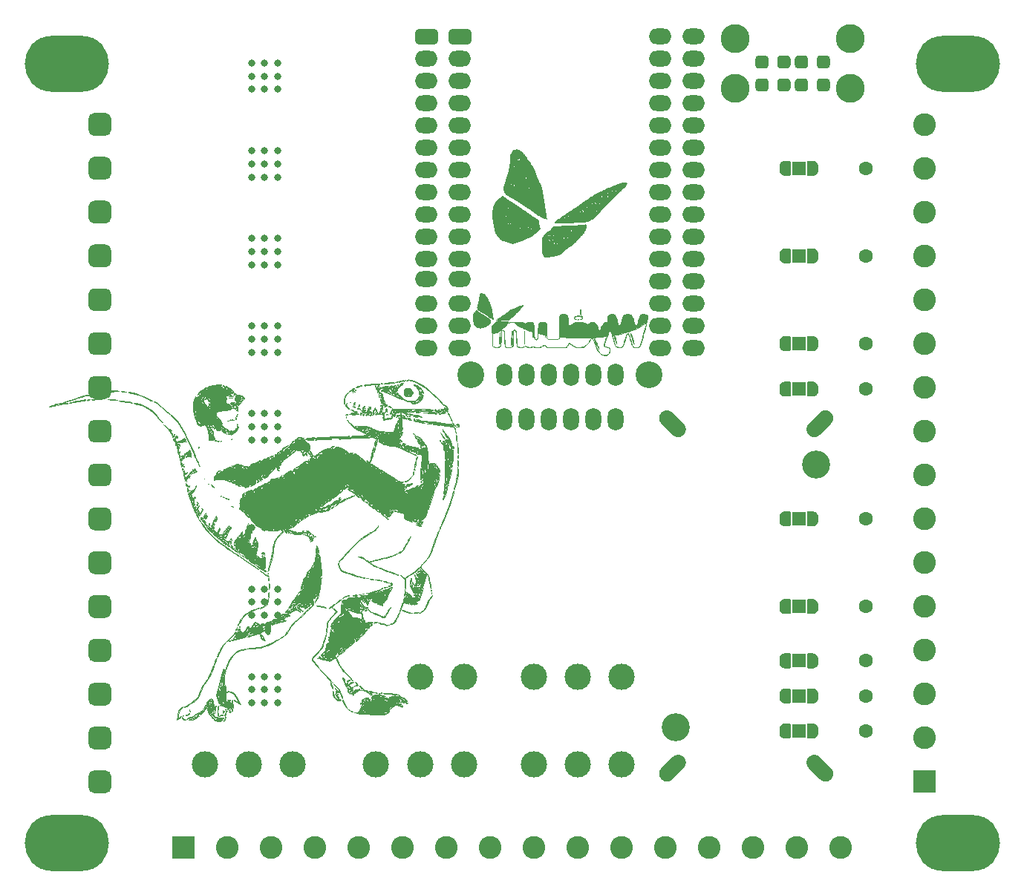
<source format=gbr>
%TF.GenerationSoftware,KiCad,Pcbnew,5.1.12-84ad8e8a86~92~ubuntu20.04.1*%
%TF.CreationDate,2021-12-20T15:55:19+05:30*%
%TF.ProjectId,veloce,76656c6f-6365-42e6-9b69-6361645f7063,v2*%
%TF.SameCoordinates,Original*%
%TF.FileFunction,Soldermask,Bot*%
%TF.FilePolarity,Negative*%
%FSLAX46Y46*%
G04 Gerber Fmt 4.6, Leading zero omitted, Abs format (unit mm)*
G04 Created by KiCad (PCBNEW 5.1.12-84ad8e8a86~92~ubuntu20.04.1) date 2021-12-20 15:55:19*
%MOMM*%
%LPD*%
G01*
G04 APERTURE LIST*
%ADD10C,0.010000*%
%ADD11C,0.800000*%
%ADD12O,1.800000X2.600000*%
%ADD13O,2.600000X1.800000*%
%ADD14C,3.048000*%
%ADD15C,3.200000*%
%ADD16O,9.600000X6.400000*%
%ADD17C,3.000000*%
%ADD18C,2.600000*%
%ADD19R,2.600000X2.600000*%
%ADD20C,1.600000*%
%ADD21C,0.100000*%
%ADD22R,1.600000X1.600000*%
%ADD23C,3.300000*%
G04 APERTURE END LIST*
D10*
%TO.C,G2*%
G36*
X67184465Y-130341865D02*
G01*
X67147525Y-130391642D01*
X67077102Y-130520093D01*
X67071253Y-130589772D01*
X67127380Y-130566153D01*
X67184283Y-130484015D01*
X67251207Y-130335110D01*
X67249419Y-130283080D01*
X67184465Y-130341865D01*
G37*
X67184465Y-130341865D02*
X67147525Y-130391642D01*
X67077102Y-130520093D01*
X67071253Y-130589772D01*
X67127380Y-130566153D01*
X67184283Y-130484015D01*
X67251207Y-130335110D01*
X67249419Y-130283080D01*
X67184465Y-130341865D01*
G36*
X65786923Y-128034257D02*
G01*
X65781034Y-128092084D01*
X65743936Y-128196827D01*
X65704169Y-128215556D01*
X65662372Y-128258936D01*
X65673766Y-128287262D01*
X65756454Y-128329156D01*
X65780785Y-128320217D01*
X65796758Y-128345324D01*
X65751537Y-128458464D01*
X65744243Y-128472757D01*
X65686684Y-128629207D01*
X65688240Y-128734015D01*
X65676933Y-128773905D01*
X65617692Y-128760315D01*
X65470319Y-128758300D01*
X65296584Y-128822658D01*
X65149412Y-128924820D01*
X65081728Y-129036217D01*
X65081517Y-129049751D01*
X65092373Y-129127385D01*
X65115327Y-129069600D01*
X65121969Y-129044584D01*
X65191658Y-128944693D01*
X65287978Y-128927526D01*
X65351650Y-128996500D01*
X65355555Y-129031109D01*
X65320103Y-129103254D01*
X65282172Y-129095752D01*
X65237050Y-129113282D01*
X65246894Y-129232700D01*
X65290192Y-129441152D01*
X65317494Y-129573750D01*
X65380598Y-129696253D01*
X65519538Y-129881347D01*
X65707716Y-130094572D01*
X65766799Y-130155834D01*
X65977886Y-130364515D01*
X66129383Y-130490467D01*
X66257647Y-130554434D01*
X66399033Y-130577158D01*
X66509565Y-130579635D01*
X66699959Y-130566215D01*
X66813434Y-130531620D01*
X66828012Y-130509079D01*
X66823941Y-130311630D01*
X66872678Y-130234454D01*
X66978333Y-130261667D01*
X67094441Y-130300016D01*
X67119444Y-130264149D01*
X67115286Y-130220170D01*
X67082943Y-130193264D01*
X66992615Y-130177383D01*
X66814501Y-130166483D01*
X66593676Y-130157478D01*
X66356065Y-130135482D01*
X66194827Y-130095665D01*
X66146677Y-130059756D01*
X66077088Y-130012296D01*
X66047526Y-130023118D01*
X66006607Y-130009198D01*
X66025833Y-129908889D01*
X66043975Y-129797967D01*
X65998114Y-129798384D01*
X65929113Y-129901505D01*
X65960474Y-130028033D01*
X66064690Y-130141684D01*
X66214256Y-130206178D01*
X66308055Y-130207225D01*
X66405637Y-130196917D01*
X66390128Y-130230541D01*
X66312209Y-130294124D01*
X66234096Y-130364616D01*
X66254258Y-130395326D01*
X66391978Y-130402668D01*
X66439845Y-130402778D01*
X66607505Y-130386821D01*
X66665244Y-130344225D01*
X66660833Y-130332222D01*
X66669724Y-130267355D01*
X66697826Y-130261667D01*
X66754068Y-130312283D01*
X66749453Y-130349861D01*
X66666624Y-130413159D01*
X66499740Y-130455844D01*
X66462384Y-130459892D01*
X66327100Y-130461467D01*
X66210367Y-130426991D01*
X66080233Y-130337056D01*
X65904749Y-130172254D01*
X65779921Y-130045337D01*
X65556778Y-129804293D01*
X65424093Y-129617728D01*
X65366505Y-129446768D01*
X65368655Y-129252541D01*
X65398070Y-129078956D01*
X65454690Y-128924364D01*
X65559636Y-128875697D01*
X65598511Y-128876109D01*
X65715827Y-128915640D01*
X65723869Y-129010405D01*
X65662986Y-129144162D01*
X65598669Y-129165274D01*
X65561181Y-129066658D01*
X65560019Y-129048747D01*
X65548611Y-128962737D01*
X65520186Y-128997663D01*
X65478658Y-129117227D01*
X65440680Y-129335720D01*
X65494769Y-129517288D01*
X65599861Y-129639489D01*
X65697475Y-129632585D01*
X65767062Y-129507974D01*
X65776619Y-129438519D01*
X65707253Y-129438519D01*
X65671460Y-129529447D01*
X65595949Y-129525982D01*
X65532087Y-129441505D01*
X65521487Y-129390132D01*
X65517459Y-129308770D01*
X65538865Y-129364076D01*
X65546271Y-129388580D01*
X65586613Y-129464876D01*
X65643617Y-129407959D01*
X65643843Y-129407602D01*
X65693325Y-129355394D01*
X65707214Y-129434637D01*
X65707253Y-129438519D01*
X65776619Y-129438519D01*
X65788177Y-129354535D01*
X65797465Y-129097500D01*
X65844553Y-129344445D01*
X65891641Y-129591389D01*
X65948640Y-129353270D01*
X65970977Y-129162848D01*
X65934017Y-129070886D01*
X65884346Y-128990872D01*
X65834071Y-128841517D01*
X65795547Y-128674957D01*
X65781130Y-128543323D01*
X65798193Y-128497778D01*
X65843381Y-128559662D01*
X65904603Y-128716566D01*
X65969111Y-128925362D01*
X66024153Y-129142927D01*
X66056980Y-129326133D01*
X66061111Y-129387100D01*
X66070283Y-129526966D01*
X66091977Y-129543964D01*
X66117461Y-129454726D01*
X66138001Y-129275885D01*
X66140472Y-129235951D01*
X66168941Y-129027945D01*
X66219817Y-128870485D01*
X66231885Y-128850556D01*
X66274571Y-128782013D01*
X66224772Y-128810221D01*
X66190864Y-128836343D01*
X66098400Y-128886336D01*
X66034790Y-128849543D01*
X65986683Y-128706947D01*
X65948417Y-128491048D01*
X65906905Y-128277809D01*
X65859222Y-128114079D01*
X65815763Y-128024637D01*
X65786923Y-128034257D01*
G37*
X65786923Y-128034257D02*
X65781034Y-128092084D01*
X65743936Y-128196827D01*
X65704169Y-128215556D01*
X65662372Y-128258936D01*
X65673766Y-128287262D01*
X65756454Y-128329156D01*
X65780785Y-128320217D01*
X65796758Y-128345324D01*
X65751537Y-128458464D01*
X65744243Y-128472757D01*
X65686684Y-128629207D01*
X65688240Y-128734015D01*
X65676933Y-128773905D01*
X65617692Y-128760315D01*
X65470319Y-128758300D01*
X65296584Y-128822658D01*
X65149412Y-128924820D01*
X65081728Y-129036217D01*
X65081517Y-129049751D01*
X65092373Y-129127385D01*
X65115327Y-129069600D01*
X65121969Y-129044584D01*
X65191658Y-128944693D01*
X65287978Y-128927526D01*
X65351650Y-128996500D01*
X65355555Y-129031109D01*
X65320103Y-129103254D01*
X65282172Y-129095752D01*
X65237050Y-129113282D01*
X65246894Y-129232700D01*
X65290192Y-129441152D01*
X65317494Y-129573750D01*
X65380598Y-129696253D01*
X65519538Y-129881347D01*
X65707716Y-130094572D01*
X65766799Y-130155834D01*
X65977886Y-130364515D01*
X66129383Y-130490467D01*
X66257647Y-130554434D01*
X66399033Y-130577158D01*
X66509565Y-130579635D01*
X66699959Y-130566215D01*
X66813434Y-130531620D01*
X66828012Y-130509079D01*
X66823941Y-130311630D01*
X66872678Y-130234454D01*
X66978333Y-130261667D01*
X67094441Y-130300016D01*
X67119444Y-130264149D01*
X67115286Y-130220170D01*
X67082943Y-130193264D01*
X66992615Y-130177383D01*
X66814501Y-130166483D01*
X66593676Y-130157478D01*
X66356065Y-130135482D01*
X66194827Y-130095665D01*
X66146677Y-130059756D01*
X66077088Y-130012296D01*
X66047526Y-130023118D01*
X66006607Y-130009198D01*
X66025833Y-129908889D01*
X66043975Y-129797967D01*
X65998114Y-129798384D01*
X65929113Y-129901505D01*
X65960474Y-130028033D01*
X66064690Y-130141684D01*
X66214256Y-130206178D01*
X66308055Y-130207225D01*
X66405637Y-130196917D01*
X66390128Y-130230541D01*
X66312209Y-130294124D01*
X66234096Y-130364616D01*
X66254258Y-130395326D01*
X66391978Y-130402668D01*
X66439845Y-130402778D01*
X66607505Y-130386821D01*
X66665244Y-130344225D01*
X66660833Y-130332222D01*
X66669724Y-130267355D01*
X66697826Y-130261667D01*
X66754068Y-130312283D01*
X66749453Y-130349861D01*
X66666624Y-130413159D01*
X66499740Y-130455844D01*
X66462384Y-130459892D01*
X66327100Y-130461467D01*
X66210367Y-130426991D01*
X66080233Y-130337056D01*
X65904749Y-130172254D01*
X65779921Y-130045337D01*
X65556778Y-129804293D01*
X65424093Y-129617728D01*
X65366505Y-129446768D01*
X65368655Y-129252541D01*
X65398070Y-129078956D01*
X65454690Y-128924364D01*
X65559636Y-128875697D01*
X65598511Y-128876109D01*
X65715827Y-128915640D01*
X65723869Y-129010405D01*
X65662986Y-129144162D01*
X65598669Y-129165274D01*
X65561181Y-129066658D01*
X65560019Y-129048747D01*
X65548611Y-128962737D01*
X65520186Y-128997663D01*
X65478658Y-129117227D01*
X65440680Y-129335720D01*
X65494769Y-129517288D01*
X65599861Y-129639489D01*
X65697475Y-129632585D01*
X65767062Y-129507974D01*
X65776619Y-129438519D01*
X65707253Y-129438519D01*
X65671460Y-129529447D01*
X65595949Y-129525982D01*
X65532087Y-129441505D01*
X65521487Y-129390132D01*
X65517459Y-129308770D01*
X65538865Y-129364076D01*
X65546271Y-129388580D01*
X65586613Y-129464876D01*
X65643617Y-129407959D01*
X65643843Y-129407602D01*
X65693325Y-129355394D01*
X65707214Y-129434637D01*
X65707253Y-129438519D01*
X65776619Y-129438519D01*
X65788177Y-129354535D01*
X65797465Y-129097500D01*
X65844553Y-129344445D01*
X65891641Y-129591389D01*
X65948640Y-129353270D01*
X65970977Y-129162848D01*
X65934017Y-129070886D01*
X65884346Y-128990872D01*
X65834071Y-128841517D01*
X65795547Y-128674957D01*
X65781130Y-128543323D01*
X65798193Y-128497778D01*
X65843381Y-128559662D01*
X65904603Y-128716566D01*
X65969111Y-128925362D01*
X66024153Y-129142927D01*
X66056980Y-129326133D01*
X66061111Y-129387100D01*
X66070283Y-129526966D01*
X66091977Y-129543964D01*
X66117461Y-129454726D01*
X66138001Y-129275885D01*
X66140472Y-129235951D01*
X66168941Y-129027945D01*
X66219817Y-128870485D01*
X66231885Y-128850556D01*
X66274571Y-128782013D01*
X66224772Y-128810221D01*
X66190864Y-128836343D01*
X66098400Y-128886336D01*
X66034790Y-128849543D01*
X65986683Y-128706947D01*
X65948417Y-128491048D01*
X65906905Y-128277809D01*
X65859222Y-128114079D01*
X65815763Y-128024637D01*
X65786923Y-128034257D01*
G36*
X66931296Y-130355741D02*
G01*
X66922852Y-130439474D01*
X66931296Y-130449815D01*
X66973241Y-130440130D01*
X66978333Y-130402778D01*
X66952518Y-130344703D01*
X66931296Y-130355741D01*
G37*
X66931296Y-130355741D02*
X66922852Y-130439474D01*
X66931296Y-130449815D01*
X66973241Y-130440130D01*
X66978333Y-130402778D01*
X66952518Y-130344703D01*
X66931296Y-130355741D01*
G36*
X64244305Y-129783315D02*
G01*
X64062914Y-129892409D01*
X64013919Y-130012552D01*
X63996223Y-130099752D01*
X63959140Y-130071363D01*
X63864614Y-130025905D01*
X63801471Y-130052644D01*
X63744436Y-130104023D01*
X63816465Y-130120926D01*
X63838611Y-130121621D01*
X63937093Y-130129975D01*
X63907439Y-130165899D01*
X63847848Y-130201465D01*
X63718538Y-130238720D01*
X63671459Y-130211812D01*
X63522431Y-130106663D01*
X63300780Y-130113585D01*
X63086859Y-130196682D01*
X62923746Y-130288553D01*
X62836079Y-130355216D01*
X62831170Y-130371355D01*
X62905506Y-130360172D01*
X63058774Y-130297764D01*
X63137473Y-130259415D01*
X63317239Y-130184881D01*
X63424122Y-130175464D01*
X63438401Y-130189926D01*
X63519584Y-130253084D01*
X63576379Y-130261667D01*
X63650592Y-130277531D01*
X63602599Y-130344503D01*
X63596958Y-130349861D01*
X63513228Y-130402674D01*
X63471134Y-130349861D01*
X63388545Y-130267363D01*
X63260373Y-130308972D01*
X63200571Y-130360460D01*
X63163598Y-130434598D01*
X63228932Y-130464092D01*
X63366730Y-130453787D01*
X63547151Y-130408526D01*
X63740351Y-130333151D01*
X63894004Y-130247915D01*
X64048195Y-130137059D01*
X64124918Y-130064194D01*
X64120833Y-130047765D01*
X64123315Y-130007846D01*
X64214880Y-129911436D01*
X64261944Y-129871142D01*
X64473611Y-129697359D01*
X64244305Y-129783315D01*
G37*
X64244305Y-129783315D02*
X64062914Y-129892409D01*
X64013919Y-130012552D01*
X63996223Y-130099752D01*
X63959140Y-130071363D01*
X63864614Y-130025905D01*
X63801471Y-130052644D01*
X63744436Y-130104023D01*
X63816465Y-130120926D01*
X63838611Y-130121621D01*
X63937093Y-130129975D01*
X63907439Y-130165899D01*
X63847848Y-130201465D01*
X63718538Y-130238720D01*
X63671459Y-130211812D01*
X63522431Y-130106663D01*
X63300780Y-130113585D01*
X63086859Y-130196682D01*
X62923746Y-130288553D01*
X62836079Y-130355216D01*
X62831170Y-130371355D01*
X62905506Y-130360172D01*
X63058774Y-130297764D01*
X63137473Y-130259415D01*
X63317239Y-130184881D01*
X63424122Y-130175464D01*
X63438401Y-130189926D01*
X63519584Y-130253084D01*
X63576379Y-130261667D01*
X63650592Y-130277531D01*
X63602599Y-130344503D01*
X63596958Y-130349861D01*
X63513228Y-130402674D01*
X63471134Y-130349861D01*
X63388545Y-130267363D01*
X63260373Y-130308972D01*
X63200571Y-130360460D01*
X63163598Y-130434598D01*
X63228932Y-130464092D01*
X63366730Y-130453787D01*
X63547151Y-130408526D01*
X63740351Y-130333151D01*
X63894004Y-130247915D01*
X64048195Y-130137059D01*
X64124918Y-130064194D01*
X64120833Y-130047765D01*
X64123315Y-130007846D01*
X64214880Y-129911436D01*
X64261944Y-129871142D01*
X64473611Y-129697359D01*
X64244305Y-129783315D01*
G36*
X62351763Y-130080195D02*
G01*
X62401392Y-130202770D01*
X62484073Y-130324798D01*
X62595886Y-130414411D01*
X62696251Y-130448768D01*
X62744588Y-130405028D01*
X62745000Y-130396173D01*
X62688386Y-130338105D01*
X62647772Y-130332222D01*
X62537950Y-130279659D01*
X62436675Y-130173472D01*
X62358973Y-130068373D01*
X62351763Y-130080195D01*
G37*
X62351763Y-130080195D02*
X62401392Y-130202770D01*
X62484073Y-130324798D01*
X62595886Y-130414411D01*
X62696251Y-130448768D01*
X62744588Y-130405028D01*
X62745000Y-130396173D01*
X62688386Y-130338105D01*
X62647772Y-130332222D01*
X62537950Y-130279659D01*
X62436675Y-130173472D01*
X62358973Y-130068373D01*
X62351763Y-130080195D01*
G36*
X62341583Y-128975219D02*
G01*
X62196052Y-129107353D01*
X62061825Y-129272229D01*
X61978859Y-129424565D01*
X61968888Y-129475964D01*
X61935392Y-129614847D01*
X61893456Y-129664959D01*
X61848556Y-129759729D01*
X61834846Y-129933336D01*
X61836751Y-129970950D01*
X61835579Y-130165974D01*
X61808204Y-130304886D01*
X61802186Y-130316550D01*
X61779123Y-130391934D01*
X61846829Y-130381960D01*
X61988240Y-130292295D01*
X62071965Y-130226974D01*
X62195749Y-130109018D01*
X62244572Y-130027361D01*
X62240769Y-130016140D01*
X62170649Y-130028696D01*
X62111415Y-130083573D01*
X61996597Y-130181717D01*
X61925393Y-130161128D01*
X61901674Y-130038472D01*
X61929314Y-129830417D01*
X61997700Y-129594207D01*
X62119511Y-129356677D01*
X62290349Y-129141380D01*
X62315251Y-129117957D01*
X62432555Y-128999069D01*
X62471209Y-128929029D01*
X62458463Y-128921111D01*
X62341583Y-128975219D01*
G37*
X62341583Y-128975219D02*
X62196052Y-129107353D01*
X62061825Y-129272229D01*
X61978859Y-129424565D01*
X61968888Y-129475964D01*
X61935392Y-129614847D01*
X61893456Y-129664959D01*
X61848556Y-129759729D01*
X61834846Y-129933336D01*
X61836751Y-129970950D01*
X61835579Y-130165974D01*
X61808204Y-130304886D01*
X61802186Y-130316550D01*
X61779123Y-130391934D01*
X61846829Y-130381960D01*
X61988240Y-130292295D01*
X62071965Y-130226974D01*
X62195749Y-130109018D01*
X62244572Y-130027361D01*
X62240769Y-130016140D01*
X62170649Y-130028696D01*
X62111415Y-130083573D01*
X61996597Y-130181717D01*
X61925393Y-130161128D01*
X61901674Y-130038472D01*
X61929314Y-129830417D01*
X61997700Y-129594207D01*
X62119511Y-129356677D01*
X62290349Y-129141380D01*
X62315251Y-129117957D01*
X62432555Y-128999069D01*
X62471209Y-128929029D01*
X62458463Y-128921111D01*
X62341583Y-128975219D01*
G36*
X67282975Y-129669011D02*
G01*
X67292109Y-129691196D01*
X67281961Y-129768808D01*
X67262245Y-129779391D01*
X67227965Y-129861418D01*
X67261523Y-130014722D01*
X67308206Y-130153473D01*
X67320220Y-130161215D01*
X67306383Y-130041185D01*
X67305013Y-130030677D01*
X67305837Y-129875693D01*
X67340573Y-129797208D01*
X67398894Y-129712891D01*
X67368936Y-129637871D01*
X67326947Y-129626667D01*
X67282975Y-129669011D01*
G37*
X67282975Y-129669011D02*
X67292109Y-129691196D01*
X67281961Y-129768808D01*
X67262245Y-129779391D01*
X67227965Y-129861418D01*
X67261523Y-130014722D01*
X67308206Y-130153473D01*
X67320220Y-130161215D01*
X67306383Y-130041185D01*
X67305013Y-130030677D01*
X67305837Y-129875693D01*
X67340573Y-129797208D01*
X67398894Y-129712891D01*
X67368936Y-129637871D01*
X67326947Y-129626667D01*
X67282975Y-129669011D01*
G36*
X64226666Y-130014722D02*
G01*
X64261944Y-130050000D01*
X64297222Y-130014722D01*
X64261944Y-129979445D01*
X64226666Y-130014722D01*
G37*
X64226666Y-130014722D02*
X64261944Y-130050000D01*
X64297222Y-130014722D01*
X64261944Y-129979445D01*
X64226666Y-130014722D01*
G36*
X65655934Y-128028702D02*
G01*
X65590332Y-128062447D01*
X65428790Y-128183893D01*
X65275151Y-128353441D01*
X65168910Y-128522375D01*
X65143888Y-128613126D01*
X65105283Y-128700782D01*
X65078088Y-128709445D01*
X65008021Y-128768061D01*
X64963151Y-128864256D01*
X64869808Y-129041924D01*
X64796321Y-129128840D01*
X64739934Y-129189289D01*
X64771852Y-129175640D01*
X64872151Y-129138795D01*
X64900354Y-129147947D01*
X64887502Y-129213215D01*
X64793194Y-129296722D01*
X64666244Y-129362471D01*
X64587520Y-129378659D01*
X64498288Y-129422789D01*
X64491250Y-129467917D01*
X64449280Y-129541295D01*
X64382147Y-129556111D01*
X64281697Y-129585398D01*
X64123402Y-129660398D01*
X63939314Y-129761822D01*
X63761485Y-129870378D01*
X63621966Y-129966778D01*
X63552811Y-130031731D01*
X63564512Y-130048194D01*
X63670424Y-130009051D01*
X63818776Y-129911839D01*
X63825854Y-129906318D01*
X64019202Y-129784448D01*
X64249829Y-129676895D01*
X64276341Y-129667075D01*
X64441462Y-129593784D01*
X64528242Y-129526913D01*
X64532437Y-129510896D01*
X64583994Y-129463567D01*
X64708826Y-129440889D01*
X64834409Y-129438627D01*
X64828303Y-129460957D01*
X64746243Y-129500996D01*
X64601850Y-129617731D01*
X64515010Y-129747241D01*
X64475798Y-129844261D01*
X64494857Y-129856146D01*
X64588881Y-129777513D01*
X64677350Y-129694907D01*
X64833260Y-129516231D01*
X64883533Y-129380509D01*
X64878695Y-129357607D01*
X64877336Y-129280934D01*
X64940148Y-129288908D01*
X65007966Y-129286148D01*
X65023799Y-129185864D01*
X65015872Y-129094964D01*
X65015720Y-128923964D01*
X65090902Y-128817916D01*
X65207364Y-128748384D01*
X65376274Y-128619120D01*
X65426111Y-128460688D01*
X65431516Y-128433102D01*
X65353410Y-128433102D01*
X65327810Y-128556738D01*
X65268683Y-128620240D01*
X65231495Y-128608903D01*
X65237823Y-128532510D01*
X65276387Y-128450153D01*
X65334103Y-128368818D01*
X65352634Y-128410961D01*
X65353410Y-128433102D01*
X65431516Y-128433102D01*
X65451918Y-128328985D01*
X65500830Y-128286111D01*
X65542969Y-128329336D01*
X65531944Y-128356667D01*
X65541761Y-128421492D01*
X65570607Y-128427222D01*
X65620326Y-128375802D01*
X65608831Y-128312446D01*
X65612678Y-128166866D01*
X65654199Y-128089228D01*
X65704215Y-128018155D01*
X65655934Y-128028702D01*
G37*
X65655934Y-128028702D02*
X65590332Y-128062447D01*
X65428790Y-128183893D01*
X65275151Y-128353441D01*
X65168910Y-128522375D01*
X65143888Y-128613126D01*
X65105283Y-128700782D01*
X65078088Y-128709445D01*
X65008021Y-128768061D01*
X64963151Y-128864256D01*
X64869808Y-129041924D01*
X64796321Y-129128840D01*
X64739934Y-129189289D01*
X64771852Y-129175640D01*
X64872151Y-129138795D01*
X64900354Y-129147947D01*
X64887502Y-129213215D01*
X64793194Y-129296722D01*
X64666244Y-129362471D01*
X64587520Y-129378659D01*
X64498288Y-129422789D01*
X64491250Y-129467917D01*
X64449280Y-129541295D01*
X64382147Y-129556111D01*
X64281697Y-129585398D01*
X64123402Y-129660398D01*
X63939314Y-129761822D01*
X63761485Y-129870378D01*
X63621966Y-129966778D01*
X63552811Y-130031731D01*
X63564512Y-130048194D01*
X63670424Y-130009051D01*
X63818776Y-129911839D01*
X63825854Y-129906318D01*
X64019202Y-129784448D01*
X64249829Y-129676895D01*
X64276341Y-129667075D01*
X64441462Y-129593784D01*
X64528242Y-129526913D01*
X64532437Y-129510896D01*
X64583994Y-129463567D01*
X64708826Y-129440889D01*
X64834409Y-129438627D01*
X64828303Y-129460957D01*
X64746243Y-129500996D01*
X64601850Y-129617731D01*
X64515010Y-129747241D01*
X64475798Y-129844261D01*
X64494857Y-129856146D01*
X64588881Y-129777513D01*
X64677350Y-129694907D01*
X64833260Y-129516231D01*
X64883533Y-129380509D01*
X64878695Y-129357607D01*
X64877336Y-129280934D01*
X64940148Y-129288908D01*
X65007966Y-129286148D01*
X65023799Y-129185864D01*
X65015872Y-129094964D01*
X65015720Y-128923964D01*
X65090902Y-128817916D01*
X65207364Y-128748384D01*
X65376274Y-128619120D01*
X65426111Y-128460688D01*
X65431516Y-128433102D01*
X65353410Y-128433102D01*
X65327810Y-128556738D01*
X65268683Y-128620240D01*
X65231495Y-128608903D01*
X65237823Y-128532510D01*
X65276387Y-128450153D01*
X65334103Y-128368818D01*
X65352634Y-128410961D01*
X65353410Y-128433102D01*
X65431516Y-128433102D01*
X65451918Y-128328985D01*
X65500830Y-128286111D01*
X65542969Y-128329336D01*
X65531944Y-128356667D01*
X65541761Y-128421492D01*
X65570607Y-128427222D01*
X65620326Y-128375802D01*
X65608831Y-128312446D01*
X65612678Y-128166866D01*
X65654199Y-128089228D01*
X65704215Y-128018155D01*
X65655934Y-128028702D01*
G36*
X66868484Y-129823100D02*
G01*
X66734931Y-129862560D01*
X66655626Y-129917314D01*
X66634419Y-129969303D01*
X66639030Y-129968873D01*
X66716885Y-129951767D01*
X66854861Y-129928909D01*
X66995642Y-129889994D01*
X67048888Y-129843431D01*
X66993570Y-129812885D01*
X66868484Y-129823100D01*
G37*
X66868484Y-129823100D02*
X66734931Y-129862560D01*
X66655626Y-129917314D01*
X66634419Y-129969303D01*
X66639030Y-129968873D01*
X66716885Y-129951767D01*
X66854861Y-129928909D01*
X66995642Y-129889994D01*
X67048888Y-129843431D01*
X66993570Y-129812885D01*
X66868484Y-129823100D01*
G36*
X66445029Y-128913753D02*
G01*
X66409995Y-129076086D01*
X66393507Y-129296662D01*
X66396105Y-129534590D01*
X66418328Y-129748979D01*
X66460717Y-129898937D01*
X66483793Y-129932058D01*
X66538155Y-129966268D01*
X66529418Y-129892313D01*
X66512454Y-129838334D01*
X66455777Y-129481926D01*
X66501914Y-129079861D01*
X66521275Y-128925769D01*
X66503180Y-128851711D01*
X66498069Y-128850556D01*
X66445029Y-128913753D01*
G37*
X66445029Y-128913753D02*
X66409995Y-129076086D01*
X66393507Y-129296662D01*
X66396105Y-129534590D01*
X66418328Y-129748979D01*
X66460717Y-129898937D01*
X66483793Y-129932058D01*
X66538155Y-129966268D01*
X66529418Y-129892313D01*
X66512454Y-129838334D01*
X66455777Y-129481926D01*
X66501914Y-129079861D01*
X66521275Y-128925769D01*
X66503180Y-128851711D01*
X66498069Y-128850556D01*
X66445029Y-128913753D01*
G36*
X65840980Y-129684366D02*
G01*
X65784611Y-129819803D01*
X65801941Y-129924200D01*
X65833661Y-129956400D01*
X65843874Y-129894756D01*
X65904392Y-129761968D01*
X65972916Y-129702874D01*
X66058207Y-129646424D01*
X66018964Y-129630197D01*
X65970702Y-129628812D01*
X65840980Y-129684366D01*
G37*
X65840980Y-129684366D02*
X65784611Y-129819803D01*
X65801941Y-129924200D01*
X65833661Y-129956400D01*
X65843874Y-129894756D01*
X65904392Y-129761968D01*
X65972916Y-129702874D01*
X66058207Y-129646424D01*
X66018964Y-129630197D01*
X65970702Y-129628812D01*
X65840980Y-129684366D01*
G36*
X63087490Y-129704613D02*
G01*
X63053623Y-129734547D01*
X62913144Y-129836659D01*
X62807125Y-129865842D01*
X62795777Y-129861388D01*
X62757161Y-129862097D01*
X62773540Y-129897988D01*
X62812480Y-129957593D01*
X62856765Y-129965037D01*
X62952035Y-129913152D01*
X63044861Y-129855392D01*
X63179492Y-129747669D01*
X63238756Y-129652246D01*
X63238888Y-129648972D01*
X63195391Y-129633995D01*
X63087490Y-129704613D01*
G37*
X63087490Y-129704613D02*
X63053623Y-129734547D01*
X62913144Y-129836659D01*
X62807125Y-129865842D01*
X62795777Y-129861388D01*
X62757161Y-129862097D01*
X62773540Y-129897988D01*
X62812480Y-129957593D01*
X62856765Y-129965037D01*
X62952035Y-129913152D01*
X63044861Y-129855392D01*
X63179492Y-129747669D01*
X63238756Y-129652246D01*
X63238888Y-129648972D01*
X63195391Y-129633995D01*
X63087490Y-129704613D01*
G36*
X62415740Y-129932408D02*
G01*
X62425425Y-129974353D01*
X62462777Y-129979445D01*
X62520853Y-129953629D01*
X62509814Y-129932408D01*
X62426081Y-129923963D01*
X62415740Y-129932408D01*
G37*
X62415740Y-129932408D02*
X62425425Y-129974353D01*
X62462777Y-129979445D01*
X62520853Y-129953629D01*
X62509814Y-129932408D01*
X62426081Y-129923963D01*
X62415740Y-129932408D01*
G36*
X84273106Y-127563576D02*
G01*
X84195001Y-127599448D01*
X84193893Y-127605743D01*
X84141594Y-127637174D01*
X84084391Y-127624190D01*
X84011558Y-127619259D01*
X84017999Y-127651919D01*
X84020434Y-127716721D01*
X84001505Y-127721667D01*
X83952451Y-127780628D01*
X83941904Y-127857598D01*
X83962444Y-127955043D01*
X83991315Y-127962992D01*
X84048383Y-127997970D01*
X84116899Y-128124834D01*
X84117729Y-128126922D01*
X84179821Y-128283731D01*
X84120013Y-128332392D01*
X84060757Y-128345201D01*
X83907585Y-128328552D01*
X83832531Y-128274645D01*
X83781537Y-128230569D01*
X83771636Y-128256713D01*
X83716105Y-128320247D01*
X83593792Y-128326552D01*
X83467219Y-128274900D01*
X83449931Y-128260449D01*
X83400521Y-128139858D01*
X83403167Y-128025263D01*
X83403728Y-128021254D01*
X83332943Y-128021254D01*
X83277185Y-128058637D01*
X83241388Y-128074445D01*
X83166664Y-128122231D01*
X83192636Y-128140041D01*
X83253208Y-128180965D01*
X83245113Y-128209530D01*
X83259948Y-128288401D01*
X83293866Y-128309793D01*
X83306348Y-128338472D01*
X83223750Y-128351097D01*
X83099771Y-128386498D01*
X83065000Y-128438982D01*
X83034766Y-128477201D01*
X83012083Y-128457441D01*
X82918091Y-128362843D01*
X82906149Y-128353261D01*
X82904323Y-128280974D01*
X82983711Y-128174448D01*
X83104589Y-128072155D01*
X83227232Y-128012566D01*
X83261776Y-128008848D01*
X83332943Y-128021254D01*
X83403728Y-128021254D01*
X83419281Y-127910183D01*
X83385808Y-127871543D01*
X83270165Y-127897696D01*
X83155809Y-127936845D01*
X82999888Y-128029603D01*
X82877595Y-128166032D01*
X82818359Y-128303749D01*
X82840414Y-128391026D01*
X82874637Y-128489885D01*
X82888611Y-128656089D01*
X82914313Y-128817341D01*
X82976183Y-128902575D01*
X82976805Y-128902793D01*
X83056430Y-128883904D01*
X83065000Y-128852271D01*
X83022121Y-128804670D01*
X82994444Y-128815278D01*
X82934041Y-128799283D01*
X82923888Y-128748886D01*
X82956844Y-128652295D01*
X82986895Y-128638889D01*
X83068981Y-128695953D01*
X83100768Y-128822447D01*
X83067832Y-128951328D01*
X83057224Y-128965758D01*
X82981851Y-129019552D01*
X82895814Y-128967552D01*
X82853159Y-128920911D01*
X82763350Y-128825980D01*
X82733030Y-128848902D01*
X82729861Y-128961780D01*
X82688012Y-129144585D01*
X82586527Y-129338455D01*
X82578987Y-129348881D01*
X82428113Y-129552949D01*
X82587806Y-129589502D01*
X82738481Y-129611176D01*
X82977401Y-129632336D01*
X83241388Y-129647820D01*
X83735277Y-129669584D01*
X83199685Y-129683403D01*
X82875031Y-129676473D01*
X82559351Y-129644371D01*
X82335507Y-129598332D01*
X82155390Y-129553105D01*
X82053810Y-129545506D01*
X82045050Y-129561137D01*
X82129379Y-129625000D01*
X82303141Y-129677954D01*
X82576802Y-129721271D01*
X82960830Y-129756220D01*
X83465693Y-129784070D01*
X84052777Y-129804712D01*
X84539781Y-129818134D01*
X84906920Y-129825757D01*
X85175374Y-129826069D01*
X85366326Y-129817554D01*
X85500956Y-129798700D01*
X85600445Y-129767994D01*
X85685974Y-129723922D01*
X85750252Y-129683420D01*
X85912868Y-129560310D01*
X85944816Y-129502731D01*
X85888272Y-129502731D01*
X85658442Y-129631205D01*
X85535799Y-129686868D01*
X85385618Y-129723226D01*
X85178421Y-129743392D01*
X84884732Y-129750476D01*
X84546666Y-129748557D01*
X83664722Y-129737434D01*
X84510243Y-129714947D01*
X84843078Y-129702073D01*
X85123384Y-129683670D01*
X85321583Y-129662198D01*
X85407987Y-129640235D01*
X85379757Y-129614173D01*
X85247203Y-129610068D01*
X85171565Y-129615538D01*
X85002394Y-129621856D01*
X84723945Y-129621324D01*
X84367860Y-129614455D01*
X83965779Y-129601766D01*
X83723911Y-129591940D01*
X82564904Y-129540816D01*
X82665836Y-129386773D01*
X82759102Y-129211630D01*
X82801867Y-129094559D01*
X82828102Y-129019924D01*
X82841671Y-129076492D01*
X82845148Y-129136306D01*
X82818670Y-129310916D01*
X82765138Y-129409709D01*
X82715101Y-129477850D01*
X82777682Y-129472690D01*
X82782777Y-129471165D01*
X82894856Y-129387192D01*
X82967990Y-129281308D01*
X83047369Y-129123482D01*
X83091148Y-129297911D01*
X83119961Y-129379588D01*
X83175800Y-129433901D01*
X83286786Y-129469704D01*
X83481042Y-129495853D01*
X83786690Y-129521202D01*
X83804540Y-129522542D01*
X84198605Y-129541878D01*
X84650911Y-129548676D01*
X85079068Y-129542025D01*
X85181213Y-129537738D01*
X85888272Y-129502731D01*
X85944816Y-129502731D01*
X85982683Y-129434488D01*
X85994375Y-129242728D01*
X85994272Y-129238502D01*
X85999732Y-129055573D01*
X86043903Y-128971799D01*
X86149983Y-128946080D01*
X86159696Y-128945431D01*
X86267930Y-128949801D01*
X86246283Y-128988722D01*
X86233176Y-128997377D01*
X86177402Y-129050499D01*
X86193830Y-129061142D01*
X86285956Y-129024264D01*
X86435643Y-128932117D01*
X86464932Y-128911665D01*
X86596123Y-128801507D01*
X86613007Y-128730027D01*
X86581657Y-128701079D01*
X86577717Y-128664592D01*
X86703433Y-128648300D01*
X86804444Y-128648317D01*
X86987429Y-128654857D01*
X87040667Y-128667330D01*
X86975517Y-128692300D01*
X86910277Y-128709445D01*
X86698611Y-128763305D01*
X86913805Y-128771652D01*
X87095691Y-128804003D01*
X87213666Y-128864667D01*
X87284629Y-128910600D01*
X87298333Y-128868831D01*
X87246381Y-128759078D01*
X87227777Y-128744722D01*
X87159796Y-128647729D01*
X87157222Y-128626086D01*
X87197111Y-128596877D01*
X87263055Y-128638889D01*
X87350725Y-128686116D01*
X87368888Y-128647528D01*
X87346336Y-128587879D01*
X87258969Y-128559574D01*
X87077225Y-128557051D01*
X86927798Y-128564550D01*
X86756902Y-128564558D01*
X86696289Y-128527914D01*
X86706041Y-128468579D01*
X86763863Y-128391945D01*
X86592777Y-128391945D01*
X86557500Y-128427222D01*
X86522222Y-128391945D01*
X86557500Y-128356667D01*
X86592777Y-128391945D01*
X86763863Y-128391945D01*
X86782621Y-128367085D01*
X86863074Y-128386926D01*
X86891169Y-128440452D01*
X86952811Y-128462840D01*
X87070864Y-128372469D01*
X87157120Y-128255305D01*
X87157114Y-128233195D01*
X85803598Y-128233195D01*
X85780633Y-128333505D01*
X85676256Y-128343463D01*
X85519528Y-128260508D01*
X85516805Y-128258450D01*
X85407020Y-128149264D01*
X85428737Y-128090965D01*
X85580667Y-128086710D01*
X85586757Y-128087397D01*
X85747613Y-128147630D01*
X85803598Y-128233195D01*
X87157114Y-128233195D01*
X87157097Y-128180372D01*
X87154648Y-128178687D01*
X87097579Y-128080656D01*
X87095999Y-128068933D01*
X84253249Y-128068933D01*
X84251817Y-128084822D01*
X84212879Y-128256835D01*
X84186556Y-128278252D01*
X84158774Y-128131685D01*
X84156977Y-127976632D01*
X84198641Y-127895118D01*
X84248507Y-127916961D01*
X84253249Y-128068933D01*
X87095999Y-128068933D01*
X87086666Y-127999725D01*
X87141081Y-127895944D01*
X87260376Y-127858886D01*
X87378626Y-127902336D01*
X87404166Y-127933334D01*
X87503797Y-127992844D01*
X87583093Y-128003889D01*
X87716588Y-128058890D01*
X87835430Y-128182480D01*
X87927081Y-128296964D01*
X87986737Y-128326676D01*
X87987725Y-128325793D01*
X87986048Y-128242498D01*
X87909997Y-128119322D01*
X87797357Y-128002017D01*
X87685914Y-127936333D01*
X87663595Y-127933334D01*
X87505164Y-127885944D01*
X87450051Y-127845139D01*
X87309739Y-127767637D01*
X87206635Y-127745927D01*
X87034683Y-127727985D01*
X86810751Y-127697954D01*
X86769166Y-127691719D01*
X86605871Y-127671622D01*
X86568459Y-127683520D01*
X86628055Y-127721459D01*
X86711597Y-127769966D01*
X86673225Y-127774583D01*
X86582030Y-127758414D01*
X86360579Y-127743641D01*
X86153598Y-127774271D01*
X86005115Y-127839303D01*
X85957777Y-127914424D01*
X85916828Y-127984704D01*
X85834305Y-127968508D01*
X85679824Y-127913432D01*
X85481684Y-127851855D01*
X85481527Y-127851810D01*
X85310747Y-127791112D01*
X85258126Y-127749374D01*
X85327919Y-127739418D01*
X85111111Y-127739418D01*
X85043625Y-127777262D01*
X84846387Y-127783234D01*
X84649378Y-127769511D01*
X84394105Y-127751147D01*
X84245106Y-127758975D01*
X84169164Y-127797872D01*
X84142541Y-127843935D01*
X84097533Y-127914258D01*
X84066507Y-127868689D01*
X84089915Y-127755667D01*
X84132372Y-127715436D01*
X84253469Y-127686920D01*
X84460430Y-127678652D01*
X84617222Y-127685853D01*
X84817136Y-127698465D01*
X84884889Y-127692680D01*
X84828392Y-127667204D01*
X84793611Y-127656993D01*
X84668329Y-127615631D01*
X84673804Y-127594885D01*
X84734923Y-127588903D01*
X84937581Y-127606389D01*
X85075847Y-127671280D01*
X85111111Y-127739418D01*
X85327919Y-127739418D01*
X85328396Y-127739350D01*
X85446250Y-127756663D01*
X85526852Y-127764072D01*
X85475465Y-127728817D01*
X85358055Y-127677251D01*
X85173853Y-127623147D01*
X84935643Y-127582417D01*
X84681040Y-127557371D01*
X84447657Y-127550321D01*
X84273106Y-127563576D01*
G37*
X84273106Y-127563576D02*
X84195001Y-127599448D01*
X84193893Y-127605743D01*
X84141594Y-127637174D01*
X84084391Y-127624190D01*
X84011558Y-127619259D01*
X84017999Y-127651919D01*
X84020434Y-127716721D01*
X84001505Y-127721667D01*
X83952451Y-127780628D01*
X83941904Y-127857598D01*
X83962444Y-127955043D01*
X83991315Y-127962992D01*
X84048383Y-127997970D01*
X84116899Y-128124834D01*
X84117729Y-128126922D01*
X84179821Y-128283731D01*
X84120013Y-128332392D01*
X84060757Y-128345201D01*
X83907585Y-128328552D01*
X83832531Y-128274645D01*
X83781537Y-128230569D01*
X83771636Y-128256713D01*
X83716105Y-128320247D01*
X83593792Y-128326552D01*
X83467219Y-128274900D01*
X83449931Y-128260449D01*
X83400521Y-128139858D01*
X83403167Y-128025263D01*
X83403728Y-128021254D01*
X83332943Y-128021254D01*
X83277185Y-128058637D01*
X83241388Y-128074445D01*
X83166664Y-128122231D01*
X83192636Y-128140041D01*
X83253208Y-128180965D01*
X83245113Y-128209530D01*
X83259948Y-128288401D01*
X83293866Y-128309793D01*
X83306348Y-128338472D01*
X83223750Y-128351097D01*
X83099771Y-128386498D01*
X83065000Y-128438982D01*
X83034766Y-128477201D01*
X83012083Y-128457441D01*
X82918091Y-128362843D01*
X82906149Y-128353261D01*
X82904323Y-128280974D01*
X82983711Y-128174448D01*
X83104589Y-128072155D01*
X83227232Y-128012566D01*
X83261776Y-128008848D01*
X83332943Y-128021254D01*
X83403728Y-128021254D01*
X83419281Y-127910183D01*
X83385808Y-127871543D01*
X83270165Y-127897696D01*
X83155809Y-127936845D01*
X82999888Y-128029603D01*
X82877595Y-128166032D01*
X82818359Y-128303749D01*
X82840414Y-128391026D01*
X82874637Y-128489885D01*
X82888611Y-128656089D01*
X82914313Y-128817341D01*
X82976183Y-128902575D01*
X82976805Y-128902793D01*
X83056430Y-128883904D01*
X83065000Y-128852271D01*
X83022121Y-128804670D01*
X82994444Y-128815278D01*
X82934041Y-128799283D01*
X82923888Y-128748886D01*
X82956844Y-128652295D01*
X82986895Y-128638889D01*
X83068981Y-128695953D01*
X83100768Y-128822447D01*
X83067832Y-128951328D01*
X83057224Y-128965758D01*
X82981851Y-129019552D01*
X82895814Y-128967552D01*
X82853159Y-128920911D01*
X82763350Y-128825980D01*
X82733030Y-128848902D01*
X82729861Y-128961780D01*
X82688012Y-129144585D01*
X82586527Y-129338455D01*
X82578987Y-129348881D01*
X82428113Y-129552949D01*
X82587806Y-129589502D01*
X82738481Y-129611176D01*
X82977401Y-129632336D01*
X83241388Y-129647820D01*
X83735277Y-129669584D01*
X83199685Y-129683403D01*
X82875031Y-129676473D01*
X82559351Y-129644371D01*
X82335507Y-129598332D01*
X82155390Y-129553105D01*
X82053810Y-129545506D01*
X82045050Y-129561137D01*
X82129379Y-129625000D01*
X82303141Y-129677954D01*
X82576802Y-129721271D01*
X82960830Y-129756220D01*
X83465693Y-129784070D01*
X84052777Y-129804712D01*
X84539781Y-129818134D01*
X84906920Y-129825757D01*
X85175374Y-129826069D01*
X85366326Y-129817554D01*
X85500956Y-129798700D01*
X85600445Y-129767994D01*
X85685974Y-129723922D01*
X85750252Y-129683420D01*
X85912868Y-129560310D01*
X85944816Y-129502731D01*
X85888272Y-129502731D01*
X85658442Y-129631205D01*
X85535799Y-129686868D01*
X85385618Y-129723226D01*
X85178421Y-129743392D01*
X84884732Y-129750476D01*
X84546666Y-129748557D01*
X83664722Y-129737434D01*
X84510243Y-129714947D01*
X84843078Y-129702073D01*
X85123384Y-129683670D01*
X85321583Y-129662198D01*
X85407987Y-129640235D01*
X85379757Y-129614173D01*
X85247203Y-129610068D01*
X85171565Y-129615538D01*
X85002394Y-129621856D01*
X84723945Y-129621324D01*
X84367860Y-129614455D01*
X83965779Y-129601766D01*
X83723911Y-129591940D01*
X82564904Y-129540816D01*
X82665836Y-129386773D01*
X82759102Y-129211630D01*
X82801867Y-129094559D01*
X82828102Y-129019924D01*
X82841671Y-129076492D01*
X82845148Y-129136306D01*
X82818670Y-129310916D01*
X82765138Y-129409709D01*
X82715101Y-129477850D01*
X82777682Y-129472690D01*
X82782777Y-129471165D01*
X82894856Y-129387192D01*
X82967990Y-129281308D01*
X83047369Y-129123482D01*
X83091148Y-129297911D01*
X83119961Y-129379588D01*
X83175800Y-129433901D01*
X83286786Y-129469704D01*
X83481042Y-129495853D01*
X83786690Y-129521202D01*
X83804540Y-129522542D01*
X84198605Y-129541878D01*
X84650911Y-129548676D01*
X85079068Y-129542025D01*
X85181213Y-129537738D01*
X85888272Y-129502731D01*
X85944816Y-129502731D01*
X85982683Y-129434488D01*
X85994375Y-129242728D01*
X85994272Y-129238502D01*
X85999732Y-129055573D01*
X86043903Y-128971799D01*
X86149983Y-128946080D01*
X86159696Y-128945431D01*
X86267930Y-128949801D01*
X86246283Y-128988722D01*
X86233176Y-128997377D01*
X86177402Y-129050499D01*
X86193830Y-129061142D01*
X86285956Y-129024264D01*
X86435643Y-128932117D01*
X86464932Y-128911665D01*
X86596123Y-128801507D01*
X86613007Y-128730027D01*
X86581657Y-128701079D01*
X86577717Y-128664592D01*
X86703433Y-128648300D01*
X86804444Y-128648317D01*
X86987429Y-128654857D01*
X87040667Y-128667330D01*
X86975517Y-128692300D01*
X86910277Y-128709445D01*
X86698611Y-128763305D01*
X86913805Y-128771652D01*
X87095691Y-128804003D01*
X87213666Y-128864667D01*
X87284629Y-128910600D01*
X87298333Y-128868831D01*
X87246381Y-128759078D01*
X87227777Y-128744722D01*
X87159796Y-128647729D01*
X87157222Y-128626086D01*
X87197111Y-128596877D01*
X87263055Y-128638889D01*
X87350725Y-128686116D01*
X87368888Y-128647528D01*
X87346336Y-128587879D01*
X87258969Y-128559574D01*
X87077225Y-128557051D01*
X86927798Y-128564550D01*
X86756902Y-128564558D01*
X86696289Y-128527914D01*
X86706041Y-128468579D01*
X86763863Y-128391945D01*
X86592777Y-128391945D01*
X86557500Y-128427222D01*
X86522222Y-128391945D01*
X86557500Y-128356667D01*
X86592777Y-128391945D01*
X86763863Y-128391945D01*
X86782621Y-128367085D01*
X86863074Y-128386926D01*
X86891169Y-128440452D01*
X86952811Y-128462840D01*
X87070864Y-128372469D01*
X87157120Y-128255305D01*
X87157114Y-128233195D01*
X85803598Y-128233195D01*
X85780633Y-128333505D01*
X85676256Y-128343463D01*
X85519528Y-128260508D01*
X85516805Y-128258450D01*
X85407020Y-128149264D01*
X85428737Y-128090965D01*
X85580667Y-128086710D01*
X85586757Y-128087397D01*
X85747613Y-128147630D01*
X85803598Y-128233195D01*
X87157114Y-128233195D01*
X87157097Y-128180372D01*
X87154648Y-128178687D01*
X87097579Y-128080656D01*
X87095999Y-128068933D01*
X84253249Y-128068933D01*
X84251817Y-128084822D01*
X84212879Y-128256835D01*
X84186556Y-128278252D01*
X84158774Y-128131685D01*
X84156977Y-127976632D01*
X84198641Y-127895118D01*
X84248507Y-127916961D01*
X84253249Y-128068933D01*
X87095999Y-128068933D01*
X87086666Y-127999725D01*
X87141081Y-127895944D01*
X87260376Y-127858886D01*
X87378626Y-127902336D01*
X87404166Y-127933334D01*
X87503797Y-127992844D01*
X87583093Y-128003889D01*
X87716588Y-128058890D01*
X87835430Y-128182480D01*
X87927081Y-128296964D01*
X87986737Y-128326676D01*
X87987725Y-128325793D01*
X87986048Y-128242498D01*
X87909997Y-128119322D01*
X87797357Y-128002017D01*
X87685914Y-127936333D01*
X87663595Y-127933334D01*
X87505164Y-127885944D01*
X87450051Y-127845139D01*
X87309739Y-127767637D01*
X87206635Y-127745927D01*
X87034683Y-127727985D01*
X86810751Y-127697954D01*
X86769166Y-127691719D01*
X86605871Y-127671622D01*
X86568459Y-127683520D01*
X86628055Y-127721459D01*
X86711597Y-127769966D01*
X86673225Y-127774583D01*
X86582030Y-127758414D01*
X86360579Y-127743641D01*
X86153598Y-127774271D01*
X86005115Y-127839303D01*
X85957777Y-127914424D01*
X85916828Y-127984704D01*
X85834305Y-127968508D01*
X85679824Y-127913432D01*
X85481684Y-127851855D01*
X85481527Y-127851810D01*
X85310747Y-127791112D01*
X85258126Y-127749374D01*
X85327919Y-127739418D01*
X85111111Y-127739418D01*
X85043625Y-127777262D01*
X84846387Y-127783234D01*
X84649378Y-127769511D01*
X84394105Y-127751147D01*
X84245106Y-127758975D01*
X84169164Y-127797872D01*
X84142541Y-127843935D01*
X84097533Y-127914258D01*
X84066507Y-127868689D01*
X84089915Y-127755667D01*
X84132372Y-127715436D01*
X84253469Y-127686920D01*
X84460430Y-127678652D01*
X84617222Y-127685853D01*
X84817136Y-127698465D01*
X84884889Y-127692680D01*
X84828392Y-127667204D01*
X84793611Y-127656993D01*
X84668329Y-127615631D01*
X84673804Y-127594885D01*
X84734923Y-127588903D01*
X84937581Y-127606389D01*
X85075847Y-127671280D01*
X85111111Y-127739418D01*
X85327919Y-127739418D01*
X85328396Y-127739350D01*
X85446250Y-127756663D01*
X85526852Y-127764072D01*
X85475465Y-127728817D01*
X85358055Y-127677251D01*
X85173853Y-127623147D01*
X84935643Y-127582417D01*
X84681040Y-127557371D01*
X84447657Y-127550321D01*
X84273106Y-127563576D01*
G36*
X65637777Y-129803056D02*
G01*
X65673055Y-129838334D01*
X65708333Y-129803056D01*
X65673055Y-129767778D01*
X65637777Y-129803056D01*
G37*
X65637777Y-129803056D02*
X65673055Y-129838334D01*
X65708333Y-129803056D01*
X65673055Y-129767778D01*
X65637777Y-129803056D01*
G36*
X67005605Y-129386194D02*
G01*
X67001851Y-129497315D01*
X67003647Y-129640115D01*
X67007731Y-129694978D01*
X67059506Y-129656019D01*
X67122319Y-129606784D01*
X67193266Y-129528680D01*
X67155683Y-129449130D01*
X67116440Y-129409121D01*
X67035351Y-129344031D01*
X67005605Y-129386194D01*
G37*
X67005605Y-129386194D02*
X67001851Y-129497315D01*
X67003647Y-129640115D01*
X67007731Y-129694978D01*
X67059506Y-129656019D01*
X67122319Y-129606784D01*
X67193266Y-129528680D01*
X67155683Y-129449130D01*
X67116440Y-129409121D01*
X67035351Y-129344031D01*
X67005605Y-129386194D01*
G36*
X81644243Y-129429975D02*
G01*
X81627864Y-129466327D01*
X81718788Y-129504520D01*
X81827706Y-129520547D01*
X81814611Y-129476996D01*
X81811337Y-129473671D01*
X81689366Y-129423934D01*
X81644243Y-129429975D01*
G37*
X81644243Y-129429975D02*
X81627864Y-129466327D01*
X81718788Y-129504520D01*
X81827706Y-129520547D01*
X81814611Y-129476996D01*
X81811337Y-129473671D01*
X81689366Y-129423934D01*
X81644243Y-129429975D01*
G36*
X67732623Y-129468918D02*
G01*
X67728510Y-129500675D01*
X67818802Y-129555851D01*
X67825000Y-129556111D01*
X67917873Y-129506052D01*
X67921489Y-129500675D01*
X67893680Y-129455304D01*
X67825000Y-129445238D01*
X67732623Y-129468918D01*
G37*
X67732623Y-129468918D02*
X67728510Y-129500675D01*
X67818802Y-129555851D01*
X67825000Y-129556111D01*
X67917873Y-129506052D01*
X67921489Y-129500675D01*
X67893680Y-129455304D01*
X67825000Y-129445238D01*
X67732623Y-129468918D01*
G36*
X67329115Y-129177828D02*
G01*
X67324170Y-129182704D01*
X67275403Y-129285058D01*
X67319378Y-129365585D01*
X67366192Y-129469599D01*
X67354017Y-129509686D01*
X67331531Y-129552878D01*
X67403029Y-129527917D01*
X67460499Y-129494294D01*
X67511425Y-129436627D01*
X67435539Y-129388946D01*
X67351965Y-129301378D01*
X67363248Y-129220378D01*
X67383094Y-129140885D01*
X67329115Y-129177828D01*
G37*
X67329115Y-129177828D02*
X67324170Y-129182704D01*
X67275403Y-129285058D01*
X67319378Y-129365585D01*
X67366192Y-129469599D01*
X67354017Y-129509686D01*
X67331531Y-129552878D01*
X67403029Y-129527917D01*
X67460499Y-129494294D01*
X67511425Y-129436627D01*
X67435539Y-129388946D01*
X67351965Y-129301378D01*
X67363248Y-129220378D01*
X67383094Y-129140885D01*
X67329115Y-129177828D01*
G36*
X63238888Y-129450278D02*
G01*
X63274166Y-129485556D01*
X63309444Y-129450278D01*
X63274166Y-129415000D01*
X63238888Y-129450278D01*
G37*
X63238888Y-129450278D02*
X63274166Y-129485556D01*
X63309444Y-129450278D01*
X63274166Y-129415000D01*
X63238888Y-129450278D01*
G36*
X80659208Y-128171315D02*
G01*
X80648203Y-128205858D01*
X80637227Y-128309964D01*
X80662215Y-128323797D01*
X80713639Y-128362112D01*
X80776383Y-128498155D01*
X80794523Y-128553772D01*
X80906303Y-128775985D01*
X81103149Y-129025096D01*
X81210694Y-129133545D01*
X81548055Y-129450278D01*
X81256441Y-129132778D01*
X81064256Y-128881904D01*
X80894494Y-128590731D01*
X80826259Y-128435067D01*
X80745835Y-128230649D01*
X80693836Y-128147476D01*
X80659208Y-128171315D01*
G37*
X80659208Y-128171315D02*
X80648203Y-128205858D01*
X80637227Y-128309964D01*
X80662215Y-128323797D01*
X80713639Y-128362112D01*
X80776383Y-128498155D01*
X80794523Y-128553772D01*
X80906303Y-128775985D01*
X81103149Y-129025096D01*
X81210694Y-129133545D01*
X81548055Y-129450278D01*
X81256441Y-129132778D01*
X81064256Y-128881904D01*
X80894494Y-128590731D01*
X80826259Y-128435067D01*
X80745835Y-128230649D01*
X80693836Y-128147476D01*
X80659208Y-128171315D01*
G36*
X66993321Y-124649271D02*
G01*
X67002057Y-124718424D01*
X67047411Y-124757420D01*
X67111316Y-124865947D01*
X67138465Y-125049065D01*
X67127405Y-125244738D01*
X67076686Y-125390934D01*
X67062636Y-125407808D01*
X67027480Y-125535862D01*
X67055861Y-125699867D01*
X67100511Y-125932730D01*
X67112532Y-126133701D01*
X67098642Y-126190698D01*
X67067271Y-126116130D01*
X67021602Y-125918021D01*
X67016184Y-125890775D01*
X66970169Y-125613025D01*
X66964706Y-125420636D01*
X66999946Y-125263766D01*
X67018226Y-125216781D01*
X67065619Y-125041286D01*
X67056520Y-124912378D01*
X67053484Y-124906880D01*
X67001796Y-124875156D01*
X66959149Y-124976995D01*
X66958156Y-124981151D01*
X66928770Y-125100956D01*
X66871161Y-125332268D01*
X66791665Y-125649783D01*
X66696615Y-126028194D01*
X66602761Y-126400890D01*
X66286475Y-127655391D01*
X66449505Y-128164779D01*
X66530708Y-128415318D01*
X66576132Y-128539885D01*
X66592303Y-128547126D01*
X66585746Y-128445688D01*
X66572666Y-128328003D01*
X66556344Y-128122264D01*
X66572309Y-128032969D01*
X66622013Y-128036977D01*
X66680566Y-128045157D01*
X66672606Y-127942924D01*
X66668020Y-127924530D01*
X66633721Y-127791503D01*
X66625555Y-127803747D01*
X66511956Y-127906784D01*
X66446303Y-127895090D01*
X66417740Y-127759028D01*
X66413888Y-127615834D01*
X66427463Y-127426478D01*
X66461809Y-127312898D01*
X66482230Y-127298334D01*
X66525539Y-127247822D01*
X66518376Y-127210139D01*
X66519065Y-127102992D01*
X66550242Y-126900035D01*
X66605437Y-126641640D01*
X66617319Y-126592778D01*
X66748456Y-126063611D01*
X66822821Y-126310556D01*
X66859025Y-126416799D01*
X66877959Y-126424211D01*
X66881792Y-126319694D01*
X66872689Y-126090152D01*
X66869520Y-126028334D01*
X66841853Y-125499167D01*
X66943496Y-125980401D01*
X66994595Y-126255553D01*
X67005976Y-126427563D01*
X66978543Y-126528427D01*
X66959719Y-126553078D01*
X66875335Y-126604684D01*
X66791964Y-126533830D01*
X66789440Y-126530455D01*
X66744255Y-126491951D01*
X66724782Y-126547675D01*
X66727828Y-126716145D01*
X66736144Y-126839722D01*
X66746415Y-127045517D01*
X66742095Y-127165143D01*
X66726030Y-127174861D01*
X66645792Y-127093455D01*
X66616583Y-127086667D01*
X66564577Y-127140160D01*
X66565739Y-127174861D01*
X66557674Y-127306931D01*
X66526545Y-127428908D01*
X66511039Y-127599571D01*
X66547991Y-127672325D01*
X66605379Y-127692991D01*
X66625274Y-127589005D01*
X66625555Y-127563553D01*
X66647015Y-127410547D01*
X66688618Y-127338242D01*
X66735617Y-127354836D01*
X66743368Y-127458671D01*
X66718146Y-127603422D01*
X66666228Y-127742765D01*
X66638698Y-127784042D01*
X66708903Y-127921034D01*
X66757275Y-128056556D01*
X66714895Y-128132795D01*
X66701733Y-128141525D01*
X66642915Y-128255336D01*
X66658897Y-128418409D01*
X66712281Y-128571992D01*
X66813935Y-128631104D01*
X66940022Y-128638889D01*
X67137050Y-128674041D01*
X67269555Y-128756274D01*
X67327098Y-128835035D01*
X67285269Y-128829021D01*
X67212277Y-128791552D01*
X67041648Y-128728982D01*
X66880905Y-128712088D01*
X66779630Y-128742890D01*
X66766666Y-128773395D01*
X66822532Y-128810574D01*
X66901254Y-128802149D01*
X67057519Y-128826347D01*
X67191804Y-128922916D01*
X67317001Y-129021061D01*
X67392155Y-129005320D01*
X67400663Y-128993291D01*
X67452742Y-128978827D01*
X67501312Y-129097967D01*
X67549065Y-129288230D01*
X67678927Y-129138498D01*
X67775655Y-129041407D01*
X67827292Y-129050378D01*
X67853833Y-129106148D01*
X67911787Y-129185576D01*
X67970134Y-129125102D01*
X68008920Y-128991667D01*
X67966111Y-128991667D01*
X67940296Y-129049742D01*
X67919074Y-129038704D01*
X67911575Y-128964336D01*
X67659635Y-128964336D01*
X67648611Y-128991667D01*
X67585209Y-129058976D01*
X67573891Y-129062222D01*
X67543586Y-129007634D01*
X67542777Y-128991667D01*
X67597017Y-128923823D01*
X67617497Y-128921111D01*
X67659635Y-128964336D01*
X67911575Y-128964336D01*
X67910630Y-128954971D01*
X67919074Y-128944630D01*
X67961019Y-128954315D01*
X67966111Y-128991667D01*
X68008920Y-128991667D01*
X68028030Y-128925928D01*
X68046594Y-128831606D01*
X68074136Y-128692733D01*
X68086649Y-128672290D01*
X68085720Y-128778090D01*
X68075493Y-128974028D01*
X68063484Y-129246692D01*
X68067619Y-129384162D01*
X68088945Y-129391544D01*
X68128506Y-129273946D01*
X68133307Y-129256250D01*
X68169237Y-129025986D01*
X68170847Y-128777186D01*
X68139958Y-128571713D01*
X68111064Y-128501580D01*
X68087727Y-128345829D01*
X68114627Y-128272274D01*
X68145744Y-128165035D01*
X68113856Y-128145000D01*
X68058121Y-128207054D01*
X67998679Y-128363338D01*
X67977819Y-128444861D01*
X67936635Y-128617544D01*
X67915254Y-128660848D01*
X67905459Y-128583693D01*
X67904193Y-128552559D01*
X67331111Y-128552559D01*
X67268833Y-128579169D01*
X67112050Y-128581686D01*
X67031250Y-128575006D01*
X66878822Y-128550638D01*
X66831807Y-128525431D01*
X66855725Y-128514885D01*
X66940919Y-128463082D01*
X66939755Y-128421883D01*
X66949970Y-128391945D01*
X66837222Y-128391945D01*
X66801944Y-128427222D01*
X66766666Y-128391945D01*
X66801944Y-128356667D01*
X66837222Y-128391945D01*
X66949970Y-128391945D01*
X66958848Y-128365926D01*
X67009447Y-128356667D01*
X67105982Y-128393504D01*
X67119444Y-128427222D01*
X67176591Y-128489818D01*
X67225277Y-128497778D01*
X67319284Y-128527471D01*
X67331111Y-128552559D01*
X67904193Y-128552559D01*
X67903111Y-128525980D01*
X67886449Y-128382895D01*
X67883497Y-128380185D01*
X67307592Y-128380185D01*
X67297907Y-128422131D01*
X67260555Y-128427222D01*
X67202480Y-128401407D01*
X67213518Y-128380185D01*
X67297251Y-128371741D01*
X67307592Y-128380185D01*
X67883497Y-128380185D01*
X67821399Y-128323193D01*
X67665070Y-128313511D01*
X67630972Y-128314314D01*
X67366388Y-128321389D01*
X67355507Y-127651111D01*
X67345944Y-127194621D01*
X67333321Y-126863029D01*
X67316201Y-126640131D01*
X67293145Y-126509724D01*
X67262719Y-126455602D01*
X67249123Y-126451667D01*
X67196622Y-126508977D01*
X67190000Y-126557500D01*
X67151902Y-126651393D01*
X67119444Y-126663334D01*
X67053010Y-126620336D01*
X67085418Y-126520003D01*
X67121125Y-126478208D01*
X67177267Y-126346080D01*
X67200976Y-126125709D01*
X67189480Y-125866809D01*
X67163916Y-125710834D01*
X67146378Y-125539261D01*
X67172989Y-125337836D01*
X67250679Y-125065579D01*
X67295140Y-124934722D01*
X67320376Y-124844849D01*
X67284750Y-124877004D01*
X67268291Y-124899445D01*
X67210600Y-124957974D01*
X67191988Y-124892049D01*
X67191080Y-124850692D01*
X67155556Y-124706384D01*
X67075663Y-124628749D01*
X66993321Y-124649271D01*
G37*
X66993321Y-124649271D02*
X67002057Y-124718424D01*
X67047411Y-124757420D01*
X67111316Y-124865947D01*
X67138465Y-125049065D01*
X67127405Y-125244738D01*
X67076686Y-125390934D01*
X67062636Y-125407808D01*
X67027480Y-125535862D01*
X67055861Y-125699867D01*
X67100511Y-125932730D01*
X67112532Y-126133701D01*
X67098642Y-126190698D01*
X67067271Y-126116130D01*
X67021602Y-125918021D01*
X67016184Y-125890775D01*
X66970169Y-125613025D01*
X66964706Y-125420636D01*
X66999946Y-125263766D01*
X67018226Y-125216781D01*
X67065619Y-125041286D01*
X67056520Y-124912378D01*
X67053484Y-124906880D01*
X67001796Y-124875156D01*
X66959149Y-124976995D01*
X66958156Y-124981151D01*
X66928770Y-125100956D01*
X66871161Y-125332268D01*
X66791665Y-125649783D01*
X66696615Y-126028194D01*
X66602761Y-126400890D01*
X66286475Y-127655391D01*
X66449505Y-128164779D01*
X66530708Y-128415318D01*
X66576132Y-128539885D01*
X66592303Y-128547126D01*
X66585746Y-128445688D01*
X66572666Y-128328003D01*
X66556344Y-128122264D01*
X66572309Y-128032969D01*
X66622013Y-128036977D01*
X66680566Y-128045157D01*
X66672606Y-127942924D01*
X66668020Y-127924530D01*
X66633721Y-127791503D01*
X66625555Y-127803747D01*
X66511956Y-127906784D01*
X66446303Y-127895090D01*
X66417740Y-127759028D01*
X66413888Y-127615834D01*
X66427463Y-127426478D01*
X66461809Y-127312898D01*
X66482230Y-127298334D01*
X66525539Y-127247822D01*
X66518376Y-127210139D01*
X66519065Y-127102992D01*
X66550242Y-126900035D01*
X66605437Y-126641640D01*
X66617319Y-126592778D01*
X66748456Y-126063611D01*
X66822821Y-126310556D01*
X66859025Y-126416799D01*
X66877959Y-126424211D01*
X66881792Y-126319694D01*
X66872689Y-126090152D01*
X66869520Y-126028334D01*
X66841853Y-125499167D01*
X66943496Y-125980401D01*
X66994595Y-126255553D01*
X67005976Y-126427563D01*
X66978543Y-126528427D01*
X66959719Y-126553078D01*
X66875335Y-126604684D01*
X66791964Y-126533830D01*
X66789440Y-126530455D01*
X66744255Y-126491951D01*
X66724782Y-126547675D01*
X66727828Y-126716145D01*
X66736144Y-126839722D01*
X66746415Y-127045517D01*
X66742095Y-127165143D01*
X66726030Y-127174861D01*
X66645792Y-127093455D01*
X66616583Y-127086667D01*
X66564577Y-127140160D01*
X66565739Y-127174861D01*
X66557674Y-127306931D01*
X66526545Y-127428908D01*
X66511039Y-127599571D01*
X66547991Y-127672325D01*
X66605379Y-127692991D01*
X66625274Y-127589005D01*
X66625555Y-127563553D01*
X66647015Y-127410547D01*
X66688618Y-127338242D01*
X66735617Y-127354836D01*
X66743368Y-127458671D01*
X66718146Y-127603422D01*
X66666228Y-127742765D01*
X66638698Y-127784042D01*
X66708903Y-127921034D01*
X66757275Y-128056556D01*
X66714895Y-128132795D01*
X66701733Y-128141525D01*
X66642915Y-128255336D01*
X66658897Y-128418409D01*
X66712281Y-128571992D01*
X66813935Y-128631104D01*
X66940022Y-128638889D01*
X67137050Y-128674041D01*
X67269555Y-128756274D01*
X67327098Y-128835035D01*
X67285269Y-128829021D01*
X67212277Y-128791552D01*
X67041648Y-128728982D01*
X66880905Y-128712088D01*
X66779630Y-128742890D01*
X66766666Y-128773395D01*
X66822532Y-128810574D01*
X66901254Y-128802149D01*
X67057519Y-128826347D01*
X67191804Y-128922916D01*
X67317001Y-129021061D01*
X67392155Y-129005320D01*
X67400663Y-128993291D01*
X67452742Y-128978827D01*
X67501312Y-129097967D01*
X67549065Y-129288230D01*
X67678927Y-129138498D01*
X67775655Y-129041407D01*
X67827292Y-129050378D01*
X67853833Y-129106148D01*
X67911787Y-129185576D01*
X67970134Y-129125102D01*
X68008920Y-128991667D01*
X67966111Y-128991667D01*
X67940296Y-129049742D01*
X67919074Y-129038704D01*
X67911575Y-128964336D01*
X67659635Y-128964336D01*
X67648611Y-128991667D01*
X67585209Y-129058976D01*
X67573891Y-129062222D01*
X67543586Y-129007634D01*
X67542777Y-128991667D01*
X67597017Y-128923823D01*
X67617497Y-128921111D01*
X67659635Y-128964336D01*
X67911575Y-128964336D01*
X67910630Y-128954971D01*
X67919074Y-128944630D01*
X67961019Y-128954315D01*
X67966111Y-128991667D01*
X68008920Y-128991667D01*
X68028030Y-128925928D01*
X68046594Y-128831606D01*
X68074136Y-128692733D01*
X68086649Y-128672290D01*
X68085720Y-128778090D01*
X68075493Y-128974028D01*
X68063484Y-129246692D01*
X68067619Y-129384162D01*
X68088945Y-129391544D01*
X68128506Y-129273946D01*
X68133307Y-129256250D01*
X68169237Y-129025986D01*
X68170847Y-128777186D01*
X68139958Y-128571713D01*
X68111064Y-128501580D01*
X68087727Y-128345829D01*
X68114627Y-128272274D01*
X68145744Y-128165035D01*
X68113856Y-128145000D01*
X68058121Y-128207054D01*
X67998679Y-128363338D01*
X67977819Y-128444861D01*
X67936635Y-128617544D01*
X67915254Y-128660848D01*
X67905459Y-128583693D01*
X67904193Y-128552559D01*
X67331111Y-128552559D01*
X67268833Y-128579169D01*
X67112050Y-128581686D01*
X67031250Y-128575006D01*
X66878822Y-128550638D01*
X66831807Y-128525431D01*
X66855725Y-128514885D01*
X66940919Y-128463082D01*
X66939755Y-128421883D01*
X66949970Y-128391945D01*
X66837222Y-128391945D01*
X66801944Y-128427222D01*
X66766666Y-128391945D01*
X66801944Y-128356667D01*
X66837222Y-128391945D01*
X66949970Y-128391945D01*
X66958848Y-128365926D01*
X67009447Y-128356667D01*
X67105982Y-128393504D01*
X67119444Y-128427222D01*
X67176591Y-128489818D01*
X67225277Y-128497778D01*
X67319284Y-128527471D01*
X67331111Y-128552559D01*
X67904193Y-128552559D01*
X67903111Y-128525980D01*
X67886449Y-128382895D01*
X67883497Y-128380185D01*
X67307592Y-128380185D01*
X67297907Y-128422131D01*
X67260555Y-128427222D01*
X67202480Y-128401407D01*
X67213518Y-128380185D01*
X67297251Y-128371741D01*
X67307592Y-128380185D01*
X67883497Y-128380185D01*
X67821399Y-128323193D01*
X67665070Y-128313511D01*
X67630972Y-128314314D01*
X67366388Y-128321389D01*
X67355507Y-127651111D01*
X67345944Y-127194621D01*
X67333321Y-126863029D01*
X67316201Y-126640131D01*
X67293145Y-126509724D01*
X67262719Y-126455602D01*
X67249123Y-126451667D01*
X67196622Y-126508977D01*
X67190000Y-126557500D01*
X67151902Y-126651393D01*
X67119444Y-126663334D01*
X67053010Y-126620336D01*
X67085418Y-126520003D01*
X67121125Y-126478208D01*
X67177267Y-126346080D01*
X67200976Y-126125709D01*
X67189480Y-125866809D01*
X67163916Y-125710834D01*
X67146378Y-125539261D01*
X67172989Y-125337836D01*
X67250679Y-125065579D01*
X67295140Y-124934722D01*
X67320376Y-124844849D01*
X67284750Y-124877004D01*
X67268291Y-124899445D01*
X67210600Y-124957974D01*
X67191988Y-124892049D01*
X67191080Y-124850692D01*
X67155556Y-124706384D01*
X67075663Y-124628749D01*
X66993321Y-124649271D01*
G36*
X67754444Y-129238611D02*
G01*
X67687135Y-129302013D01*
X67683888Y-129313331D01*
X67738477Y-129343636D01*
X67754444Y-129344445D01*
X67822288Y-129290205D01*
X67825000Y-129269725D01*
X67781775Y-129227587D01*
X67754444Y-129238611D01*
G37*
X67754444Y-129238611D02*
X67687135Y-129302013D01*
X67683888Y-129313331D01*
X67738477Y-129343636D01*
X67754444Y-129344445D01*
X67822288Y-129290205D01*
X67825000Y-129269725D01*
X67781775Y-129227587D01*
X67754444Y-129238611D01*
G36*
X63191851Y-129226852D02*
G01*
X63183407Y-129310585D01*
X63191851Y-129320926D01*
X63233797Y-129311241D01*
X63238888Y-129273889D01*
X63213073Y-129215814D01*
X63191851Y-129226852D01*
G37*
X63191851Y-129226852D02*
X63183407Y-129310585D01*
X63191851Y-129320926D01*
X63233797Y-129311241D01*
X63238888Y-129273889D01*
X63213073Y-129215814D01*
X63191851Y-129226852D01*
G36*
X86051851Y-129156296D02*
G01*
X86061537Y-129198242D01*
X86098888Y-129203334D01*
X86156964Y-129177518D01*
X86145926Y-129156296D01*
X86062193Y-129147852D01*
X86051851Y-129156296D01*
G37*
X86051851Y-129156296D02*
X86061537Y-129198242D01*
X86098888Y-129203334D01*
X86156964Y-129177518D01*
X86145926Y-129156296D01*
X86062193Y-129147852D01*
X86051851Y-129156296D01*
G36*
X87398992Y-128837315D02*
G01*
X87392407Y-128885834D01*
X87424248Y-128979814D01*
X87451203Y-128991667D01*
X87503415Y-128934352D01*
X87510000Y-128885834D01*
X87478158Y-128791853D01*
X87451203Y-128780000D01*
X87398992Y-128837315D01*
G37*
X87398992Y-128837315D02*
X87392407Y-128885834D01*
X87424248Y-128979814D01*
X87451203Y-128991667D01*
X87503415Y-128934352D01*
X87510000Y-128885834D01*
X87478158Y-128791853D01*
X87451203Y-128780000D01*
X87398992Y-128837315D01*
G36*
X66283271Y-123419619D02*
G01*
X66210044Y-123580321D01*
X66106886Y-123826099D01*
X65983874Y-124133529D01*
X65954411Y-124209006D01*
X65754632Y-124712847D01*
X65587830Y-125106936D01*
X65442131Y-125415311D01*
X65305660Y-125662015D01*
X65166543Y-125871087D01*
X65073193Y-125993056D01*
X64877334Y-126275030D01*
X64672287Y-126630706D01*
X64485825Y-127006417D01*
X64345721Y-127348498D01*
X64305251Y-127476970D01*
X64213192Y-127717611D01*
X64064020Y-127933248D01*
X63834191Y-128150384D01*
X63500160Y-128395519D01*
X63472570Y-128414208D01*
X63254805Y-128566369D01*
X63084877Y-128694849D01*
X62995899Y-128774459D01*
X62992156Y-128779658D01*
X62892147Y-128839842D01*
X62815555Y-128850556D01*
X62682226Y-128883923D01*
X62639166Y-128921111D01*
X62612482Y-128980862D01*
X62617363Y-128982058D01*
X62695256Y-128964116D01*
X62815555Y-128941790D01*
X62979088Y-128885251D01*
X63062500Y-128823555D01*
X63153541Y-128742142D01*
X63326167Y-128610923D01*
X63543978Y-128457497D01*
X63556388Y-128449069D01*
X63849211Y-128241606D01*
X64050977Y-128066680D01*
X64192899Y-127886385D01*
X64306191Y-127662813D01*
X64396762Y-127428492D01*
X64612663Y-126893018D01*
X64843490Y-126450014D01*
X65114417Y-126051213D01*
X65116606Y-126048342D01*
X65299742Y-125784794D01*
X65479415Y-125489560D01*
X65547027Y-125364249D01*
X65638389Y-125169326D01*
X65752211Y-124904607D01*
X65877977Y-124597380D01*
X66005174Y-124274928D01*
X66123289Y-123964537D01*
X66221806Y-123693492D01*
X66290211Y-123489079D01*
X66317991Y-123378582D01*
X66316489Y-123367416D01*
X66283271Y-123419619D01*
G37*
X66283271Y-123419619D02*
X66210044Y-123580321D01*
X66106886Y-123826099D01*
X65983874Y-124133529D01*
X65954411Y-124209006D01*
X65754632Y-124712847D01*
X65587830Y-125106936D01*
X65442131Y-125415311D01*
X65305660Y-125662015D01*
X65166543Y-125871087D01*
X65073193Y-125993056D01*
X64877334Y-126275030D01*
X64672287Y-126630706D01*
X64485825Y-127006417D01*
X64345721Y-127348498D01*
X64305251Y-127476970D01*
X64213192Y-127717611D01*
X64064020Y-127933248D01*
X63834191Y-128150384D01*
X63500160Y-128395519D01*
X63472570Y-128414208D01*
X63254805Y-128566369D01*
X63084877Y-128694849D01*
X62995899Y-128774459D01*
X62992156Y-128779658D01*
X62892147Y-128839842D01*
X62815555Y-128850556D01*
X62682226Y-128883923D01*
X62639166Y-128921111D01*
X62612482Y-128980862D01*
X62617363Y-128982058D01*
X62695256Y-128964116D01*
X62815555Y-128941790D01*
X62979088Y-128885251D01*
X63062500Y-128823555D01*
X63153541Y-128742142D01*
X63326167Y-128610923D01*
X63543978Y-128457497D01*
X63556388Y-128449069D01*
X63849211Y-128241606D01*
X64050977Y-128066680D01*
X64192899Y-127886385D01*
X64306191Y-127662813D01*
X64396762Y-127428492D01*
X64612663Y-126893018D01*
X64843490Y-126450014D01*
X65114417Y-126051213D01*
X65116606Y-126048342D01*
X65299742Y-125784794D01*
X65479415Y-125489560D01*
X65547027Y-125364249D01*
X65638389Y-125169326D01*
X65752211Y-124904607D01*
X65877977Y-124597380D01*
X66005174Y-124274928D01*
X66123289Y-123964537D01*
X66221806Y-123693492D01*
X66290211Y-123489079D01*
X66317991Y-123378582D01*
X66316489Y-123367416D01*
X66283271Y-123419619D01*
G36*
X66649074Y-128732963D02*
G01*
X66640630Y-128816696D01*
X66649074Y-128827037D01*
X66691019Y-128817352D01*
X66696111Y-128780000D01*
X66670296Y-128721925D01*
X66649074Y-128732963D01*
G37*
X66649074Y-128732963D02*
X66640630Y-128816696D01*
X66649074Y-128827037D01*
X66691019Y-128817352D01*
X66696111Y-128780000D01*
X66670296Y-128721925D01*
X66649074Y-128732963D01*
G36*
X82722945Y-128484788D02*
G01*
X82692510Y-128565535D01*
X82677211Y-128689137D01*
X82710695Y-128692930D01*
X82758430Y-128600568D01*
X82776879Y-128487309D01*
X82765177Y-128456659D01*
X82722945Y-128484788D01*
G37*
X82722945Y-128484788D02*
X82692510Y-128565535D01*
X82677211Y-128689137D01*
X82710695Y-128692930D01*
X82758430Y-128600568D01*
X82776879Y-128487309D01*
X82765177Y-128456659D01*
X82722945Y-128484788D01*
G36*
X67783016Y-127212129D02*
G01*
X67792001Y-127231466D01*
X67890158Y-127289265D01*
X67958515Y-127298334D01*
X68119629Y-127360762D01*
X68304213Y-127531091D01*
X68489540Y-127783887D01*
X68636314Y-128056806D01*
X68730693Y-128285922D01*
X68746693Y-128399424D01*
X68680504Y-128401497D01*
X68528318Y-128296325D01*
X68465413Y-128244562D01*
X68331134Y-128142662D01*
X68254895Y-128106304D01*
X68248333Y-128113311D01*
X68310731Y-128207658D01*
X68485647Y-128340613D01*
X68753738Y-128497678D01*
X69012199Y-128635510D01*
X68741380Y-128081320D01*
X68561022Y-127751763D01*
X68384539Y-127500935D01*
X68255064Y-127373682D01*
X68088464Y-127273042D01*
X67930949Y-127205411D01*
X67817480Y-127181528D01*
X67783016Y-127212129D01*
G37*
X67783016Y-127212129D02*
X67792001Y-127231466D01*
X67890158Y-127289265D01*
X67958515Y-127298334D01*
X68119629Y-127360762D01*
X68304213Y-127531091D01*
X68489540Y-127783887D01*
X68636314Y-128056806D01*
X68730693Y-128285922D01*
X68746693Y-128399424D01*
X68680504Y-128401497D01*
X68528318Y-128296325D01*
X68465413Y-128244562D01*
X68331134Y-128142662D01*
X68254895Y-128106304D01*
X68248333Y-128113311D01*
X68310731Y-128207658D01*
X68485647Y-128340613D01*
X68753738Y-128497678D01*
X69012199Y-128635510D01*
X68741380Y-128081320D01*
X68561022Y-127751763D01*
X68384539Y-127500935D01*
X68255064Y-127373682D01*
X68088464Y-127273042D01*
X67930949Y-127205411D01*
X67817480Y-127181528D01*
X67783016Y-127212129D01*
G36*
X65498717Y-128551469D02*
G01*
X65496666Y-128568334D01*
X65550357Y-128636839D01*
X65567222Y-128638889D01*
X65635727Y-128585198D01*
X65637777Y-128568334D01*
X65584086Y-128499828D01*
X65567222Y-128497778D01*
X65498717Y-128551469D01*
G37*
X65498717Y-128551469D02*
X65496666Y-128568334D01*
X65550357Y-128636839D01*
X65567222Y-128638889D01*
X65635727Y-128585198D01*
X65637777Y-128568334D01*
X65584086Y-128499828D01*
X65567222Y-128497778D01*
X65498717Y-128551469D01*
G36*
X87617597Y-128260353D02*
G01*
X87517642Y-128336381D01*
X87456664Y-128332031D01*
X87341007Y-128322601D01*
X87216655Y-128358520D01*
X87051388Y-128431203D01*
X87221545Y-128397557D01*
X87406991Y-128397434D01*
X87517125Y-128431036D01*
X87646563Y-128458575D01*
X87686605Y-128426872D01*
X87763881Y-128408452D01*
X87837038Y-128461959D01*
X87966593Y-128554642D01*
X88054816Y-128551236D01*
X88074444Y-128493614D01*
X88031657Y-128450542D01*
X88006988Y-128460584D01*
X87926199Y-128438277D01*
X87824526Y-128326712D01*
X87821659Y-128322378D01*
X87809582Y-128306336D01*
X87710293Y-128306336D01*
X87693126Y-128345765D01*
X87622084Y-128421510D01*
X87581242Y-128405972D01*
X87580555Y-128396109D01*
X87630669Y-128336432D01*
X87662012Y-128314652D01*
X87710293Y-128306336D01*
X87809582Y-128306336D01*
X87733323Y-128205044D01*
X87672259Y-128198214D01*
X87617597Y-128260353D01*
G37*
X87617597Y-128260353D02*
X87517642Y-128336381D01*
X87456664Y-128332031D01*
X87341007Y-128322601D01*
X87216655Y-128358520D01*
X87051388Y-128431203D01*
X87221545Y-128397557D01*
X87406991Y-128397434D01*
X87517125Y-128431036D01*
X87646563Y-128458575D01*
X87686605Y-128426872D01*
X87763881Y-128408452D01*
X87837038Y-128461959D01*
X87966593Y-128554642D01*
X88054816Y-128551236D01*
X88074444Y-128493614D01*
X88031657Y-128450542D01*
X88006988Y-128460584D01*
X87926199Y-128438277D01*
X87824526Y-128326712D01*
X87821659Y-128322378D01*
X87809582Y-128306336D01*
X87710293Y-128306336D01*
X87693126Y-128345765D01*
X87622084Y-128421510D01*
X87581242Y-128405972D01*
X87580555Y-128396109D01*
X87630669Y-128336432D01*
X87662012Y-128314652D01*
X87710293Y-128306336D01*
X87809582Y-128306336D01*
X87733323Y-128205044D01*
X87672259Y-128198214D01*
X87617597Y-128260353D01*
G36*
X83935920Y-128188225D02*
G01*
X83946944Y-128215556D01*
X84010346Y-128282865D01*
X84021664Y-128286111D01*
X84051968Y-128231523D01*
X84052777Y-128215556D01*
X83998538Y-128147711D01*
X83978058Y-128145000D01*
X83935920Y-128188225D01*
G37*
X83935920Y-128188225D02*
X83946944Y-128215556D01*
X84010346Y-128282865D01*
X84021664Y-128286111D01*
X84051968Y-128231523D01*
X84052777Y-128215556D01*
X83998538Y-128147711D01*
X83978058Y-128145000D01*
X83935920Y-128188225D01*
G36*
X87166886Y-127967830D02*
G01*
X87157222Y-127998009D01*
X87214274Y-128065785D01*
X87263055Y-128074445D01*
X87356948Y-128112543D01*
X87368888Y-128145000D01*
X87426035Y-128207596D01*
X87474722Y-128215556D01*
X87568678Y-128181830D01*
X87580555Y-128153229D01*
X87523366Y-128080538D01*
X87457083Y-128047350D01*
X87301566Y-127987201D01*
X87245416Y-127962686D01*
X87166886Y-127967830D01*
G37*
X87166886Y-127967830D02*
X87157222Y-127998009D01*
X87214274Y-128065785D01*
X87263055Y-128074445D01*
X87356948Y-128112543D01*
X87368888Y-128145000D01*
X87426035Y-128207596D01*
X87474722Y-128215556D01*
X87568678Y-128181830D01*
X87580555Y-128153229D01*
X87523366Y-128080538D01*
X87457083Y-128047350D01*
X87301566Y-127987201D01*
X87245416Y-127962686D01*
X87166886Y-127967830D01*
G36*
X83521959Y-127933071D02*
G01*
X83505972Y-128040454D01*
X83547375Y-128177423D01*
X83641337Y-128214381D01*
X83742015Y-128134099D01*
X83750331Y-128085818D01*
X83710901Y-128102985D01*
X83640485Y-128096893D01*
X83629444Y-128047495D01*
X83593514Y-127929205D01*
X83567708Y-127903506D01*
X83521959Y-127933071D01*
G37*
X83521959Y-127933071D02*
X83505972Y-128040454D01*
X83547375Y-128177423D01*
X83641337Y-128214381D01*
X83742015Y-128134099D01*
X83750331Y-128085818D01*
X83710901Y-128102985D01*
X83640485Y-128096893D01*
X83629444Y-128047495D01*
X83593514Y-127929205D01*
X83567708Y-127903506D01*
X83521959Y-127933071D01*
G36*
X79562392Y-127169781D02*
G01*
X79556010Y-127219902D01*
X79552284Y-127521426D01*
X79639766Y-127766013D01*
X79818319Y-127991605D01*
X79978279Y-128116089D01*
X80159693Y-128198067D01*
X80323906Y-128228352D01*
X80432260Y-128197756D01*
X80454444Y-128142786D01*
X80398008Y-128057070D01*
X80347361Y-128028924D01*
X80263822Y-127934536D01*
X80259167Y-127872389D01*
X80239444Y-127815741D01*
X80219259Y-127815741D01*
X80209574Y-127857686D01*
X80172222Y-127862778D01*
X80114147Y-127836963D01*
X80125185Y-127815741D01*
X80208918Y-127807297D01*
X80219259Y-127815741D01*
X80239444Y-127815741D01*
X80224882Y-127773921D01*
X80172222Y-127756945D01*
X80058231Y-127704540D01*
X79935474Y-127580556D01*
X79853193Y-127483947D01*
X79840352Y-127509668D01*
X79847787Y-127534731D01*
X79935553Y-127706050D01*
X80073241Y-127890523D01*
X80219579Y-128038368D01*
X80313333Y-128096283D01*
X80333353Y-128121471D01*
X80233316Y-128136777D01*
X80232448Y-128136816D01*
X80023749Y-128081016D01*
X79832396Y-127917240D01*
X79683806Y-127678390D01*
X79603395Y-127397369D01*
X79596486Y-127313517D01*
X79588131Y-127134286D01*
X79577825Y-127088821D01*
X79562392Y-127169781D01*
G37*
X79562392Y-127169781D02*
X79556010Y-127219902D01*
X79552284Y-127521426D01*
X79639766Y-127766013D01*
X79818319Y-127991605D01*
X79978279Y-128116089D01*
X80159693Y-128198067D01*
X80323906Y-128228352D01*
X80432260Y-128197756D01*
X80454444Y-128142786D01*
X80398008Y-128057070D01*
X80347361Y-128028924D01*
X80263822Y-127934536D01*
X80259167Y-127872389D01*
X80239444Y-127815741D01*
X80219259Y-127815741D01*
X80209574Y-127857686D01*
X80172222Y-127862778D01*
X80114147Y-127836963D01*
X80125185Y-127815741D01*
X80208918Y-127807297D01*
X80219259Y-127815741D01*
X80239444Y-127815741D01*
X80224882Y-127773921D01*
X80172222Y-127756945D01*
X80058231Y-127704540D01*
X79935474Y-127580556D01*
X79853193Y-127483947D01*
X79840352Y-127509668D01*
X79847787Y-127534731D01*
X79935553Y-127706050D01*
X80073241Y-127890523D01*
X80219579Y-128038368D01*
X80313333Y-128096283D01*
X80333353Y-128121471D01*
X80233316Y-128136777D01*
X80232448Y-128136816D01*
X80023749Y-128081016D01*
X79832396Y-127917240D01*
X79683806Y-127678390D01*
X79603395Y-127397369D01*
X79596486Y-127313517D01*
X79588131Y-127134286D01*
X79577825Y-127088821D01*
X79562392Y-127169781D01*
G36*
X67559594Y-128167078D02*
G01*
X67543101Y-128186150D01*
X67644422Y-128196851D01*
X67719166Y-128197763D01*
X67855803Y-128190816D01*
X67876533Y-128174880D01*
X67841816Y-128165655D01*
X67657974Y-128154295D01*
X67559594Y-128167078D01*
G37*
X67559594Y-128167078D02*
X67543101Y-128186150D01*
X67644422Y-128196851D01*
X67719166Y-128197763D01*
X67855803Y-128190816D01*
X67876533Y-128174880D01*
X67841816Y-128165655D01*
X67657974Y-128154295D01*
X67559594Y-128167078D01*
G36*
X79671059Y-126345834D02*
G01*
X79756179Y-126473662D01*
X79903134Y-126656140D01*
X80029671Y-126798635D01*
X80191446Y-126988186D01*
X80253704Y-127105394D01*
X80227818Y-127166468D01*
X80129292Y-127171541D01*
X80101683Y-127134626D01*
X80015350Y-126973835D01*
X79907039Y-126836401D01*
X79810268Y-126759827D01*
X79768261Y-126761553D01*
X79771059Y-126839844D01*
X79826927Y-126898679D01*
X79939750Y-127032023D01*
X79990321Y-127139854D01*
X80060919Y-127266518D01*
X80124060Y-127306472D01*
X80271983Y-127320842D01*
X80305753Y-127324111D01*
X80380768Y-127391808D01*
X80462557Y-127553761D01*
X80501916Y-127668750D01*
X80565651Y-127861423D01*
X80620059Y-127982597D01*
X80640517Y-128003889D01*
X80658069Y-127952327D01*
X80647956Y-127915695D01*
X80610749Y-127802562D01*
X80549981Y-127604161D01*
X80501132Y-127439445D01*
X80431608Y-127263056D01*
X80242777Y-127263056D01*
X80207500Y-127298334D01*
X80172222Y-127263056D01*
X80207500Y-127227778D01*
X80242777Y-127263056D01*
X80431608Y-127263056D01*
X80389451Y-127156101D01*
X80212757Y-126882575D01*
X79994498Y-126628056D01*
X79825806Y-126453427D01*
X79710333Y-126347908D01*
X79665059Y-126326316D01*
X79671059Y-126345834D01*
G37*
X79671059Y-126345834D02*
X79756179Y-126473662D01*
X79903134Y-126656140D01*
X80029671Y-126798635D01*
X80191446Y-126988186D01*
X80253704Y-127105394D01*
X80227818Y-127166468D01*
X80129292Y-127171541D01*
X80101683Y-127134626D01*
X80015350Y-126973835D01*
X79907039Y-126836401D01*
X79810268Y-126759827D01*
X79768261Y-126761553D01*
X79771059Y-126839844D01*
X79826927Y-126898679D01*
X79939750Y-127032023D01*
X79990321Y-127139854D01*
X80060919Y-127266518D01*
X80124060Y-127306472D01*
X80271983Y-127320842D01*
X80305753Y-127324111D01*
X80380768Y-127391808D01*
X80462557Y-127553761D01*
X80501916Y-127668750D01*
X80565651Y-127861423D01*
X80620059Y-127982597D01*
X80640517Y-128003889D01*
X80658069Y-127952327D01*
X80647956Y-127915695D01*
X80610749Y-127802562D01*
X80549981Y-127604161D01*
X80501132Y-127439445D01*
X80431608Y-127263056D01*
X80242777Y-127263056D01*
X80207500Y-127298334D01*
X80172222Y-127263056D01*
X80207500Y-127227778D01*
X80242777Y-127263056D01*
X80431608Y-127263056D01*
X80389451Y-127156101D01*
X80212757Y-126882575D01*
X79994498Y-126628056D01*
X79825806Y-126453427D01*
X79710333Y-126347908D01*
X79665059Y-126326316D01*
X79671059Y-126345834D01*
G36*
X87086666Y-127615834D02*
G01*
X87121944Y-127651111D01*
X87157222Y-127615834D01*
X87121944Y-127580556D01*
X87086666Y-127615834D01*
G37*
X87086666Y-127615834D02*
X87121944Y-127651111D01*
X87157222Y-127615834D01*
X87121944Y-127580556D01*
X87086666Y-127615834D01*
G36*
X83635735Y-127363522D02*
G01*
X83629444Y-127375493D01*
X83686320Y-127433038D01*
X83730104Y-127439445D01*
X83830876Y-127497931D01*
X83863031Y-127562917D01*
X83892411Y-127628414D01*
X83903482Y-127603368D01*
X83969834Y-127520846D01*
X84033980Y-127496792D01*
X84061743Y-127465941D01*
X83960791Y-127414912D01*
X83892869Y-127392389D01*
X83727130Y-127355832D01*
X83635735Y-127363522D01*
G37*
X83635735Y-127363522D02*
X83629444Y-127375493D01*
X83686320Y-127433038D01*
X83730104Y-127439445D01*
X83830876Y-127497931D01*
X83863031Y-127562917D01*
X83892411Y-127628414D01*
X83903482Y-127603368D01*
X83969834Y-127520846D01*
X84033980Y-127496792D01*
X84061743Y-127465941D01*
X83960791Y-127414912D01*
X83892869Y-127392389D01*
X83727130Y-127355832D01*
X83635735Y-127363522D01*
G36*
X81801363Y-127524694D02*
G01*
X81810010Y-127590310D01*
X81848870Y-127643421D01*
X81894980Y-127590025D01*
X81920870Y-127486155D01*
X81907898Y-127458269D01*
X81838148Y-127446683D01*
X81801363Y-127524694D01*
G37*
X81801363Y-127524694D02*
X81810010Y-127590310D01*
X81848870Y-127643421D01*
X81894980Y-127590025D01*
X81920870Y-127486155D01*
X81907898Y-127458269D01*
X81838148Y-127446683D01*
X81801363Y-127524694D01*
G36*
X85304171Y-127393106D02*
G01*
X85271812Y-127411997D01*
X85359207Y-127435505D01*
X85550069Y-127457130D01*
X85806772Y-127472880D01*
X85866615Y-127475104D01*
X86183987Y-127490001D01*
X86493287Y-127511887D01*
X86728934Y-127536099D01*
X86733888Y-127536772D01*
X86912947Y-127559217D01*
X86962964Y-127556813D01*
X86894286Y-127526708D01*
X86839722Y-127507584D01*
X86700397Y-127477076D01*
X86481605Y-127448068D01*
X86215020Y-127422490D01*
X85932312Y-127402274D01*
X85665153Y-127389351D01*
X85445216Y-127385651D01*
X85304171Y-127393106D01*
G37*
X85304171Y-127393106D02*
X85271812Y-127411997D01*
X85359207Y-127435505D01*
X85550069Y-127457130D01*
X85806772Y-127472880D01*
X85866615Y-127475104D01*
X86183987Y-127490001D01*
X86493287Y-127511887D01*
X86728934Y-127536099D01*
X86733888Y-127536772D01*
X86912947Y-127559217D01*
X86962964Y-127556813D01*
X86894286Y-127526708D01*
X86839722Y-127507584D01*
X86700397Y-127477076D01*
X86481605Y-127448068D01*
X86215020Y-127422490D01*
X85932312Y-127402274D01*
X85665153Y-127389351D01*
X85445216Y-127385651D01*
X85304171Y-127393106D01*
G36*
X80031920Y-127494033D02*
G01*
X80031111Y-127510000D01*
X80085350Y-127577844D01*
X80105830Y-127580556D01*
X80147969Y-127537331D01*
X80136944Y-127510000D01*
X80073542Y-127442691D01*
X80062225Y-127439445D01*
X80031920Y-127494033D01*
G37*
X80031920Y-127494033D02*
X80031111Y-127510000D01*
X80085350Y-127577844D01*
X80105830Y-127580556D01*
X80147969Y-127537331D01*
X80136944Y-127510000D01*
X80073542Y-127442691D01*
X80062225Y-127439445D01*
X80031920Y-127494033D01*
G36*
X84777442Y-127396817D02*
G01*
X84798484Y-127428886D01*
X84870046Y-127433874D01*
X84945331Y-127416643D01*
X84912673Y-127391247D01*
X84802403Y-127382836D01*
X84777442Y-127396817D01*
G37*
X84777442Y-127396817D02*
X84798484Y-127428886D01*
X84870046Y-127433874D01*
X84945331Y-127416643D01*
X84912673Y-127391247D01*
X84802403Y-127382836D01*
X84777442Y-127396817D01*
G36*
X81655939Y-127352025D02*
G01*
X81653888Y-127368889D01*
X81707580Y-127437394D01*
X81724444Y-127439445D01*
X81792949Y-127385754D01*
X81795000Y-127368889D01*
X81741309Y-127300384D01*
X81724444Y-127298334D01*
X81655939Y-127352025D01*
G37*
X81655939Y-127352025D02*
X81653888Y-127368889D01*
X81707580Y-127437394D01*
X81724444Y-127439445D01*
X81792949Y-127385754D01*
X81795000Y-127368889D01*
X81741309Y-127300384D01*
X81724444Y-127298334D01*
X81655939Y-127352025D01*
G36*
X80672735Y-125583981D02*
G01*
X80671268Y-125690446D01*
X80712491Y-125861181D01*
X80805313Y-126054018D01*
X80811331Y-126063611D01*
X80927523Y-126264674D01*
X81017736Y-126451334D01*
X81017871Y-126451667D01*
X81099754Y-126634496D01*
X81158704Y-126748446D01*
X81214446Y-126894758D01*
X81264892Y-127104583D01*
X81273524Y-127154141D01*
X81317109Y-127340440D01*
X81383912Y-127420400D01*
X81468878Y-127431260D01*
X81557182Y-127418336D01*
X81508414Y-127393838D01*
X81502278Y-127392184D01*
X81415302Y-127307077D01*
X81346436Y-127137515D01*
X81312686Y-126940151D01*
X81323405Y-126796277D01*
X81330124Y-126738434D01*
X81318799Y-126751968D01*
X81252270Y-126777602D01*
X81181996Y-126715372D01*
X81160000Y-126635683D01*
X81219050Y-126570570D01*
X81318750Y-126560189D01*
X81435267Y-126600805D01*
X81459861Y-126654231D01*
X81497329Y-126728811D01*
X81530416Y-126736035D01*
X81553204Y-126764564D01*
X81495138Y-126810096D01*
X81393361Y-126898841D01*
X81371666Y-126949660D01*
X81420459Y-126980513D01*
X81495138Y-126951304D01*
X81667304Y-126873685D01*
X81742083Y-126847087D01*
X81845798Y-126755358D01*
X81863410Y-126683187D01*
X81855585Y-126595924D01*
X81818739Y-126631702D01*
X81787694Y-126683928D01*
X81729853Y-126758846D01*
X81667643Y-126740066D01*
X81566401Y-126622555D01*
X81418678Y-126434756D01*
X81589200Y-126303669D01*
X81740326Y-126208841D01*
X81852080Y-126171013D01*
X81913487Y-126134482D01*
X81906033Y-126107303D01*
X81820266Y-126083016D01*
X81678392Y-126129960D01*
X81526136Y-126221679D01*
X81409223Y-126331718D01*
X81371818Y-126416389D01*
X81361127Y-126513522D01*
X81321504Y-126477537D01*
X81295147Y-126433469D01*
X81252482Y-126304242D01*
X81261609Y-126246835D01*
X81244417Y-126171235D01*
X81205888Y-126148001D01*
X81140095Y-126161777D01*
X81135784Y-126289457D01*
X81137089Y-126299358D01*
X81151506Y-126427335D01*
X81131351Y-126422992D01*
X81080013Y-126328195D01*
X80995983Y-126207873D01*
X80936207Y-126169445D01*
X80905995Y-126111487D01*
X80920431Y-125988786D01*
X80919684Y-125891386D01*
X80877777Y-125891386D01*
X80855104Y-125955493D01*
X80803075Y-125899567D01*
X80780301Y-125848280D01*
X80775370Y-125775447D01*
X80808030Y-125781889D01*
X80875270Y-125872223D01*
X80877777Y-125891386D01*
X80919684Y-125891386D01*
X80919050Y-125808875D01*
X80815942Y-125668537D01*
X80709613Y-125575595D01*
X80672735Y-125583981D01*
G37*
X80672735Y-125583981D02*
X80671268Y-125690446D01*
X80712491Y-125861181D01*
X80805313Y-126054018D01*
X80811331Y-126063611D01*
X80927523Y-126264674D01*
X81017736Y-126451334D01*
X81017871Y-126451667D01*
X81099754Y-126634496D01*
X81158704Y-126748446D01*
X81214446Y-126894758D01*
X81264892Y-127104583D01*
X81273524Y-127154141D01*
X81317109Y-127340440D01*
X81383912Y-127420400D01*
X81468878Y-127431260D01*
X81557182Y-127418336D01*
X81508414Y-127393838D01*
X81502278Y-127392184D01*
X81415302Y-127307077D01*
X81346436Y-127137515D01*
X81312686Y-126940151D01*
X81323405Y-126796277D01*
X81330124Y-126738434D01*
X81318799Y-126751968D01*
X81252270Y-126777602D01*
X81181996Y-126715372D01*
X81160000Y-126635683D01*
X81219050Y-126570570D01*
X81318750Y-126560189D01*
X81435267Y-126600805D01*
X81459861Y-126654231D01*
X81497329Y-126728811D01*
X81530416Y-126736035D01*
X81553204Y-126764564D01*
X81495138Y-126810096D01*
X81393361Y-126898841D01*
X81371666Y-126949660D01*
X81420459Y-126980513D01*
X81495138Y-126951304D01*
X81667304Y-126873685D01*
X81742083Y-126847087D01*
X81845798Y-126755358D01*
X81863410Y-126683187D01*
X81855585Y-126595924D01*
X81818739Y-126631702D01*
X81787694Y-126683928D01*
X81729853Y-126758846D01*
X81667643Y-126740066D01*
X81566401Y-126622555D01*
X81418678Y-126434756D01*
X81589200Y-126303669D01*
X81740326Y-126208841D01*
X81852080Y-126171013D01*
X81913487Y-126134482D01*
X81906033Y-126107303D01*
X81820266Y-126083016D01*
X81678392Y-126129960D01*
X81526136Y-126221679D01*
X81409223Y-126331718D01*
X81371818Y-126416389D01*
X81361127Y-126513522D01*
X81321504Y-126477537D01*
X81295147Y-126433469D01*
X81252482Y-126304242D01*
X81261609Y-126246835D01*
X81244417Y-126171235D01*
X81205888Y-126148001D01*
X81140095Y-126161777D01*
X81135784Y-126289457D01*
X81137089Y-126299358D01*
X81151506Y-126427335D01*
X81131351Y-126422992D01*
X81080013Y-126328195D01*
X80995983Y-126207873D01*
X80936207Y-126169445D01*
X80905995Y-126111487D01*
X80920431Y-125988786D01*
X80919684Y-125891386D01*
X80877777Y-125891386D01*
X80855104Y-125955493D01*
X80803075Y-125899567D01*
X80780301Y-125848280D01*
X80775370Y-125775447D01*
X80808030Y-125781889D01*
X80875270Y-125872223D01*
X80877777Y-125891386D01*
X80919684Y-125891386D01*
X80919050Y-125808875D01*
X80815942Y-125668537D01*
X80709613Y-125575595D01*
X80672735Y-125583981D01*
G36*
X85064074Y-127321852D02*
G01*
X85073759Y-127363797D01*
X85111111Y-127368889D01*
X85169186Y-127343074D01*
X85158148Y-127321852D01*
X85074415Y-127313408D01*
X85064074Y-127321852D01*
G37*
X85064074Y-127321852D02*
X85073759Y-127363797D01*
X85111111Y-127368889D01*
X85169186Y-127343074D01*
X85158148Y-127321852D01*
X85074415Y-127313408D01*
X85064074Y-127321852D01*
G36*
X83734137Y-127170869D02*
G01*
X83701543Y-127203801D01*
X83700000Y-127220314D01*
X83759789Y-127268877D01*
X83858750Y-127281602D01*
X84022571Y-127289324D01*
X84255428Y-127310948D01*
X84370277Y-127324440D01*
X84555580Y-127347133D01*
X84620373Y-127350728D01*
X84559487Y-127331068D01*
X84367751Y-127283993D01*
X84299722Y-127267682D01*
X84008303Y-127200841D01*
X83828083Y-127169226D01*
X83734137Y-127170869D01*
G37*
X83734137Y-127170869D02*
X83701543Y-127203801D01*
X83700000Y-127220314D01*
X83759789Y-127268877D01*
X83858750Y-127281602D01*
X84022571Y-127289324D01*
X84255428Y-127310948D01*
X84370277Y-127324440D01*
X84555580Y-127347133D01*
X84620373Y-127350728D01*
X84559487Y-127331068D01*
X84367751Y-127283993D01*
X84299722Y-127267682D01*
X84008303Y-127200841D01*
X83828083Y-127169226D01*
X83734137Y-127170869D01*
G36*
X82549993Y-126895081D02*
G01*
X82407684Y-126936439D01*
X82208160Y-126980713D01*
X82188066Y-126984549D01*
X82019578Y-127039974D01*
X81938016Y-127115043D01*
X81936111Y-127127582D01*
X81888530Y-127190543D01*
X81812638Y-127176595D01*
X81729724Y-127150954D01*
X81750637Y-127190491D01*
X81807599Y-127249365D01*
X81922621Y-127343224D01*
X82036891Y-127352625D01*
X82183055Y-127301626D01*
X82264575Y-127251296D01*
X82053703Y-127251296D01*
X82044018Y-127293242D01*
X82006666Y-127298334D01*
X81948591Y-127272518D01*
X81959629Y-127251296D01*
X82043362Y-127242852D01*
X82053703Y-127251296D01*
X82264575Y-127251296D01*
X82291836Y-127234466D01*
X82412385Y-127130278D01*
X82453642Y-127086667D01*
X82359444Y-127086667D01*
X82298698Y-127136272D01*
X82165416Y-127152263D01*
X82039916Y-127143688D01*
X82044348Y-127118671D01*
X82112500Y-127086667D01*
X82277357Y-127028030D01*
X82349235Y-127041815D01*
X82359444Y-127086667D01*
X82453642Y-127086667D01*
X82518263Y-127018359D01*
X82583029Y-126928000D01*
X82580243Y-126888495D01*
X82549993Y-126895081D01*
G37*
X82549993Y-126895081D02*
X82407684Y-126936439D01*
X82208160Y-126980713D01*
X82188066Y-126984549D01*
X82019578Y-127039974D01*
X81938016Y-127115043D01*
X81936111Y-127127582D01*
X81888530Y-127190543D01*
X81812638Y-127176595D01*
X81729724Y-127150954D01*
X81750637Y-127190491D01*
X81807599Y-127249365D01*
X81922621Y-127343224D01*
X82036891Y-127352625D01*
X82183055Y-127301626D01*
X82264575Y-127251296D01*
X82053703Y-127251296D01*
X82044018Y-127293242D01*
X82006666Y-127298334D01*
X81948591Y-127272518D01*
X81959629Y-127251296D01*
X82043362Y-127242852D01*
X82053703Y-127251296D01*
X82264575Y-127251296D01*
X82291836Y-127234466D01*
X82412385Y-127130278D01*
X82453642Y-127086667D01*
X82359444Y-127086667D01*
X82298698Y-127136272D01*
X82165416Y-127152263D01*
X82039916Y-127143688D01*
X82044348Y-127118671D01*
X82112500Y-127086667D01*
X82277357Y-127028030D01*
X82349235Y-127041815D01*
X82359444Y-127086667D01*
X82453642Y-127086667D01*
X82518263Y-127018359D01*
X82583029Y-126928000D01*
X82580243Y-126888495D01*
X82549993Y-126895081D01*
G36*
X79853393Y-127208940D02*
G01*
X79864485Y-127263056D01*
X79914564Y-127355890D01*
X79932826Y-127368889D01*
X79957490Y-127311275D01*
X79960555Y-127263056D01*
X79923631Y-127169145D01*
X79892214Y-127157222D01*
X79853393Y-127208940D01*
G37*
X79853393Y-127208940D02*
X79864485Y-127263056D01*
X79914564Y-127355890D01*
X79932826Y-127368889D01*
X79957490Y-127311275D01*
X79960555Y-127263056D01*
X79923631Y-127169145D01*
X79892214Y-127157222D01*
X79853393Y-127208940D01*
G36*
X83075368Y-127057989D02*
G01*
X83065000Y-127090831D01*
X83108635Y-127132055D01*
X83138658Y-127120027D01*
X83244937Y-127121886D01*
X83383120Y-127186419D01*
X83539809Y-127278623D01*
X83613048Y-127286518D01*
X83629444Y-127226032D01*
X83569368Y-127152312D01*
X83426007Y-127077086D01*
X83254666Y-127025416D01*
X83166240Y-127016111D01*
X83075368Y-127057989D01*
G37*
X83075368Y-127057989D02*
X83065000Y-127090831D01*
X83108635Y-127132055D01*
X83138658Y-127120027D01*
X83244937Y-127121886D01*
X83383120Y-127186419D01*
X83539809Y-127278623D01*
X83613048Y-127286518D01*
X83629444Y-127226032D01*
X83569368Y-127152312D01*
X83426007Y-127077086D01*
X83254666Y-127025416D01*
X83166240Y-127016111D01*
X83075368Y-127057989D01*
G36*
X81464358Y-127202798D02*
G01*
X81477500Y-127227778D01*
X81543978Y-127295159D01*
X81556383Y-127298334D01*
X81561197Y-127252758D01*
X81548055Y-127227778D01*
X81481577Y-127160397D01*
X81469172Y-127157222D01*
X81464358Y-127202798D01*
G37*
X81464358Y-127202798D02*
X81477500Y-127227778D01*
X81543978Y-127295159D01*
X81556383Y-127298334D01*
X81561197Y-127252758D01*
X81548055Y-127227778D01*
X81481577Y-127160397D01*
X81469172Y-127157222D01*
X81464358Y-127202798D01*
G36*
X67589202Y-127147971D02*
G01*
X67486321Y-127192729D01*
X67448091Y-127180129D01*
X67405363Y-127187615D01*
X67401666Y-127216019D01*
X67433701Y-127285688D01*
X67547952Y-127269676D01*
X67595694Y-127251606D01*
X67677501Y-127172601D01*
X67683888Y-127142704D01*
X67646080Y-127111104D01*
X67589202Y-127147971D01*
G37*
X67589202Y-127147971D02*
X67486321Y-127192729D01*
X67448091Y-127180129D01*
X67405363Y-127187615D01*
X67401666Y-127216019D01*
X67433701Y-127285688D01*
X67547952Y-127269676D01*
X67595694Y-127251606D01*
X67677501Y-127172601D01*
X67683888Y-127142704D01*
X67646080Y-127111104D01*
X67589202Y-127147971D01*
G36*
X81623294Y-127012769D02*
G01*
X81541342Y-127066507D01*
X81552738Y-127100945D01*
X81666985Y-127111127D01*
X81755039Y-127090009D01*
X81836991Y-127036271D01*
X81825594Y-127001833D01*
X81711347Y-126991651D01*
X81623294Y-127012769D01*
G37*
X81623294Y-127012769D02*
X81541342Y-127066507D01*
X81552738Y-127100945D01*
X81666985Y-127111127D01*
X81755039Y-127090009D01*
X81836991Y-127036271D01*
X81825594Y-127001833D01*
X81711347Y-126991651D01*
X81623294Y-127012769D01*
G36*
X82876851Y-127039630D02*
G01*
X82886537Y-127081575D01*
X82923888Y-127086667D01*
X82981964Y-127060852D01*
X82970926Y-127039630D01*
X82887193Y-127031186D01*
X82876851Y-127039630D01*
G37*
X82876851Y-127039630D02*
X82886537Y-127081575D01*
X82923888Y-127086667D01*
X82981964Y-127060852D01*
X82970926Y-127039630D01*
X82887193Y-127031186D01*
X82876851Y-127039630D01*
G36*
X82590220Y-127044040D02*
G01*
X82611262Y-127076108D01*
X82682824Y-127081097D01*
X82758109Y-127063866D01*
X82725451Y-127038469D01*
X82615181Y-127030058D01*
X82590220Y-127044040D01*
G37*
X82590220Y-127044040D02*
X82611262Y-127076108D01*
X82682824Y-127081097D01*
X82758109Y-127063866D01*
X82725451Y-127038469D01*
X82615181Y-127030058D01*
X82590220Y-127044040D01*
G36*
X82609769Y-126586634D02*
G01*
X82624673Y-126603297D01*
X82719334Y-126734236D01*
X82740372Y-126821637D01*
X82736386Y-126827318D01*
X82741078Y-126871841D01*
X82765248Y-126875000D01*
X82895610Y-126898748D01*
X82953396Y-126917827D01*
X83048584Y-126939479D01*
X83065000Y-126929635D01*
X83014331Y-126872586D01*
X82883973Y-126758801D01*
X82765138Y-126662788D01*
X82612364Y-126547247D01*
X82561966Y-126522452D01*
X82609769Y-126586634D01*
G37*
X82609769Y-126586634D02*
X82624673Y-126603297D01*
X82719334Y-126734236D01*
X82740372Y-126821637D01*
X82736386Y-126827318D01*
X82741078Y-126871841D01*
X82765248Y-126875000D01*
X82895610Y-126898748D01*
X82953396Y-126917827D01*
X83048584Y-126939479D01*
X83065000Y-126929635D01*
X83014331Y-126872586D01*
X82883973Y-126758801D01*
X82765138Y-126662788D01*
X82612364Y-126547247D01*
X82561966Y-126522452D01*
X82609769Y-126586634D01*
G36*
X79291669Y-126109257D02*
G01*
X79295499Y-126186949D01*
X79335863Y-126359038D01*
X79395369Y-126560327D01*
X79463857Y-126757540D01*
X79513527Y-126867815D01*
X79533428Y-126867890D01*
X79515237Y-126725898D01*
X79465863Y-126532326D01*
X79460452Y-126515112D01*
X79399823Y-126325077D01*
X79355393Y-126184758D01*
X79352958Y-126176985D01*
X79309360Y-126106359D01*
X79291669Y-126109257D01*
G37*
X79291669Y-126109257D02*
X79295499Y-126186949D01*
X79335863Y-126359038D01*
X79395369Y-126560327D01*
X79463857Y-126757540D01*
X79513527Y-126867815D01*
X79533428Y-126867890D01*
X79515237Y-126725898D01*
X79465863Y-126532326D01*
X79460452Y-126515112D01*
X79399823Y-126325077D01*
X79355393Y-126184758D01*
X79352958Y-126176985D01*
X79309360Y-126106359D01*
X79291669Y-126109257D01*
G36*
X82172045Y-126216621D02*
G01*
X82177248Y-126222794D01*
X82263591Y-126341392D01*
X82282576Y-126402957D01*
X82203400Y-126444543D01*
X82077222Y-126503582D01*
X81968715Y-126562294D01*
X81971801Y-126583004D01*
X82062278Y-126566067D01*
X82215941Y-126511840D01*
X82241408Y-126501168D01*
X82440872Y-126415923D01*
X82241913Y-126239767D01*
X82125167Y-126139101D01*
X82104449Y-126132060D01*
X82172045Y-126216621D01*
G37*
X82172045Y-126216621D02*
X82177248Y-126222794D01*
X82263591Y-126341392D01*
X82282576Y-126402957D01*
X82203400Y-126444543D01*
X82077222Y-126503582D01*
X81968715Y-126562294D01*
X81971801Y-126583004D01*
X82062278Y-126566067D01*
X82215941Y-126511840D01*
X82241408Y-126501168D01*
X82440872Y-126415923D01*
X82241913Y-126239767D01*
X82125167Y-126139101D01*
X82104449Y-126132060D01*
X82172045Y-126216621D01*
G36*
X78077631Y-124675161D02*
G01*
X78110060Y-124723056D01*
X78217069Y-124853242D01*
X78401345Y-125053460D01*
X78637484Y-125296937D01*
X78900085Y-125556897D01*
X78913325Y-125569722D01*
X79569559Y-126204722D01*
X78868225Y-125463889D01*
X78609282Y-125190485D01*
X78378582Y-124947131D01*
X78196664Y-124755476D01*
X78084068Y-124637168D01*
X78064960Y-124617222D01*
X78033636Y-124597475D01*
X78077631Y-124675161D01*
G37*
X78077631Y-124675161D02*
X78110060Y-124723056D01*
X78217069Y-124853242D01*
X78401345Y-125053460D01*
X78637484Y-125296937D01*
X78900085Y-125556897D01*
X78913325Y-125569722D01*
X79569559Y-126204722D01*
X78868225Y-125463889D01*
X78609282Y-125190485D01*
X78378582Y-124947131D01*
X78196664Y-124755476D01*
X78084068Y-124637168D01*
X78064960Y-124617222D01*
X78033636Y-124597475D01*
X78077631Y-124675161D01*
G36*
X81728093Y-116453266D02*
G01*
X81498102Y-116466076D01*
X81333446Y-116484611D01*
X81269763Y-116507960D01*
X81270676Y-116511170D01*
X81242177Y-116582633D01*
X81126083Y-116681677D01*
X81109331Y-116692632D01*
X80923579Y-116828252D01*
X80843662Y-116947314D01*
X80845798Y-117089046D01*
X80852233Y-117116716D01*
X80851910Y-117269387D01*
X80808859Y-117492816D01*
X80763114Y-117646468D01*
X80688428Y-117846257D01*
X80641521Y-117920891D01*
X80614187Y-117881663D01*
X80609764Y-117857449D01*
X80628923Y-117677155D01*
X80695947Y-117524792D01*
X80763648Y-117389734D01*
X80802425Y-117255921D01*
X80805580Y-117164422D01*
X80766415Y-117156304D01*
X80754305Y-117166916D01*
X80693787Y-117263820D01*
X80618214Y-117428937D01*
X80612471Y-117443258D01*
X80558694Y-117574027D01*
X80537531Y-117594263D01*
X80542349Y-117492830D01*
X80556943Y-117350000D01*
X80569855Y-117173787D01*
X80556437Y-117130314D01*
X80527904Y-117182486D01*
X80496406Y-117330007D01*
X80476822Y-117564098D01*
X80473255Y-117796887D01*
X80481035Y-118261303D01*
X80150240Y-118552481D01*
X79977120Y-118717452D01*
X79858220Y-118854859D01*
X79821688Y-118925858D01*
X79858031Y-118941108D01*
X79933860Y-118866945D01*
X80043789Y-118725834D01*
X80016919Y-118866945D01*
X79940424Y-118980699D01*
X79849207Y-118993909D01*
X79731453Y-119043805D01*
X79593791Y-119186427D01*
X79463190Y-119381407D01*
X79366620Y-119588374D01*
X79331050Y-119766959D01*
X79331125Y-119769404D01*
X79345533Y-119857232D01*
X79371717Y-119819445D01*
X79462213Y-119594319D01*
X79575259Y-119377216D01*
X79688162Y-119205944D01*
X79778224Y-119118309D01*
X79795259Y-119113889D01*
X79831622Y-119148908D01*
X79748888Y-119255000D01*
X79644406Y-119392486D01*
X79607777Y-119496227D01*
X79574450Y-119622646D01*
X79493354Y-119795470D01*
X79484772Y-119810666D01*
X79409181Y-119982192D01*
X79426931Y-120088045D01*
X79440654Y-120103876D01*
X79501491Y-120120823D01*
X79547962Y-120018216D01*
X79566391Y-119933023D01*
X79614165Y-119765276D01*
X79673835Y-119653466D01*
X79725389Y-119622569D01*
X79748814Y-119697557D01*
X79748888Y-119705283D01*
X79707490Y-119827186D01*
X79678333Y-119854722D01*
X79630578Y-119949151D01*
X79612624Y-120117081D01*
X79612736Y-120123470D01*
X79621441Y-120262832D01*
X79645143Y-120274116D01*
X79678333Y-120207500D01*
X79725331Y-120109617D01*
X79740822Y-120145518D01*
X79743929Y-120217590D01*
X79707102Y-120365045D01*
X79607837Y-120418739D01*
X79482315Y-120385839D01*
X79366718Y-120273513D01*
X79305570Y-120130753D01*
X79289374Y-120097522D01*
X79291103Y-120187124D01*
X79294050Y-120220964D01*
X79287034Y-120383329D01*
X79241041Y-120470555D01*
X79237069Y-120472181D01*
X79192439Y-120555335D01*
X79170200Y-120748872D01*
X79169496Y-120904428D01*
X79157822Y-121184237D01*
X79114861Y-121494937D01*
X79048795Y-121806986D01*
X78967806Y-122090840D01*
X78880077Y-122316955D01*
X78793788Y-122455788D01*
X78731957Y-122484313D01*
X78643949Y-122522844D01*
X78509362Y-122635952D01*
X78365523Y-122784760D01*
X78249763Y-122930390D01*
X78199411Y-123033967D01*
X78199315Y-123039037D01*
X78241073Y-123026300D01*
X78345425Y-122927759D01*
X78435063Y-122828011D01*
X78668161Y-122555744D01*
X78635306Y-122951936D01*
X78602451Y-123348129D01*
X79193308Y-123319844D01*
X79446017Y-123311225D01*
X79619153Y-123312236D01*
X79687513Y-123322377D01*
X79678333Y-123329451D01*
X79546843Y-123395707D01*
X79385219Y-123498394D01*
X79213500Y-123590112D01*
X79067719Y-123624972D01*
X78992488Y-123613596D01*
X79042952Y-123578968D01*
X79096250Y-123556690D01*
X79133685Y-123532454D01*
X78912013Y-123532454D01*
X78818299Y-123544669D01*
X78796388Y-123545134D01*
X78675892Y-123537508D01*
X78665283Y-123515421D01*
X78671573Y-123512609D01*
X78811639Y-123498652D01*
X78883240Y-123509995D01*
X78912013Y-123532454D01*
X79133685Y-123532454D01*
X79223274Y-123474454D01*
X79247135Y-123393501D01*
X79161789Y-123349524D01*
X79131527Y-123348303D01*
X79056893Y-123365428D01*
X79094367Y-123404220D01*
X79076712Y-123430586D01*
X78946604Y-123446257D01*
X78741589Y-123447946D01*
X78442292Y-123439221D01*
X78259291Y-123428933D01*
X78167790Y-123413154D01*
X78142996Y-123387955D01*
X78156448Y-123355217D01*
X78143310Y-123264585D01*
X78123097Y-123241389D01*
X78055555Y-123241389D01*
X78020277Y-123276667D01*
X77985000Y-123241389D01*
X78020277Y-123206111D01*
X78055555Y-123241389D01*
X78123097Y-123241389D01*
X78096337Y-123210680D01*
X77990963Y-123169967D01*
X77954852Y-123197810D01*
X77961908Y-123291405D01*
X77985000Y-123311945D01*
X78030282Y-123391136D01*
X78022540Y-123414116D01*
X78070714Y-123451451D01*
X78229271Y-123504021D01*
X78469522Y-123563157D01*
X78615602Y-123593313D01*
X79243980Y-123715366D01*
X79546958Y-123505475D01*
X79849936Y-123295585D01*
X80177382Y-123974043D01*
X80330334Y-124272386D01*
X80481521Y-124535564D01*
X80610012Y-124728658D01*
X80673664Y-124802040D01*
X80798390Y-124919849D01*
X80987456Y-125106908D01*
X81207824Y-125330339D01*
X81300948Y-125426272D01*
X81514239Y-125641506D01*
X81700886Y-125819733D01*
X81832680Y-125934453D01*
X81868306Y-125959250D01*
X81860549Y-125932895D01*
X81767500Y-125821864D01*
X81603184Y-125641725D01*
X81381623Y-125408047D01*
X81242512Y-125264463D01*
X80935506Y-124943900D01*
X80707644Y-124687571D01*
X80535037Y-124463290D01*
X80393794Y-124238877D01*
X80260025Y-123982146D01*
X80204866Y-123866617D01*
X80068038Y-123590711D01*
X79942927Y-123365683D01*
X79846689Y-123221024D01*
X79807767Y-123184072D01*
X79753455Y-123138308D01*
X79819444Y-123072945D01*
X79914899Y-122973761D01*
X79934097Y-122926463D01*
X79950992Y-122788734D01*
X79951736Y-122782778D01*
X79819444Y-122782778D01*
X79793629Y-122840853D01*
X79772407Y-122829815D01*
X79763963Y-122746082D01*
X79772407Y-122735741D01*
X79814352Y-122745426D01*
X79819444Y-122782778D01*
X79951736Y-122782778D01*
X80002123Y-122715261D01*
X80075433Y-122738236D01*
X80101666Y-122809827D01*
X80160671Y-122905193D01*
X80239552Y-122943489D01*
X80360349Y-122925704D01*
X80537575Y-122815077D01*
X80786216Y-122602252D01*
X80786357Y-122602121D01*
X80914572Y-122477467D01*
X80853583Y-122477467D01*
X80838965Y-122506274D01*
X80750380Y-122590948D01*
X80596352Y-122699901D01*
X80431559Y-122798230D01*
X80310682Y-122851030D01*
X80295694Y-122853070D01*
X80244730Y-122798682D01*
X80242777Y-122778614D01*
X80281848Y-122732247D01*
X80301091Y-122739934D01*
X80333480Y-122700251D01*
X80335838Y-122676945D01*
X79113888Y-122676945D01*
X79078611Y-122712222D01*
X79043333Y-122676945D01*
X79078611Y-122641667D01*
X79113888Y-122676945D01*
X80335838Y-122676945D01*
X80347850Y-122558260D01*
X80347140Y-122504720D01*
X79184444Y-122504720D01*
X79142842Y-122549389D01*
X79121883Y-122540774D01*
X79032066Y-122554826D01*
X78972133Y-122607166D01*
X78864838Y-122695733D01*
X78812092Y-122712222D01*
X78796579Y-122669852D01*
X78856009Y-122583195D01*
X78947951Y-122436162D01*
X78972777Y-122336250D01*
X79006363Y-122234831D01*
X79041119Y-122218334D01*
X79079939Y-122270051D01*
X79068848Y-122324167D01*
X79071952Y-122414780D01*
X79106340Y-122430000D01*
X79180789Y-122482175D01*
X79184444Y-122504720D01*
X80347140Y-122504720D01*
X80346688Y-122470696D01*
X80346378Y-122279792D01*
X80379747Y-122191031D01*
X80466407Y-122166148D01*
X80503148Y-122165417D01*
X80621004Y-122170819D01*
X80610351Y-122206426D01*
X80528107Y-122266432D01*
X80425217Y-122383890D01*
X80386193Y-122517406D01*
X80417216Y-122617660D01*
X80481083Y-122641667D01*
X80604733Y-122591891D01*
X80666111Y-122535834D01*
X80761832Y-122453943D01*
X80838670Y-122432035D01*
X80853583Y-122477467D01*
X80914572Y-122477467D01*
X80966337Y-122427140D01*
X81084628Y-122294391D01*
X81122056Y-122226107D01*
X81114632Y-122221514D01*
X81021653Y-122274883D01*
X80993830Y-122322977D01*
X80905810Y-122393211D01*
X80834968Y-122382069D01*
X80695727Y-122396442D01*
X80621359Y-122466302D01*
X80531001Y-122549742D01*
X80480397Y-122550027D01*
X80473109Y-122465699D01*
X80557225Y-122370876D01*
X80691160Y-122302243D01*
X80776419Y-122288889D01*
X80923192Y-122260391D01*
X80985384Y-122215463D01*
X81057166Y-122183056D01*
X80807222Y-122183056D01*
X80771944Y-122218334D01*
X80736666Y-122183056D01*
X80771944Y-122147778D01*
X80807222Y-122183056D01*
X81057166Y-122183056D01*
X81080993Y-122172299D01*
X81157574Y-122182286D01*
X81305187Y-122156545D01*
X81419475Y-122077222D01*
X79113888Y-122077222D01*
X79088073Y-122135298D01*
X79066851Y-122124259D01*
X79058407Y-122040526D01*
X79066851Y-122030185D01*
X79108797Y-122039870D01*
X79113888Y-122077222D01*
X81419475Y-122077222D01*
X81520328Y-122007224D01*
X81578853Y-121955850D01*
X81873322Y-121689167D01*
X81682234Y-121678318D01*
X81566283Y-121684925D01*
X81579885Y-121722302D01*
X81581557Y-121723347D01*
X81635593Y-121814677D01*
X81623486Y-121857667D01*
X81532378Y-121935090D01*
X81464436Y-121891902D01*
X81458848Y-121824398D01*
X79178874Y-121824398D01*
X79165902Y-121915910D01*
X79141817Y-121917002D01*
X79124974Y-121822572D01*
X79136247Y-121781771D01*
X79167576Y-121755046D01*
X79178874Y-121824398D01*
X81458848Y-121824398D01*
X81454954Y-121777361D01*
X81492050Y-121673190D01*
X81591235Y-121627609D01*
X81758759Y-121618611D01*
X81938811Y-121611741D01*
X82018969Y-121563975D01*
X82039969Y-121434577D01*
X82040981Y-121336389D01*
X82049742Y-121155432D01*
X82096101Y-121074564D01*
X82212675Y-121052854D01*
X82267798Y-121051739D01*
X82468195Y-121030428D01*
X82565996Y-120949341D01*
X82592962Y-120774286D01*
X82592112Y-120702622D01*
X82598560Y-120540485D01*
X82654136Y-120478346D01*
X82789717Y-120475479D01*
X82935350Y-120493403D01*
X82994304Y-120515686D01*
X82949510Y-120588262D01*
X82836943Y-120723254D01*
X82689799Y-120884503D01*
X82541274Y-121035845D01*
X82424563Y-121141120D01*
X82410406Y-121151740D01*
X82296894Y-121212799D01*
X82229142Y-121175724D01*
X82214491Y-121153784D01*
X82136341Y-121098496D01*
X82100740Y-121112963D01*
X82100899Y-121189558D01*
X82141221Y-121226504D01*
X82199401Y-121317879D01*
X82187930Y-121363778D01*
X82151312Y-121447703D01*
X82199770Y-121437082D01*
X82322161Y-121340590D01*
X82507341Y-121166898D01*
X82721718Y-120948334D01*
X82918251Y-120738456D01*
X83067212Y-120572890D01*
X83149362Y-120473400D01*
X83158225Y-120454445D01*
X83184540Y-120414824D01*
X83290737Y-120315582D01*
X83341808Y-120271784D01*
X83479684Y-120138226D01*
X83554457Y-120031655D01*
X83558888Y-120012541D01*
X83516030Y-120001224D01*
X83411276Y-120074986D01*
X83395591Y-120089368D01*
X83258305Y-120209047D01*
X83191049Y-120225611D01*
X83165726Y-120137352D01*
X83161205Y-120075124D01*
X83169595Y-119968733D01*
X83236451Y-119922635D01*
X83399523Y-119915338D01*
X83439958Y-119916424D01*
X83728339Y-119925278D01*
X83723316Y-119660695D01*
X83730721Y-119501945D01*
X79748888Y-119501945D01*
X79713611Y-119537222D01*
X79678333Y-119501945D01*
X79713611Y-119466667D01*
X79748888Y-119501945D01*
X83730721Y-119501945D01*
X83731477Y-119485756D01*
X83780911Y-119410908D01*
X83881372Y-119396111D01*
X84028760Y-119366358D01*
X84091597Y-119319826D01*
X84067571Y-119281118D01*
X83924391Y-119269257D01*
X83652501Y-119283520D01*
X83632687Y-119285125D01*
X83324026Y-119299700D01*
X83119999Y-119272782D01*
X82986797Y-119190176D01*
X82890609Y-119037687D01*
X82857156Y-118959529D01*
X82812298Y-118860325D01*
X82793296Y-118880177D01*
X82787250Y-119019815D01*
X82809178Y-119185493D01*
X82868340Y-119277666D01*
X82870972Y-119278828D01*
X82879422Y-119306195D01*
X82780527Y-119319986D01*
X82646295Y-119297141D01*
X82593614Y-119189514D01*
X82587197Y-119131528D01*
X82587102Y-119049213D01*
X80307763Y-119049213D01*
X80291456Y-119222905D01*
X80206572Y-119302268D01*
X80020282Y-119315808D01*
X80001713Y-119314984D01*
X79861418Y-119306265D01*
X79856588Y-119295290D01*
X79973733Y-119275450D01*
X80155693Y-119185712D01*
X80218841Y-119079994D01*
X80155573Y-119079994D01*
X80084377Y-119161448D01*
X80018308Y-119184445D01*
X79989867Y-119144132D01*
X80032526Y-119076906D01*
X80118801Y-119002943D01*
X80154063Y-119001657D01*
X80155573Y-119079994D01*
X80218841Y-119079994D01*
X80232746Y-119056716D01*
X80302193Y-118866945D01*
X80307763Y-119049213D01*
X82587102Y-119049213D01*
X82587056Y-119009383D01*
X82620265Y-119013863D01*
X82641283Y-119043334D01*
X82696487Y-119110833D01*
X82710882Y-119050973D01*
X82711141Y-119034334D01*
X82670170Y-118898552D01*
X82532497Y-118810221D01*
X82280566Y-118760467D01*
X82147777Y-118749617D01*
X81920304Y-118729076D01*
X81858133Y-118708157D01*
X81577651Y-118708157D01*
X81528589Y-118761104D01*
X81527792Y-118761111D01*
X81478256Y-118701632D01*
X81475187Y-118686392D01*
X80877777Y-118686392D01*
X80826560Y-118758240D01*
X80807222Y-118761111D01*
X80738501Y-118737039D01*
X80736666Y-118729997D01*
X80786107Y-118669759D01*
X80807222Y-118655278D01*
X80872238Y-118660872D01*
X80877777Y-118686392D01*
X81475187Y-118686392D01*
X81461506Y-118618475D01*
X81478816Y-118521675D01*
X81517047Y-118516806D01*
X81572708Y-118601802D01*
X81577651Y-118708157D01*
X81858133Y-118708157D01*
X81780893Y-118682168D01*
X81676572Y-118577802D01*
X81569645Y-118410276D01*
X81512099Y-118323216D01*
X80814685Y-118323216D01*
X80814112Y-118405624D01*
X80724873Y-118514966D01*
X80677676Y-118563030D01*
X80500953Y-118697657D01*
X80338702Y-118715822D01*
X80328189Y-118713433D01*
X80209479Y-118704886D01*
X80177795Y-118735125D01*
X80181028Y-118858106D01*
X80140910Y-118878188D01*
X80108701Y-118840634D01*
X80100167Y-118705963D01*
X80153250Y-118620076D01*
X80287080Y-118535003D01*
X80386038Y-118529563D01*
X80493719Y-118508218D01*
X80591264Y-118420639D01*
X80647631Y-118311846D01*
X80631781Y-118226860D01*
X80605233Y-118211652D01*
X80555567Y-118145486D01*
X80564939Y-118118569D01*
X80631152Y-118118572D01*
X80733880Y-118210562D01*
X80735694Y-118212789D01*
X80814685Y-118323216D01*
X81512099Y-118323216D01*
X81438744Y-118212240D01*
X81358122Y-118110992D01*
X81256489Y-118110992D01*
X81228015Y-118155812D01*
X81154820Y-118166429D01*
X81042919Y-118142369D01*
X81018888Y-118110992D01*
X81075959Y-118061209D01*
X81120558Y-118055556D01*
X81234299Y-118088854D01*
X81256489Y-118110992D01*
X81358122Y-118110992D01*
X81317260Y-118059677D01*
X81268141Y-118013241D01*
X81197587Y-117945101D01*
X81255777Y-117906425D01*
X81292149Y-117896345D01*
X81423426Y-117907570D01*
X81630781Y-117972051D01*
X81840598Y-118062494D01*
X82087415Y-118169200D01*
X82311588Y-118242876D01*
X82442334Y-118265641D01*
X82564514Y-118254337D01*
X82611409Y-118190471D01*
X82608246Y-118033344D01*
X82605346Y-118002639D01*
X82604590Y-117981273D01*
X82006666Y-117981273D01*
X81952586Y-118010972D01*
X81822275Y-117968516D01*
X81716852Y-117902364D01*
X81716428Y-117858385D01*
X81718769Y-117857540D01*
X81855819Y-117856698D01*
X81973383Y-117916412D01*
X82006666Y-117981273D01*
X82604590Y-117981273D01*
X82597276Y-117774631D01*
X82602417Y-117723179D01*
X81980030Y-117723179D01*
X81957020Y-117746106D01*
X81833068Y-117734810D01*
X81807494Y-117729971D01*
X81634396Y-117717850D01*
X81583333Y-117767607D01*
X81529471Y-117836538D01*
X81495138Y-117838622D01*
X81237215Y-117844561D01*
X81067673Y-117947902D01*
X81018888Y-118020278D01*
X80917487Y-118163462D01*
X80842016Y-118183258D01*
X80807838Y-118077408D01*
X80807222Y-118051392D01*
X80831704Y-117951877D01*
X80870384Y-117945153D01*
X80945108Y-117926369D01*
X80974003Y-117878762D01*
X80973302Y-117788259D01*
X80941955Y-117773334D01*
X80905782Y-117728314D01*
X80921809Y-117688614D01*
X80974929Y-117640457D01*
X81002408Y-117688614D01*
X81086707Y-117756058D01*
X81183518Y-117772253D01*
X81280514Y-117759031D01*
X81247135Y-117714755D01*
X81239027Y-117709507D01*
X81239490Y-117675101D01*
X81370018Y-117659053D01*
X81535036Y-117659698D01*
X81760648Y-117674861D01*
X81925727Y-117701377D01*
X81980030Y-117723179D01*
X82602417Y-117723179D01*
X82615503Y-117592231D01*
X82653435Y-117484924D01*
X82704481Y-117482198D01*
X82717717Y-117500003D01*
X82791526Y-117557266D01*
X82821415Y-117546547D01*
X82821220Y-117461451D01*
X82766007Y-117355012D01*
X82680045Y-117256026D01*
X82635338Y-117238526D01*
X82605038Y-117214392D01*
X82590699Y-117096800D01*
X82591230Y-117020741D01*
X81418703Y-117020741D01*
X81409018Y-117062686D01*
X81371666Y-117067778D01*
X81313591Y-117041963D01*
X81324629Y-117020741D01*
X81408362Y-117012297D01*
X81418703Y-117020741D01*
X82591230Y-117020741D01*
X82591848Y-116932445D01*
X82608014Y-116768020D01*
X82638726Y-116650219D01*
X82641332Y-116645069D01*
X82672131Y-116533103D01*
X82589791Y-116477800D01*
X82588696Y-116477485D01*
X82453722Y-116458290D01*
X82241539Y-116448462D01*
X81987784Y-116447091D01*
X81728093Y-116453266D01*
G37*
X81728093Y-116453266D02*
X81498102Y-116466076D01*
X81333446Y-116484611D01*
X81269763Y-116507960D01*
X81270676Y-116511170D01*
X81242177Y-116582633D01*
X81126083Y-116681677D01*
X81109331Y-116692632D01*
X80923579Y-116828252D01*
X80843662Y-116947314D01*
X80845798Y-117089046D01*
X80852233Y-117116716D01*
X80851910Y-117269387D01*
X80808859Y-117492816D01*
X80763114Y-117646468D01*
X80688428Y-117846257D01*
X80641521Y-117920891D01*
X80614187Y-117881663D01*
X80609764Y-117857449D01*
X80628923Y-117677155D01*
X80695947Y-117524792D01*
X80763648Y-117389734D01*
X80802425Y-117255921D01*
X80805580Y-117164422D01*
X80766415Y-117156304D01*
X80754305Y-117166916D01*
X80693787Y-117263820D01*
X80618214Y-117428937D01*
X80612471Y-117443258D01*
X80558694Y-117574027D01*
X80537531Y-117594263D01*
X80542349Y-117492830D01*
X80556943Y-117350000D01*
X80569855Y-117173787D01*
X80556437Y-117130314D01*
X80527904Y-117182486D01*
X80496406Y-117330007D01*
X80476822Y-117564098D01*
X80473255Y-117796887D01*
X80481035Y-118261303D01*
X80150240Y-118552481D01*
X79977120Y-118717452D01*
X79858220Y-118854859D01*
X79821688Y-118925858D01*
X79858031Y-118941108D01*
X79933860Y-118866945D01*
X80043789Y-118725834D01*
X80016919Y-118866945D01*
X79940424Y-118980699D01*
X79849207Y-118993909D01*
X79731453Y-119043805D01*
X79593791Y-119186427D01*
X79463190Y-119381407D01*
X79366620Y-119588374D01*
X79331050Y-119766959D01*
X79331125Y-119769404D01*
X79345533Y-119857232D01*
X79371717Y-119819445D01*
X79462213Y-119594319D01*
X79575259Y-119377216D01*
X79688162Y-119205944D01*
X79778224Y-119118309D01*
X79795259Y-119113889D01*
X79831622Y-119148908D01*
X79748888Y-119255000D01*
X79644406Y-119392486D01*
X79607777Y-119496227D01*
X79574450Y-119622646D01*
X79493354Y-119795470D01*
X79484772Y-119810666D01*
X79409181Y-119982192D01*
X79426931Y-120088045D01*
X79440654Y-120103876D01*
X79501491Y-120120823D01*
X79547962Y-120018216D01*
X79566391Y-119933023D01*
X79614165Y-119765276D01*
X79673835Y-119653466D01*
X79725389Y-119622569D01*
X79748814Y-119697557D01*
X79748888Y-119705283D01*
X79707490Y-119827186D01*
X79678333Y-119854722D01*
X79630578Y-119949151D01*
X79612624Y-120117081D01*
X79612736Y-120123470D01*
X79621441Y-120262832D01*
X79645143Y-120274116D01*
X79678333Y-120207500D01*
X79725331Y-120109617D01*
X79740822Y-120145518D01*
X79743929Y-120217590D01*
X79707102Y-120365045D01*
X79607837Y-120418739D01*
X79482315Y-120385839D01*
X79366718Y-120273513D01*
X79305570Y-120130753D01*
X79289374Y-120097522D01*
X79291103Y-120187124D01*
X79294050Y-120220964D01*
X79287034Y-120383329D01*
X79241041Y-120470555D01*
X79237069Y-120472181D01*
X79192439Y-120555335D01*
X79170200Y-120748872D01*
X79169496Y-120904428D01*
X79157822Y-121184237D01*
X79114861Y-121494937D01*
X79048795Y-121806986D01*
X78967806Y-122090840D01*
X78880077Y-122316955D01*
X78793788Y-122455788D01*
X78731957Y-122484313D01*
X78643949Y-122522844D01*
X78509362Y-122635952D01*
X78365523Y-122784760D01*
X78249763Y-122930390D01*
X78199411Y-123033967D01*
X78199315Y-123039037D01*
X78241073Y-123026300D01*
X78345425Y-122927759D01*
X78435063Y-122828011D01*
X78668161Y-122555744D01*
X78635306Y-122951936D01*
X78602451Y-123348129D01*
X79193308Y-123319844D01*
X79446017Y-123311225D01*
X79619153Y-123312236D01*
X79687513Y-123322377D01*
X79678333Y-123329451D01*
X79546843Y-123395707D01*
X79385219Y-123498394D01*
X79213500Y-123590112D01*
X79067719Y-123624972D01*
X78992488Y-123613596D01*
X79042952Y-123578968D01*
X79096250Y-123556690D01*
X79133685Y-123532454D01*
X78912013Y-123532454D01*
X78818299Y-123544669D01*
X78796388Y-123545134D01*
X78675892Y-123537508D01*
X78665283Y-123515421D01*
X78671573Y-123512609D01*
X78811639Y-123498652D01*
X78883240Y-123509995D01*
X78912013Y-123532454D01*
X79133685Y-123532454D01*
X79223274Y-123474454D01*
X79247135Y-123393501D01*
X79161789Y-123349524D01*
X79131527Y-123348303D01*
X79056893Y-123365428D01*
X79094367Y-123404220D01*
X79076712Y-123430586D01*
X78946604Y-123446257D01*
X78741589Y-123447946D01*
X78442292Y-123439221D01*
X78259291Y-123428933D01*
X78167790Y-123413154D01*
X78142996Y-123387955D01*
X78156448Y-123355217D01*
X78143310Y-123264585D01*
X78123097Y-123241389D01*
X78055555Y-123241389D01*
X78020277Y-123276667D01*
X77985000Y-123241389D01*
X78020277Y-123206111D01*
X78055555Y-123241389D01*
X78123097Y-123241389D01*
X78096337Y-123210680D01*
X77990963Y-123169967D01*
X77954852Y-123197810D01*
X77961908Y-123291405D01*
X77985000Y-123311945D01*
X78030282Y-123391136D01*
X78022540Y-123414116D01*
X78070714Y-123451451D01*
X78229271Y-123504021D01*
X78469522Y-123563157D01*
X78615602Y-123593313D01*
X79243980Y-123715366D01*
X79546958Y-123505475D01*
X79849936Y-123295585D01*
X80177382Y-123974043D01*
X80330334Y-124272386D01*
X80481521Y-124535564D01*
X80610012Y-124728658D01*
X80673664Y-124802040D01*
X80798390Y-124919849D01*
X80987456Y-125106908D01*
X81207824Y-125330339D01*
X81300948Y-125426272D01*
X81514239Y-125641506D01*
X81700886Y-125819733D01*
X81832680Y-125934453D01*
X81868306Y-125959250D01*
X81860549Y-125932895D01*
X81767500Y-125821864D01*
X81603184Y-125641725D01*
X81381623Y-125408047D01*
X81242512Y-125264463D01*
X80935506Y-124943900D01*
X80707644Y-124687571D01*
X80535037Y-124463290D01*
X80393794Y-124238877D01*
X80260025Y-123982146D01*
X80204866Y-123866617D01*
X80068038Y-123590711D01*
X79942927Y-123365683D01*
X79846689Y-123221024D01*
X79807767Y-123184072D01*
X79753455Y-123138308D01*
X79819444Y-123072945D01*
X79914899Y-122973761D01*
X79934097Y-122926463D01*
X79950992Y-122788734D01*
X79951736Y-122782778D01*
X79819444Y-122782778D01*
X79793629Y-122840853D01*
X79772407Y-122829815D01*
X79763963Y-122746082D01*
X79772407Y-122735741D01*
X79814352Y-122745426D01*
X79819444Y-122782778D01*
X79951736Y-122782778D01*
X80002123Y-122715261D01*
X80075433Y-122738236D01*
X80101666Y-122809827D01*
X80160671Y-122905193D01*
X80239552Y-122943489D01*
X80360349Y-122925704D01*
X80537575Y-122815077D01*
X80786216Y-122602252D01*
X80786357Y-122602121D01*
X80914572Y-122477467D01*
X80853583Y-122477467D01*
X80838965Y-122506274D01*
X80750380Y-122590948D01*
X80596352Y-122699901D01*
X80431559Y-122798230D01*
X80310682Y-122851030D01*
X80295694Y-122853070D01*
X80244730Y-122798682D01*
X80242777Y-122778614D01*
X80281848Y-122732247D01*
X80301091Y-122739934D01*
X80333480Y-122700251D01*
X80335838Y-122676945D01*
X79113888Y-122676945D01*
X79078611Y-122712222D01*
X79043333Y-122676945D01*
X79078611Y-122641667D01*
X79113888Y-122676945D01*
X80335838Y-122676945D01*
X80347850Y-122558260D01*
X80347140Y-122504720D01*
X79184444Y-122504720D01*
X79142842Y-122549389D01*
X79121883Y-122540774D01*
X79032066Y-122554826D01*
X78972133Y-122607166D01*
X78864838Y-122695733D01*
X78812092Y-122712222D01*
X78796579Y-122669852D01*
X78856009Y-122583195D01*
X78947951Y-122436162D01*
X78972777Y-122336250D01*
X79006363Y-122234831D01*
X79041119Y-122218334D01*
X79079939Y-122270051D01*
X79068848Y-122324167D01*
X79071952Y-122414780D01*
X79106340Y-122430000D01*
X79180789Y-122482175D01*
X79184444Y-122504720D01*
X80347140Y-122504720D01*
X80346688Y-122470696D01*
X80346378Y-122279792D01*
X80379747Y-122191031D01*
X80466407Y-122166148D01*
X80503148Y-122165417D01*
X80621004Y-122170819D01*
X80610351Y-122206426D01*
X80528107Y-122266432D01*
X80425217Y-122383890D01*
X80386193Y-122517406D01*
X80417216Y-122617660D01*
X80481083Y-122641667D01*
X80604733Y-122591891D01*
X80666111Y-122535834D01*
X80761832Y-122453943D01*
X80838670Y-122432035D01*
X80853583Y-122477467D01*
X80914572Y-122477467D01*
X80966337Y-122427140D01*
X81084628Y-122294391D01*
X81122056Y-122226107D01*
X81114632Y-122221514D01*
X81021653Y-122274883D01*
X80993830Y-122322977D01*
X80905810Y-122393211D01*
X80834968Y-122382069D01*
X80695727Y-122396442D01*
X80621359Y-122466302D01*
X80531001Y-122549742D01*
X80480397Y-122550027D01*
X80473109Y-122465699D01*
X80557225Y-122370876D01*
X80691160Y-122302243D01*
X80776419Y-122288889D01*
X80923192Y-122260391D01*
X80985384Y-122215463D01*
X81057166Y-122183056D01*
X80807222Y-122183056D01*
X80771944Y-122218334D01*
X80736666Y-122183056D01*
X80771944Y-122147778D01*
X80807222Y-122183056D01*
X81057166Y-122183056D01*
X81080993Y-122172299D01*
X81157574Y-122182286D01*
X81305187Y-122156545D01*
X81419475Y-122077222D01*
X79113888Y-122077222D01*
X79088073Y-122135298D01*
X79066851Y-122124259D01*
X79058407Y-122040526D01*
X79066851Y-122030185D01*
X79108797Y-122039870D01*
X79113888Y-122077222D01*
X81419475Y-122077222D01*
X81520328Y-122007224D01*
X81578853Y-121955850D01*
X81873322Y-121689167D01*
X81682234Y-121678318D01*
X81566283Y-121684925D01*
X81579885Y-121722302D01*
X81581557Y-121723347D01*
X81635593Y-121814677D01*
X81623486Y-121857667D01*
X81532378Y-121935090D01*
X81464436Y-121891902D01*
X81458848Y-121824398D01*
X79178874Y-121824398D01*
X79165902Y-121915910D01*
X79141817Y-121917002D01*
X79124974Y-121822572D01*
X79136247Y-121781771D01*
X79167576Y-121755046D01*
X79178874Y-121824398D01*
X81458848Y-121824398D01*
X81454954Y-121777361D01*
X81492050Y-121673190D01*
X81591235Y-121627609D01*
X81758759Y-121618611D01*
X81938811Y-121611741D01*
X82018969Y-121563975D01*
X82039969Y-121434577D01*
X82040981Y-121336389D01*
X82049742Y-121155432D01*
X82096101Y-121074564D01*
X82212675Y-121052854D01*
X82267798Y-121051739D01*
X82468195Y-121030428D01*
X82565996Y-120949341D01*
X82592962Y-120774286D01*
X82592112Y-120702622D01*
X82598560Y-120540485D01*
X82654136Y-120478346D01*
X82789717Y-120475479D01*
X82935350Y-120493403D01*
X82994304Y-120515686D01*
X82949510Y-120588262D01*
X82836943Y-120723254D01*
X82689799Y-120884503D01*
X82541274Y-121035845D01*
X82424563Y-121141120D01*
X82410406Y-121151740D01*
X82296894Y-121212799D01*
X82229142Y-121175724D01*
X82214491Y-121153784D01*
X82136341Y-121098496D01*
X82100740Y-121112963D01*
X82100899Y-121189558D01*
X82141221Y-121226504D01*
X82199401Y-121317879D01*
X82187930Y-121363778D01*
X82151312Y-121447703D01*
X82199770Y-121437082D01*
X82322161Y-121340590D01*
X82507341Y-121166898D01*
X82721718Y-120948334D01*
X82918251Y-120738456D01*
X83067212Y-120572890D01*
X83149362Y-120473400D01*
X83158225Y-120454445D01*
X83184540Y-120414824D01*
X83290737Y-120315582D01*
X83341808Y-120271784D01*
X83479684Y-120138226D01*
X83554457Y-120031655D01*
X83558888Y-120012541D01*
X83516030Y-120001224D01*
X83411276Y-120074986D01*
X83395591Y-120089368D01*
X83258305Y-120209047D01*
X83191049Y-120225611D01*
X83165726Y-120137352D01*
X83161205Y-120075124D01*
X83169595Y-119968733D01*
X83236451Y-119922635D01*
X83399523Y-119915338D01*
X83439958Y-119916424D01*
X83728339Y-119925278D01*
X83723316Y-119660695D01*
X83730721Y-119501945D01*
X79748888Y-119501945D01*
X79713611Y-119537222D01*
X79678333Y-119501945D01*
X79713611Y-119466667D01*
X79748888Y-119501945D01*
X83730721Y-119501945D01*
X83731477Y-119485756D01*
X83780911Y-119410908D01*
X83881372Y-119396111D01*
X84028760Y-119366358D01*
X84091597Y-119319826D01*
X84067571Y-119281118D01*
X83924391Y-119269257D01*
X83652501Y-119283520D01*
X83632687Y-119285125D01*
X83324026Y-119299700D01*
X83119999Y-119272782D01*
X82986797Y-119190176D01*
X82890609Y-119037687D01*
X82857156Y-118959529D01*
X82812298Y-118860325D01*
X82793296Y-118880177D01*
X82787250Y-119019815D01*
X82809178Y-119185493D01*
X82868340Y-119277666D01*
X82870972Y-119278828D01*
X82879422Y-119306195D01*
X82780527Y-119319986D01*
X82646295Y-119297141D01*
X82593614Y-119189514D01*
X82587197Y-119131528D01*
X82587102Y-119049213D01*
X80307763Y-119049213D01*
X80291456Y-119222905D01*
X80206572Y-119302268D01*
X80020282Y-119315808D01*
X80001713Y-119314984D01*
X79861418Y-119306265D01*
X79856588Y-119295290D01*
X79973733Y-119275450D01*
X80155693Y-119185712D01*
X80218841Y-119079994D01*
X80155573Y-119079994D01*
X80084377Y-119161448D01*
X80018308Y-119184445D01*
X79989867Y-119144132D01*
X80032526Y-119076906D01*
X80118801Y-119002943D01*
X80154063Y-119001657D01*
X80155573Y-119079994D01*
X80218841Y-119079994D01*
X80232746Y-119056716D01*
X80302193Y-118866945D01*
X80307763Y-119049213D01*
X82587102Y-119049213D01*
X82587056Y-119009383D01*
X82620265Y-119013863D01*
X82641283Y-119043334D01*
X82696487Y-119110833D01*
X82710882Y-119050973D01*
X82711141Y-119034334D01*
X82670170Y-118898552D01*
X82532497Y-118810221D01*
X82280566Y-118760467D01*
X82147777Y-118749617D01*
X81920304Y-118729076D01*
X81858133Y-118708157D01*
X81577651Y-118708157D01*
X81528589Y-118761104D01*
X81527792Y-118761111D01*
X81478256Y-118701632D01*
X81475187Y-118686392D01*
X80877777Y-118686392D01*
X80826560Y-118758240D01*
X80807222Y-118761111D01*
X80738501Y-118737039D01*
X80736666Y-118729997D01*
X80786107Y-118669759D01*
X80807222Y-118655278D01*
X80872238Y-118660872D01*
X80877777Y-118686392D01*
X81475187Y-118686392D01*
X81461506Y-118618475D01*
X81478816Y-118521675D01*
X81517047Y-118516806D01*
X81572708Y-118601802D01*
X81577651Y-118708157D01*
X81858133Y-118708157D01*
X81780893Y-118682168D01*
X81676572Y-118577802D01*
X81569645Y-118410276D01*
X81512099Y-118323216D01*
X80814685Y-118323216D01*
X80814112Y-118405624D01*
X80724873Y-118514966D01*
X80677676Y-118563030D01*
X80500953Y-118697657D01*
X80338702Y-118715822D01*
X80328189Y-118713433D01*
X80209479Y-118704886D01*
X80177795Y-118735125D01*
X80181028Y-118858106D01*
X80140910Y-118878188D01*
X80108701Y-118840634D01*
X80100167Y-118705963D01*
X80153250Y-118620076D01*
X80287080Y-118535003D01*
X80386038Y-118529563D01*
X80493719Y-118508218D01*
X80591264Y-118420639D01*
X80647631Y-118311846D01*
X80631781Y-118226860D01*
X80605233Y-118211652D01*
X80555567Y-118145486D01*
X80564939Y-118118569D01*
X80631152Y-118118572D01*
X80733880Y-118210562D01*
X80735694Y-118212789D01*
X80814685Y-118323216D01*
X81512099Y-118323216D01*
X81438744Y-118212240D01*
X81358122Y-118110992D01*
X81256489Y-118110992D01*
X81228015Y-118155812D01*
X81154820Y-118166429D01*
X81042919Y-118142369D01*
X81018888Y-118110992D01*
X81075959Y-118061209D01*
X81120558Y-118055556D01*
X81234299Y-118088854D01*
X81256489Y-118110992D01*
X81358122Y-118110992D01*
X81317260Y-118059677D01*
X81268141Y-118013241D01*
X81197587Y-117945101D01*
X81255777Y-117906425D01*
X81292149Y-117896345D01*
X81423426Y-117907570D01*
X81630781Y-117972051D01*
X81840598Y-118062494D01*
X82087415Y-118169200D01*
X82311588Y-118242876D01*
X82442334Y-118265641D01*
X82564514Y-118254337D01*
X82611409Y-118190471D01*
X82608246Y-118033344D01*
X82605346Y-118002639D01*
X82604590Y-117981273D01*
X82006666Y-117981273D01*
X81952586Y-118010972D01*
X81822275Y-117968516D01*
X81716852Y-117902364D01*
X81716428Y-117858385D01*
X81718769Y-117857540D01*
X81855819Y-117856698D01*
X81973383Y-117916412D01*
X82006666Y-117981273D01*
X82604590Y-117981273D01*
X82597276Y-117774631D01*
X82602417Y-117723179D01*
X81980030Y-117723179D01*
X81957020Y-117746106D01*
X81833068Y-117734810D01*
X81807494Y-117729971D01*
X81634396Y-117717850D01*
X81583333Y-117767607D01*
X81529471Y-117836538D01*
X81495138Y-117838622D01*
X81237215Y-117844561D01*
X81067673Y-117947902D01*
X81018888Y-118020278D01*
X80917487Y-118163462D01*
X80842016Y-118183258D01*
X80807838Y-118077408D01*
X80807222Y-118051392D01*
X80831704Y-117951877D01*
X80870384Y-117945153D01*
X80945108Y-117926369D01*
X80974003Y-117878762D01*
X80973302Y-117788259D01*
X80941955Y-117773334D01*
X80905782Y-117728314D01*
X80921809Y-117688614D01*
X80974929Y-117640457D01*
X81002408Y-117688614D01*
X81086707Y-117756058D01*
X81183518Y-117772253D01*
X81280514Y-117759031D01*
X81247135Y-117714755D01*
X81239027Y-117709507D01*
X81239490Y-117675101D01*
X81370018Y-117659053D01*
X81535036Y-117659698D01*
X81760648Y-117674861D01*
X81925727Y-117701377D01*
X81980030Y-117723179D01*
X82602417Y-117723179D01*
X82615503Y-117592231D01*
X82653435Y-117484924D01*
X82704481Y-117482198D01*
X82717717Y-117500003D01*
X82791526Y-117557266D01*
X82821415Y-117546547D01*
X82821220Y-117461451D01*
X82766007Y-117355012D01*
X82680045Y-117256026D01*
X82635338Y-117238526D01*
X82605038Y-117214392D01*
X82590699Y-117096800D01*
X82591230Y-117020741D01*
X81418703Y-117020741D01*
X81409018Y-117062686D01*
X81371666Y-117067778D01*
X81313591Y-117041963D01*
X81324629Y-117020741D01*
X81408362Y-117012297D01*
X81418703Y-117020741D01*
X82591230Y-117020741D01*
X82591848Y-116932445D01*
X82608014Y-116768020D01*
X82638726Y-116650219D01*
X82641332Y-116645069D01*
X82672131Y-116533103D01*
X82589791Y-116477800D01*
X82588696Y-116477485D01*
X82453722Y-116458290D01*
X82241539Y-116448462D01*
X81987784Y-116447091D01*
X81728093Y-116453266D01*
G36*
X81251390Y-125916937D02*
G01*
X81195277Y-125957778D01*
X81190950Y-126017628D01*
X81301451Y-125999196D01*
X81406944Y-125957778D01*
X81503735Y-125910957D01*
X81466310Y-125895307D01*
X81393469Y-125892181D01*
X81251390Y-125916937D01*
G37*
X81251390Y-125916937D02*
X81195277Y-125957778D01*
X81190950Y-126017628D01*
X81301451Y-125999196D01*
X81406944Y-125957778D01*
X81503735Y-125910957D01*
X81466310Y-125895307D01*
X81393469Y-125892181D01*
X81251390Y-125916937D01*
G36*
X69358597Y-122349347D02*
G01*
X69174262Y-122392426D01*
X68729868Y-122559185D01*
X68349644Y-122814889D01*
X68020209Y-123173286D01*
X67728183Y-123648126D01*
X67527515Y-124084457D01*
X67419710Y-124345381D01*
X67332572Y-124556198D01*
X67280116Y-124683006D01*
X67272314Y-124701818D01*
X67297116Y-124757281D01*
X67308052Y-124758334D01*
X67363307Y-124697554D01*
X67431916Y-124544805D01*
X67457294Y-124470010D01*
X67609792Y-124063932D01*
X67808240Y-123653423D01*
X68028294Y-123283045D01*
X68245612Y-122997360D01*
X68283708Y-122957213D01*
X68557763Y-122735006D01*
X68899453Y-122567362D01*
X69047094Y-122515114D01*
X69295519Y-122443285D01*
X69496169Y-122402998D01*
X69608043Y-122402328D01*
X69611442Y-122403946D01*
X69657442Y-122417335D01*
X69622746Y-122371903D01*
X69531947Y-122333875D01*
X69358597Y-122349347D01*
G37*
X69358597Y-122349347D02*
X69174262Y-122392426D01*
X68729868Y-122559185D01*
X68349644Y-122814889D01*
X68020209Y-123173286D01*
X67728183Y-123648126D01*
X67527515Y-124084457D01*
X67419710Y-124345381D01*
X67332572Y-124556198D01*
X67280116Y-124683006D01*
X67272314Y-124701818D01*
X67297116Y-124757281D01*
X67308052Y-124758334D01*
X67363307Y-124697554D01*
X67431916Y-124544805D01*
X67457294Y-124470010D01*
X67609792Y-124063932D01*
X67808240Y-123653423D01*
X68028294Y-123283045D01*
X68245612Y-122997360D01*
X68283708Y-122957213D01*
X68557763Y-122735006D01*
X68899453Y-122567362D01*
X69047094Y-122515114D01*
X69295519Y-122443285D01*
X69496169Y-122402998D01*
X69608043Y-122402328D01*
X69611442Y-122403946D01*
X69657442Y-122417335D01*
X69622746Y-122371903D01*
X69531947Y-122333875D01*
X69358597Y-122349347D01*
G36*
X78755749Y-120657991D02*
G01*
X78676727Y-120866801D01*
X78576786Y-121167320D01*
X78461459Y-121544775D01*
X78446473Y-121595822D01*
X78343284Y-121929176D01*
X78249402Y-122168266D01*
X78142066Y-122356248D01*
X77998513Y-122536277D01*
X77886637Y-122657265D01*
X77596514Y-122962296D01*
X77390923Y-123182121D01*
X77257944Y-123334537D01*
X77185658Y-123437341D01*
X77162147Y-123508330D01*
X77175491Y-123565302D01*
X77213771Y-123626052D01*
X77225850Y-123643931D01*
X77353899Y-123817252D01*
X77491111Y-123982222D01*
X77638584Y-124160115D01*
X77754306Y-124317361D01*
X77855654Y-124435311D01*
X77928487Y-124476111D01*
X77927474Y-124427037D01*
X77853263Y-124300392D01*
X77762349Y-124176250D01*
X77593549Y-123965864D01*
X77431127Y-123772021D01*
X77368188Y-123700530D01*
X77264782Y-123568909D01*
X77225412Y-123482313D01*
X77226351Y-123477679D01*
X77279709Y-123410673D01*
X77410701Y-123265046D01*
X77598633Y-123063391D01*
X77786593Y-122865952D01*
X78060505Y-122568258D01*
X78244435Y-122334748D01*
X78356925Y-122139416D01*
X78407423Y-121995192D01*
X78491431Y-121689755D01*
X78594615Y-121345920D01*
X78697863Y-121025543D01*
X78770002Y-120821541D01*
X78817432Y-120661499D01*
X78828905Y-120574597D01*
X78808319Y-120555665D01*
X78755749Y-120657991D01*
G37*
X78755749Y-120657991D02*
X78676727Y-120866801D01*
X78576786Y-121167320D01*
X78461459Y-121544775D01*
X78446473Y-121595822D01*
X78343284Y-121929176D01*
X78249402Y-122168266D01*
X78142066Y-122356248D01*
X77998513Y-122536277D01*
X77886637Y-122657265D01*
X77596514Y-122962296D01*
X77390923Y-123182121D01*
X77257944Y-123334537D01*
X77185658Y-123437341D01*
X77162147Y-123508330D01*
X77175491Y-123565302D01*
X77213771Y-123626052D01*
X77225850Y-123643931D01*
X77353899Y-123817252D01*
X77491111Y-123982222D01*
X77638584Y-124160115D01*
X77754306Y-124317361D01*
X77855654Y-124435311D01*
X77928487Y-124476111D01*
X77927474Y-124427037D01*
X77853263Y-124300392D01*
X77762349Y-124176250D01*
X77593549Y-123965864D01*
X77431127Y-123772021D01*
X77368188Y-123700530D01*
X77264782Y-123568909D01*
X77225412Y-123482313D01*
X77226351Y-123477679D01*
X77279709Y-123410673D01*
X77410701Y-123265046D01*
X77598633Y-123063391D01*
X77786593Y-122865952D01*
X78060505Y-122568258D01*
X78244435Y-122334748D01*
X78356925Y-122139416D01*
X78407423Y-121995192D01*
X78491431Y-121689755D01*
X78594615Y-121345920D01*
X78697863Y-121025543D01*
X78770002Y-120821541D01*
X78817432Y-120661499D01*
X78828905Y-120574597D01*
X78808319Y-120555665D01*
X78755749Y-120657991D01*
G36*
X78392842Y-123061011D02*
G01*
X78313936Y-123175036D01*
X78334368Y-123258560D01*
X78380792Y-123309602D01*
X78503968Y-123396770D01*
X78572123Y-123415534D01*
X78587977Y-123379966D01*
X78514510Y-123306915D01*
X78423724Y-123217657D01*
X78449064Y-123155281D01*
X78470193Y-123140930D01*
X78540910Y-123046411D01*
X78539856Y-123000958D01*
X78482794Y-122982811D01*
X78392842Y-123061011D01*
G37*
X78392842Y-123061011D02*
X78313936Y-123175036D01*
X78334368Y-123258560D01*
X78380792Y-123309602D01*
X78503968Y-123396770D01*
X78572123Y-123415534D01*
X78587977Y-123379966D01*
X78514510Y-123306915D01*
X78423724Y-123217657D01*
X78449064Y-123155281D01*
X78470193Y-123140930D01*
X78540910Y-123046411D01*
X78539856Y-123000958D01*
X78482794Y-122982811D01*
X78392842Y-123061011D01*
G36*
X77796851Y-123370741D02*
G01*
X77806537Y-123412686D01*
X77843888Y-123417778D01*
X77901964Y-123391963D01*
X77890926Y-123370741D01*
X77807193Y-123362297D01*
X77796851Y-123370741D01*
G37*
X77796851Y-123370741D02*
X77806537Y-123412686D01*
X77843888Y-123417778D01*
X77901964Y-123391963D01*
X77890926Y-123370741D01*
X77807193Y-123362297D01*
X77796851Y-123370741D01*
G36*
X68894028Y-119994424D02*
G01*
X68891199Y-120111241D01*
X68903163Y-120196531D01*
X68914641Y-120363791D01*
X68889666Y-120450692D01*
X68878897Y-120454445D01*
X68814755Y-120400541D01*
X68812777Y-120383291D01*
X68763325Y-120357643D01*
X68662448Y-120400930D01*
X68542538Y-120453976D01*
X68486284Y-120415919D01*
X68479187Y-120398551D01*
X68426725Y-120396138D01*
X68326158Y-120501594D01*
X68249922Y-120610217D01*
X68080376Y-120832142D01*
X67886085Y-121032253D01*
X67816742Y-121089445D01*
X67414186Y-121434051D01*
X67075422Y-121830796D01*
X66770061Y-122317364D01*
X66663862Y-122518996D01*
X66526754Y-122799346D01*
X66422422Y-123031365D01*
X66362488Y-123187911D01*
X66354669Y-123240966D01*
X66398640Y-123200162D01*
X66480711Y-123058080D01*
X66584526Y-122843621D01*
X66603496Y-122801287D01*
X66847967Y-122304715D01*
X67105015Y-121882550D01*
X67360274Y-121555738D01*
X67599378Y-121345226D01*
X67604278Y-121342105D01*
X67806282Y-121189409D01*
X68030950Y-120983147D01*
X68151925Y-120855125D01*
X68431777Y-120537195D01*
X68431777Y-120782796D01*
X68455741Y-120963584D01*
X68514247Y-121078382D01*
X68522360Y-121084380D01*
X68568051Y-121140519D01*
X68495423Y-121185459D01*
X68335782Y-121227961D01*
X68270496Y-121203530D01*
X68283611Y-121160000D01*
X68278017Y-121094984D01*
X68252497Y-121089445D01*
X68186232Y-121146525D01*
X68177777Y-121195278D01*
X68119671Y-121287577D01*
X68054305Y-121306681D01*
X67987637Y-121324834D01*
X68018713Y-121347734D01*
X68133011Y-121348025D01*
X68325364Y-121308988D01*
X68442046Y-121275005D01*
X68705707Y-121199248D01*
X69021517Y-121121232D01*
X69214428Y-121079560D01*
X69284678Y-121063009D01*
X68963679Y-121063009D01*
X68869966Y-121075225D01*
X68848055Y-121075690D01*
X68727559Y-121068064D01*
X68716950Y-121045976D01*
X68723240Y-121043165D01*
X68863306Y-121029207D01*
X68934907Y-121040550D01*
X68963679Y-121063009D01*
X69284678Y-121063009D01*
X69434444Y-121027724D01*
X69580719Y-120977856D01*
X69620899Y-120943047D01*
X69640200Y-120861637D01*
X69754667Y-120774303D01*
X69906388Y-120717035D01*
X69942950Y-120700854D01*
X69855756Y-120702539D01*
X69818194Y-120705839D01*
X69662751Y-120703104D01*
X69589689Y-120667128D01*
X69588888Y-120661675D01*
X69647629Y-120606820D01*
X69721360Y-120595556D01*
X69867538Y-120552991D01*
X69931554Y-120489722D01*
X69659444Y-120489722D01*
X69624166Y-120525000D01*
X69588888Y-120489722D01*
X69624166Y-120454445D01*
X69659444Y-120489722D01*
X69931554Y-120489722D01*
X69967372Y-120454323D01*
X69970055Y-120437576D01*
X69911065Y-120437576D01*
X69841713Y-120448874D01*
X69750201Y-120435902D01*
X69749108Y-120411817D01*
X69843539Y-120394974D01*
X69884340Y-120406247D01*
X69911065Y-120437576D01*
X69970055Y-120437576D01*
X69985197Y-120343090D01*
X69960362Y-120303807D01*
X69847258Y-120270230D01*
X69721462Y-120317903D01*
X69478176Y-120407446D01*
X69248973Y-120423680D01*
X69076094Y-120367318D01*
X69020556Y-120306068D01*
X68977904Y-120170362D01*
X68987054Y-120105084D01*
X68975070Y-120017178D01*
X68944028Y-119989739D01*
X68894028Y-119994424D01*
G37*
X68894028Y-119994424D02*
X68891199Y-120111241D01*
X68903163Y-120196531D01*
X68914641Y-120363791D01*
X68889666Y-120450692D01*
X68878897Y-120454445D01*
X68814755Y-120400541D01*
X68812777Y-120383291D01*
X68763325Y-120357643D01*
X68662448Y-120400930D01*
X68542538Y-120453976D01*
X68486284Y-120415919D01*
X68479187Y-120398551D01*
X68426725Y-120396138D01*
X68326158Y-120501594D01*
X68249922Y-120610217D01*
X68080376Y-120832142D01*
X67886085Y-121032253D01*
X67816742Y-121089445D01*
X67414186Y-121434051D01*
X67075422Y-121830796D01*
X66770061Y-122317364D01*
X66663862Y-122518996D01*
X66526754Y-122799346D01*
X66422422Y-123031365D01*
X66362488Y-123187911D01*
X66354669Y-123240966D01*
X66398640Y-123200162D01*
X66480711Y-123058080D01*
X66584526Y-122843621D01*
X66603496Y-122801287D01*
X66847967Y-122304715D01*
X67105015Y-121882550D01*
X67360274Y-121555738D01*
X67599378Y-121345226D01*
X67604278Y-121342105D01*
X67806282Y-121189409D01*
X68030950Y-120983147D01*
X68151925Y-120855125D01*
X68431777Y-120537195D01*
X68431777Y-120782796D01*
X68455741Y-120963584D01*
X68514247Y-121078382D01*
X68522360Y-121084380D01*
X68568051Y-121140519D01*
X68495423Y-121185459D01*
X68335782Y-121227961D01*
X68270496Y-121203530D01*
X68283611Y-121160000D01*
X68278017Y-121094984D01*
X68252497Y-121089445D01*
X68186232Y-121146525D01*
X68177777Y-121195278D01*
X68119671Y-121287577D01*
X68054305Y-121306681D01*
X67987637Y-121324834D01*
X68018713Y-121347734D01*
X68133011Y-121348025D01*
X68325364Y-121308988D01*
X68442046Y-121275005D01*
X68705707Y-121199248D01*
X69021517Y-121121232D01*
X69214428Y-121079560D01*
X69284678Y-121063009D01*
X68963679Y-121063009D01*
X68869966Y-121075225D01*
X68848055Y-121075690D01*
X68727559Y-121068064D01*
X68716950Y-121045976D01*
X68723240Y-121043165D01*
X68863306Y-121029207D01*
X68934907Y-121040550D01*
X68963679Y-121063009D01*
X69284678Y-121063009D01*
X69434444Y-121027724D01*
X69580719Y-120977856D01*
X69620899Y-120943047D01*
X69640200Y-120861637D01*
X69754667Y-120774303D01*
X69906388Y-120717035D01*
X69942950Y-120700854D01*
X69855756Y-120702539D01*
X69818194Y-120705839D01*
X69662751Y-120703104D01*
X69589689Y-120667128D01*
X69588888Y-120661675D01*
X69647629Y-120606820D01*
X69721360Y-120595556D01*
X69867538Y-120552991D01*
X69931554Y-120489722D01*
X69659444Y-120489722D01*
X69624166Y-120525000D01*
X69588888Y-120489722D01*
X69624166Y-120454445D01*
X69659444Y-120489722D01*
X69931554Y-120489722D01*
X69967372Y-120454323D01*
X69970055Y-120437576D01*
X69911065Y-120437576D01*
X69841713Y-120448874D01*
X69750201Y-120435902D01*
X69749108Y-120411817D01*
X69843539Y-120394974D01*
X69884340Y-120406247D01*
X69911065Y-120437576D01*
X69970055Y-120437576D01*
X69985197Y-120343090D01*
X69960362Y-120303807D01*
X69847258Y-120270230D01*
X69721462Y-120317903D01*
X69478176Y-120407446D01*
X69248973Y-120423680D01*
X69076094Y-120367318D01*
X69020556Y-120306068D01*
X68977904Y-120170362D01*
X68987054Y-120105084D01*
X68975070Y-120017178D01*
X68944028Y-119989739D01*
X68894028Y-119994424D01*
G36*
X80033982Y-123116217D02*
G01*
X80031111Y-123135556D01*
X80055183Y-123204277D01*
X80062225Y-123206111D01*
X80122463Y-123156670D01*
X80136944Y-123135556D01*
X80131350Y-123070540D01*
X80105830Y-123065000D01*
X80033982Y-123116217D01*
G37*
X80033982Y-123116217D02*
X80031111Y-123135556D01*
X80055183Y-123204277D01*
X80062225Y-123206111D01*
X80122463Y-123156670D01*
X80136944Y-123135556D01*
X80131350Y-123070540D01*
X80105830Y-123065000D01*
X80033982Y-123116217D01*
G36*
X78883662Y-121721900D02*
G01*
X78822245Y-121922140D01*
X78821413Y-121925247D01*
X78766153Y-122147992D01*
X78735492Y-122304619D01*
X78735433Y-122359445D01*
X78779023Y-122302581D01*
X78805216Y-122235972D01*
X78859979Y-122076079D01*
X78915084Y-121924053D01*
X78959605Y-121741037D01*
X78961387Y-121613327D01*
X78933624Y-121610981D01*
X78883662Y-121721900D01*
G37*
X78883662Y-121721900D02*
X78822245Y-121922140D01*
X78821413Y-121925247D01*
X78766153Y-122147992D01*
X78735492Y-122304619D01*
X78735433Y-122359445D01*
X78779023Y-122302581D01*
X78805216Y-122235972D01*
X78859979Y-122076079D01*
X78915084Y-121924053D01*
X78959605Y-121741037D01*
X78961387Y-121613327D01*
X78933624Y-121610981D01*
X78883662Y-121721900D01*
G36*
X73786123Y-120933196D02*
G01*
X73751666Y-120957754D01*
X73426903Y-121169896D01*
X73040419Y-121390896D01*
X72623186Y-121606148D01*
X72206180Y-121801045D01*
X71820373Y-121960979D01*
X71496740Y-122071344D01*
X71298260Y-122114753D01*
X71052208Y-122143621D01*
X70775334Y-122176346D01*
X70717777Y-122183184D01*
X70430248Y-122217193D01*
X70132094Y-122252184D01*
X70086018Y-122257559D01*
X69889281Y-122286547D01*
X69760156Y-122316897D01*
X69738163Y-122327763D01*
X69761485Y-122345007D01*
X69890084Y-122344819D01*
X70134627Y-122326594D01*
X70505783Y-122289730D01*
X70611944Y-122278360D01*
X71004624Y-122232692D01*
X71299948Y-122187637D01*
X71541270Y-122133157D01*
X71771943Y-122059217D01*
X72035320Y-121955778D01*
X72073252Y-121940044D01*
X72418057Y-121785325D01*
X72784678Y-121602179D01*
X73142696Y-121407782D01*
X73461688Y-121219313D01*
X73711232Y-121053949D01*
X73857500Y-120932580D01*
X73927311Y-120852035D01*
X73906911Y-120851434D01*
X73786123Y-120933196D01*
G37*
X73786123Y-120933196D02*
X73751666Y-120957754D01*
X73426903Y-121169896D01*
X73040419Y-121390896D01*
X72623186Y-121606148D01*
X72206180Y-121801045D01*
X71820373Y-121960979D01*
X71496740Y-122071344D01*
X71298260Y-122114753D01*
X71052208Y-122143621D01*
X70775334Y-122176346D01*
X70717777Y-122183184D01*
X70430248Y-122217193D01*
X70132094Y-122252184D01*
X70086018Y-122257559D01*
X69889281Y-122286547D01*
X69760156Y-122316897D01*
X69738163Y-122327763D01*
X69761485Y-122345007D01*
X69890084Y-122344819D01*
X70134627Y-122326594D01*
X70505783Y-122289730D01*
X70611944Y-122278360D01*
X71004624Y-122232692D01*
X71299948Y-122187637D01*
X71541270Y-122133157D01*
X71771943Y-122059217D01*
X72035320Y-121955778D01*
X72073252Y-121940044D01*
X72418057Y-121785325D01*
X72784678Y-121602179D01*
X73142696Y-121407782D01*
X73461688Y-121219313D01*
X73711232Y-121053949D01*
X73857500Y-120932580D01*
X73927311Y-120852035D01*
X73906911Y-120851434D01*
X73786123Y-120933196D01*
G36*
X79068485Y-121166851D02*
G01*
X79064994Y-121178982D01*
X79054665Y-121332674D01*
X79067609Y-121390649D01*
X79090771Y-121392994D01*
X79100231Y-121282542D01*
X79100134Y-121265834D01*
X79089960Y-121156405D01*
X79068485Y-121166851D01*
G37*
X79068485Y-121166851D02*
X79064994Y-121178982D01*
X79054665Y-121332674D01*
X79067609Y-121390649D01*
X79090771Y-121392994D01*
X79100231Y-121282542D01*
X79100134Y-121265834D01*
X79089960Y-121156405D01*
X79068485Y-121166851D01*
G36*
X67702997Y-121399595D02*
G01*
X67724040Y-121431663D01*
X67795601Y-121436652D01*
X67870887Y-121419421D01*
X67838229Y-121394025D01*
X67727959Y-121385614D01*
X67702997Y-121399595D01*
G37*
X67702997Y-121399595D02*
X67724040Y-121431663D01*
X67795601Y-121436652D01*
X67870887Y-121419421D01*
X67838229Y-121394025D01*
X67727959Y-121385614D01*
X67702997Y-121399595D01*
G36*
X73854661Y-118347839D02*
G01*
X73679125Y-118434213D01*
X73489416Y-118550032D01*
X73317866Y-118676139D01*
X73196807Y-118793378D01*
X73159927Y-118857867D01*
X73089478Y-118953879D01*
X73008637Y-118946420D01*
X72871172Y-118953385D01*
X72704567Y-119034852D01*
X72526736Y-119141220D01*
X72375833Y-119203300D01*
X72295681Y-119229481D01*
X72346672Y-119241626D01*
X72411111Y-119244572D01*
X72607122Y-119207751D01*
X72724457Y-119146923D01*
X72861008Y-119063882D01*
X72945047Y-119048422D01*
X72945310Y-119105262D01*
X72939967Y-119114391D01*
X72781097Y-119255465D01*
X72552397Y-119334000D01*
X72318619Y-119329887D01*
X72281333Y-119318934D01*
X72087042Y-119289256D01*
X71914514Y-119323268D01*
X71807469Y-119406208D01*
X71794452Y-119483317D01*
X71742246Y-119545316D01*
X71582816Y-119597046D01*
X71511527Y-119609426D01*
X71329599Y-119623369D01*
X71223138Y-119607903D01*
X71211666Y-119593370D01*
X71154145Y-119526147D01*
X71017638Y-119448951D01*
X70859819Y-119364508D01*
X70769353Y-119291714D01*
X70691640Y-119280974D01*
X70609264Y-119360834D01*
X70478737Y-119528504D01*
X70398938Y-119626223D01*
X70305945Y-119757804D01*
X70317595Y-119814347D01*
X70353889Y-119819445D01*
X70422016Y-119763167D01*
X70517839Y-119623201D01*
X70545126Y-119574722D01*
X70635878Y-119432996D01*
X70702852Y-119375593D01*
X70714987Y-119380694D01*
X70799340Y-119445752D01*
X70951054Y-119533431D01*
X70958371Y-119537222D01*
X71106585Y-119646190D01*
X71180879Y-119763154D01*
X71181433Y-119766528D01*
X71161867Y-119874723D01*
X71093187Y-119872111D01*
X71046528Y-119801806D01*
X70999434Y-119753405D01*
X70942704Y-119810845D01*
X70845803Y-119870636D01*
X70796221Y-119859598D01*
X70720869Y-119766466D01*
X70764739Y-119692491D01*
X70837722Y-119678334D01*
X70914365Y-119657349D01*
X70879147Y-119599815D01*
X70768038Y-119556438D01*
X70681317Y-119617478D01*
X70667526Y-119748320D01*
X70668044Y-119750336D01*
X70668612Y-119833255D01*
X70588354Y-119861984D01*
X70448750Y-119856941D01*
X70253462Y-119867710D01*
X70113362Y-119920936D01*
X70104281Y-119928973D01*
X70022078Y-120088581D01*
X70036061Y-120262573D01*
X70129721Y-120401099D01*
X70278317Y-120454445D01*
X70406793Y-120500712D01*
X70472646Y-120552012D01*
X70512050Y-120615571D01*
X70463350Y-120665882D01*
X70304393Y-120720605D01*
X70238301Y-120738802D01*
X70037449Y-120801711D01*
X69890477Y-120863076D01*
X69816335Y-120910462D01*
X69833970Y-120931435D01*
X69962332Y-120913560D01*
X69976944Y-120910309D01*
X70187374Y-120856095D01*
X70431297Y-120784819D01*
X70470833Y-120772399D01*
X70716569Y-120700211D01*
X70952259Y-120640084D01*
X70982361Y-120633422D01*
X71139099Y-120611265D01*
X71201883Y-120649261D01*
X71211666Y-120731061D01*
X71240198Y-120848721D01*
X71282222Y-120877778D01*
X71341070Y-120936361D01*
X71352777Y-121007954D01*
X71413502Y-121173297D01*
X71559158Y-121308836D01*
X71734966Y-121364933D01*
X71746389Y-121364634D01*
X71818091Y-121351587D01*
X71761105Y-121319787D01*
X71705555Y-121301111D01*
X71593623Y-121259230D01*
X71610758Y-121238298D01*
X71670277Y-121230556D01*
X71751922Y-121215054D01*
X71706396Y-121188493D01*
X71635000Y-121167425D01*
X71501095Y-121107765D01*
X71453576Y-121050986D01*
X71421379Y-120944374D01*
X71351754Y-120784531D01*
X71293172Y-120636358D01*
X71311277Y-120552984D01*
X71333250Y-120533820D01*
X70888716Y-120533820D01*
X70803961Y-120591282D01*
X70666514Y-120538486D01*
X70657328Y-120532739D01*
X70624945Y-120487970D01*
X70724241Y-120472240D01*
X70744236Y-120472084D01*
X70865422Y-120491739D01*
X70888716Y-120533820D01*
X71333250Y-120533820D01*
X71356789Y-120513292D01*
X71413377Y-120464518D01*
X71346397Y-120477495D01*
X71331474Y-120482259D01*
X71244996Y-120488631D01*
X71245742Y-120477963D01*
X71117592Y-120477963D01*
X71107907Y-120519908D01*
X71070555Y-120525000D01*
X71012480Y-120499185D01*
X71023518Y-120477963D01*
X71107251Y-120469519D01*
X71117592Y-120477963D01*
X71245742Y-120477963D01*
X71247444Y-120453636D01*
X71344031Y-120400150D01*
X71467034Y-120383889D01*
X71581926Y-120369381D01*
X71625666Y-120298651D01*
X71622348Y-120130895D01*
X71621620Y-120122092D01*
X71614316Y-120084028D01*
X71563364Y-120084028D01*
X71545717Y-120240092D01*
X71501283Y-120312676D01*
X71496103Y-120313334D01*
X71471540Y-120278056D01*
X71352777Y-120278056D01*
X71317500Y-120313334D01*
X71282222Y-120278056D01*
X71317500Y-120242778D01*
X71352777Y-120278056D01*
X71471540Y-120278056D01*
X71459495Y-120260757D01*
X71473074Y-120195251D01*
X71475539Y-120172222D01*
X70153333Y-120172222D01*
X70127518Y-120230298D01*
X70106296Y-120219259D01*
X70097852Y-120135526D01*
X70106296Y-120125185D01*
X70148241Y-120134870D01*
X70153333Y-120172222D01*
X71475539Y-120172222D01*
X71482044Y-120111466D01*
X71400304Y-120122481D01*
X71298754Y-120134049D01*
X71301733Y-120052086D01*
X71352777Y-119960556D01*
X71408079Y-119890312D01*
X71422857Y-119943036D01*
X71423333Y-119960556D01*
X71434674Y-120030799D01*
X71482448Y-119978076D01*
X71493888Y-119960556D01*
X71540737Y-119919315D01*
X71560928Y-119998498D01*
X71563364Y-120084028D01*
X71614316Y-120084028D01*
X71585688Y-119934847D01*
X71499574Y-119840259D01*
X71423333Y-119811625D01*
X71320921Y-119777854D01*
X71319225Y-119753114D01*
X71432437Y-119729725D01*
X71617361Y-119706581D01*
X71777545Y-119710699D01*
X71848720Y-119754791D01*
X71809286Y-119817905D01*
X71758472Y-119843471D01*
X71713184Y-119892951D01*
X71776111Y-119960556D01*
X71840171Y-120035685D01*
X71793750Y-120077640D01*
X71717005Y-120170175D01*
X71706636Y-120231019D01*
X71718327Y-120309115D01*
X71769314Y-120260389D01*
X71781813Y-120242778D01*
X71832787Y-120184136D01*
X71827789Y-120248886D01*
X71820769Y-120278056D01*
X71844761Y-120426291D01*
X71992357Y-120583135D01*
X72133880Y-120685472D01*
X72220893Y-120702291D01*
X72305131Y-120640945D01*
X72316941Y-120629249D01*
X72383381Y-120521860D01*
X72384528Y-120516305D01*
X72375833Y-120525000D01*
X72234722Y-120525000D01*
X72231497Y-120590120D01*
X72207772Y-120595556D01*
X72108029Y-120544068D01*
X72093611Y-120525000D01*
X72096836Y-120459881D01*
X72120561Y-120454445D01*
X72220303Y-120505933D01*
X72234722Y-120525000D01*
X72375833Y-120525000D01*
X72340555Y-120489722D01*
X72375833Y-120454445D01*
X72393629Y-120472240D01*
X72419884Y-120345107D01*
X72432183Y-120067155D01*
X72432209Y-119989031D01*
X72438562Y-119737922D01*
X72457724Y-119552848D01*
X72485793Y-119468498D01*
X72490922Y-119466667D01*
X72551318Y-119519679D01*
X72552222Y-119530618D01*
X72611063Y-119554818D01*
X72759540Y-119530259D01*
X72796517Y-119519594D01*
X72945964Y-119456683D01*
X73006636Y-119395899D01*
X73003901Y-119384896D01*
X72921717Y-119365470D01*
X72834801Y-119395920D01*
X72703556Y-119453016D01*
X72638576Y-119459964D01*
X72667390Y-119419439D01*
X72720973Y-119384863D01*
X72882408Y-119324691D01*
X73093675Y-119283562D01*
X73109028Y-119281916D01*
X73258900Y-119272344D01*
X73280660Y-119289685D01*
X73222500Y-119321337D01*
X73132432Y-119373396D01*
X73154744Y-119389477D01*
X73265991Y-119371874D01*
X73442729Y-119322878D01*
X73540000Y-119290278D01*
X73766543Y-119223945D01*
X73967196Y-119187108D01*
X74013361Y-119184445D01*
X74150135Y-119164344D01*
X74173771Y-119116700D01*
X74130924Y-119082011D01*
X73864117Y-119129792D01*
X73674044Y-119152792D01*
X73545273Y-119148436D01*
X73528979Y-119142355D01*
X73470734Y-119037803D01*
X73489782Y-118898095D01*
X73572929Y-118796356D01*
X73592916Y-118787960D01*
X73732571Y-118730773D01*
X73926933Y-118637211D01*
X73981845Y-118608780D01*
X74176175Y-118528008D01*
X74336831Y-118497351D01*
X74369901Y-118500977D01*
X74433940Y-118526479D01*
X74363321Y-118539746D01*
X74337914Y-118541260D01*
X74195571Y-118576481D01*
X74140221Y-118619192D01*
X74150496Y-118665504D01*
X74188974Y-118660363D01*
X74323855Y-118624468D01*
X74477815Y-118588530D01*
X74609171Y-118549749D01*
X74619749Y-118497922D01*
X74563924Y-118434400D01*
X74397363Y-118362071D01*
X74169641Y-118399172D01*
X73903639Y-118541780D01*
X73892777Y-118549445D01*
X73687616Y-118661567D01*
X73500418Y-118725650D01*
X73386136Y-118746269D01*
X73371772Y-118729381D01*
X73465084Y-118660881D01*
X73575277Y-118589591D01*
X73760898Y-118481961D01*
X73906130Y-118417170D01*
X73945694Y-118408695D01*
X74027687Y-118365165D01*
X74033888Y-118340052D01*
X73983693Y-118310067D01*
X73854661Y-118347839D01*
G37*
X73854661Y-118347839D02*
X73679125Y-118434213D01*
X73489416Y-118550032D01*
X73317866Y-118676139D01*
X73196807Y-118793378D01*
X73159927Y-118857867D01*
X73089478Y-118953879D01*
X73008637Y-118946420D01*
X72871172Y-118953385D01*
X72704567Y-119034852D01*
X72526736Y-119141220D01*
X72375833Y-119203300D01*
X72295681Y-119229481D01*
X72346672Y-119241626D01*
X72411111Y-119244572D01*
X72607122Y-119207751D01*
X72724457Y-119146923D01*
X72861008Y-119063882D01*
X72945047Y-119048422D01*
X72945310Y-119105262D01*
X72939967Y-119114391D01*
X72781097Y-119255465D01*
X72552397Y-119334000D01*
X72318619Y-119329887D01*
X72281333Y-119318934D01*
X72087042Y-119289256D01*
X71914514Y-119323268D01*
X71807469Y-119406208D01*
X71794452Y-119483317D01*
X71742246Y-119545316D01*
X71582816Y-119597046D01*
X71511527Y-119609426D01*
X71329599Y-119623369D01*
X71223138Y-119607903D01*
X71211666Y-119593370D01*
X71154145Y-119526147D01*
X71017638Y-119448951D01*
X70859819Y-119364508D01*
X70769353Y-119291714D01*
X70691640Y-119280974D01*
X70609264Y-119360834D01*
X70478737Y-119528504D01*
X70398938Y-119626223D01*
X70305945Y-119757804D01*
X70317595Y-119814347D01*
X70353889Y-119819445D01*
X70422016Y-119763167D01*
X70517839Y-119623201D01*
X70545126Y-119574722D01*
X70635878Y-119432996D01*
X70702852Y-119375593D01*
X70714987Y-119380694D01*
X70799340Y-119445752D01*
X70951054Y-119533431D01*
X70958371Y-119537222D01*
X71106585Y-119646190D01*
X71180879Y-119763154D01*
X71181433Y-119766528D01*
X71161867Y-119874723D01*
X71093187Y-119872111D01*
X71046528Y-119801806D01*
X70999434Y-119753405D01*
X70942704Y-119810845D01*
X70845803Y-119870636D01*
X70796221Y-119859598D01*
X70720869Y-119766466D01*
X70764739Y-119692491D01*
X70837722Y-119678334D01*
X70914365Y-119657349D01*
X70879147Y-119599815D01*
X70768038Y-119556438D01*
X70681317Y-119617478D01*
X70667526Y-119748320D01*
X70668044Y-119750336D01*
X70668612Y-119833255D01*
X70588354Y-119861984D01*
X70448750Y-119856941D01*
X70253462Y-119867710D01*
X70113362Y-119920936D01*
X70104281Y-119928973D01*
X70022078Y-120088581D01*
X70036061Y-120262573D01*
X70129721Y-120401099D01*
X70278317Y-120454445D01*
X70406793Y-120500712D01*
X70472646Y-120552012D01*
X70512050Y-120615571D01*
X70463350Y-120665882D01*
X70304393Y-120720605D01*
X70238301Y-120738802D01*
X70037449Y-120801711D01*
X69890477Y-120863076D01*
X69816335Y-120910462D01*
X69833970Y-120931435D01*
X69962332Y-120913560D01*
X69976944Y-120910309D01*
X70187374Y-120856095D01*
X70431297Y-120784819D01*
X70470833Y-120772399D01*
X70716569Y-120700211D01*
X70952259Y-120640084D01*
X70982361Y-120633422D01*
X71139099Y-120611265D01*
X71201883Y-120649261D01*
X71211666Y-120731061D01*
X71240198Y-120848721D01*
X71282222Y-120877778D01*
X71341070Y-120936361D01*
X71352777Y-121007954D01*
X71413502Y-121173297D01*
X71559158Y-121308836D01*
X71734966Y-121364933D01*
X71746389Y-121364634D01*
X71818091Y-121351587D01*
X71761105Y-121319787D01*
X71705555Y-121301111D01*
X71593623Y-121259230D01*
X71610758Y-121238298D01*
X71670277Y-121230556D01*
X71751922Y-121215054D01*
X71706396Y-121188493D01*
X71635000Y-121167425D01*
X71501095Y-121107765D01*
X71453576Y-121050986D01*
X71421379Y-120944374D01*
X71351754Y-120784531D01*
X71293172Y-120636358D01*
X71311277Y-120552984D01*
X71333250Y-120533820D01*
X70888716Y-120533820D01*
X70803961Y-120591282D01*
X70666514Y-120538486D01*
X70657328Y-120532739D01*
X70624945Y-120487970D01*
X70724241Y-120472240D01*
X70744236Y-120472084D01*
X70865422Y-120491739D01*
X70888716Y-120533820D01*
X71333250Y-120533820D01*
X71356789Y-120513292D01*
X71413377Y-120464518D01*
X71346397Y-120477495D01*
X71331474Y-120482259D01*
X71244996Y-120488631D01*
X71245742Y-120477963D01*
X71117592Y-120477963D01*
X71107907Y-120519908D01*
X71070555Y-120525000D01*
X71012480Y-120499185D01*
X71023518Y-120477963D01*
X71107251Y-120469519D01*
X71117592Y-120477963D01*
X71245742Y-120477963D01*
X71247444Y-120453636D01*
X71344031Y-120400150D01*
X71467034Y-120383889D01*
X71581926Y-120369381D01*
X71625666Y-120298651D01*
X71622348Y-120130895D01*
X71621620Y-120122092D01*
X71614316Y-120084028D01*
X71563364Y-120084028D01*
X71545717Y-120240092D01*
X71501283Y-120312676D01*
X71496103Y-120313334D01*
X71471540Y-120278056D01*
X71352777Y-120278056D01*
X71317500Y-120313334D01*
X71282222Y-120278056D01*
X71317500Y-120242778D01*
X71352777Y-120278056D01*
X71471540Y-120278056D01*
X71459495Y-120260757D01*
X71473074Y-120195251D01*
X71475539Y-120172222D01*
X70153333Y-120172222D01*
X70127518Y-120230298D01*
X70106296Y-120219259D01*
X70097852Y-120135526D01*
X70106296Y-120125185D01*
X70148241Y-120134870D01*
X70153333Y-120172222D01*
X71475539Y-120172222D01*
X71482044Y-120111466D01*
X71400304Y-120122481D01*
X71298754Y-120134049D01*
X71301733Y-120052086D01*
X71352777Y-119960556D01*
X71408079Y-119890312D01*
X71422857Y-119943036D01*
X71423333Y-119960556D01*
X71434674Y-120030799D01*
X71482448Y-119978076D01*
X71493888Y-119960556D01*
X71540737Y-119919315D01*
X71560928Y-119998498D01*
X71563364Y-120084028D01*
X71614316Y-120084028D01*
X71585688Y-119934847D01*
X71499574Y-119840259D01*
X71423333Y-119811625D01*
X71320921Y-119777854D01*
X71319225Y-119753114D01*
X71432437Y-119729725D01*
X71617361Y-119706581D01*
X71777545Y-119710699D01*
X71848720Y-119754791D01*
X71809286Y-119817905D01*
X71758472Y-119843471D01*
X71713184Y-119892951D01*
X71776111Y-119960556D01*
X71840171Y-120035685D01*
X71793750Y-120077640D01*
X71717005Y-120170175D01*
X71706636Y-120231019D01*
X71718327Y-120309115D01*
X71769314Y-120260389D01*
X71781813Y-120242778D01*
X71832787Y-120184136D01*
X71827789Y-120248886D01*
X71820769Y-120278056D01*
X71844761Y-120426291D01*
X71992357Y-120583135D01*
X72133880Y-120685472D01*
X72220893Y-120702291D01*
X72305131Y-120640945D01*
X72316941Y-120629249D01*
X72383381Y-120521860D01*
X72384528Y-120516305D01*
X72375833Y-120525000D01*
X72234722Y-120525000D01*
X72231497Y-120590120D01*
X72207772Y-120595556D01*
X72108029Y-120544068D01*
X72093611Y-120525000D01*
X72096836Y-120459881D01*
X72120561Y-120454445D01*
X72220303Y-120505933D01*
X72234722Y-120525000D01*
X72375833Y-120525000D01*
X72340555Y-120489722D01*
X72375833Y-120454445D01*
X72393629Y-120472240D01*
X72419884Y-120345107D01*
X72432183Y-120067155D01*
X72432209Y-119989031D01*
X72438562Y-119737922D01*
X72457724Y-119552848D01*
X72485793Y-119468498D01*
X72490922Y-119466667D01*
X72551318Y-119519679D01*
X72552222Y-119530618D01*
X72611063Y-119554818D01*
X72759540Y-119530259D01*
X72796517Y-119519594D01*
X72945964Y-119456683D01*
X73006636Y-119395899D01*
X73003901Y-119384896D01*
X72921717Y-119365470D01*
X72834801Y-119395920D01*
X72703556Y-119453016D01*
X72638576Y-119459964D01*
X72667390Y-119419439D01*
X72720973Y-119384863D01*
X72882408Y-119324691D01*
X73093675Y-119283562D01*
X73109028Y-119281916D01*
X73258900Y-119272344D01*
X73280660Y-119289685D01*
X73222500Y-119321337D01*
X73132432Y-119373396D01*
X73154744Y-119389477D01*
X73265991Y-119371874D01*
X73442729Y-119322878D01*
X73540000Y-119290278D01*
X73766543Y-119223945D01*
X73967196Y-119187108D01*
X74013361Y-119184445D01*
X74150135Y-119164344D01*
X74173771Y-119116700D01*
X74130924Y-119082011D01*
X73864117Y-119129792D01*
X73674044Y-119152792D01*
X73545273Y-119148436D01*
X73528979Y-119142355D01*
X73470734Y-119037803D01*
X73489782Y-118898095D01*
X73572929Y-118796356D01*
X73592916Y-118787960D01*
X73732571Y-118730773D01*
X73926933Y-118637211D01*
X73981845Y-118608780D01*
X74176175Y-118528008D01*
X74336831Y-118497351D01*
X74369901Y-118500977D01*
X74433940Y-118526479D01*
X74363321Y-118539746D01*
X74337914Y-118541260D01*
X74195571Y-118576481D01*
X74140221Y-118619192D01*
X74150496Y-118665504D01*
X74188974Y-118660363D01*
X74323855Y-118624468D01*
X74477815Y-118588530D01*
X74609171Y-118549749D01*
X74619749Y-118497922D01*
X74563924Y-118434400D01*
X74397363Y-118362071D01*
X74169641Y-118399172D01*
X73903639Y-118541780D01*
X73892777Y-118549445D01*
X73687616Y-118661567D01*
X73500418Y-118725650D01*
X73386136Y-118746269D01*
X73371772Y-118729381D01*
X73465084Y-118660881D01*
X73575277Y-118589591D01*
X73760898Y-118481961D01*
X73906130Y-118417170D01*
X73945694Y-118408695D01*
X74027687Y-118365165D01*
X74033888Y-118340052D01*
X73983693Y-118310067D01*
X73854661Y-118347839D01*
G36*
X74130924Y-119082011D02*
G01*
X74139722Y-119080435D01*
X74126656Y-119078555D01*
X74130924Y-119082011D01*
G37*
X74130924Y-119082011D02*
X74139722Y-119080435D01*
X74126656Y-119078555D01*
X74130924Y-119082011D01*
G36*
X74126656Y-119078555D02*
G01*
X74104350Y-119060496D01*
X73961953Y-119014716D01*
X73816738Y-118998561D01*
X73504722Y-118989065D01*
X74126656Y-119078555D01*
G37*
X74126656Y-119078555D02*
X74104350Y-119060496D01*
X73961953Y-119014716D01*
X73816738Y-118998561D01*
X73504722Y-118989065D01*
X74126656Y-119078555D01*
G36*
X71425661Y-120712283D02*
G01*
X71488193Y-120838530D01*
X71570260Y-120948334D01*
X71714049Y-121124722D01*
X71602157Y-120895417D01*
X71520472Y-120744954D01*
X71462806Y-120668514D01*
X71456799Y-120666111D01*
X71425661Y-120712283D01*
G37*
X71425661Y-120712283D02*
X71488193Y-120838530D01*
X71570260Y-120948334D01*
X71714049Y-121124722D01*
X71602157Y-120895417D01*
X71520472Y-120744954D01*
X71462806Y-120668514D01*
X71456799Y-120666111D01*
X71425661Y-120712283D01*
G36*
X79043333Y-120983611D02*
G01*
X79078611Y-121018889D01*
X79113888Y-120983611D01*
X79078611Y-120948334D01*
X79043333Y-120983611D01*
G37*
X79043333Y-120983611D02*
X79078611Y-121018889D01*
X79113888Y-120983611D01*
X79078611Y-120948334D01*
X79043333Y-120983611D01*
G36*
X68318888Y-120913056D02*
G01*
X68251580Y-120976457D01*
X68248333Y-120987775D01*
X68302921Y-121018080D01*
X68318888Y-121018889D01*
X68386733Y-120964649D01*
X68389444Y-120944170D01*
X68346219Y-120902031D01*
X68318888Y-120913056D01*
G37*
X68318888Y-120913056D02*
X68251580Y-120976457D01*
X68248333Y-120987775D01*
X68302921Y-121018080D01*
X68318888Y-121018889D01*
X68386733Y-120964649D01*
X68389444Y-120944170D01*
X68346219Y-120902031D01*
X68318888Y-120913056D01*
G36*
X77680010Y-110569615D02*
G01*
X77657177Y-110727923D01*
X77651584Y-110806338D01*
X77631903Y-111042509D01*
X77603324Y-111248342D01*
X77596524Y-111282222D01*
X77579680Y-111392706D01*
X77610372Y-111378857D01*
X77628998Y-111352778D01*
X77688297Y-111294125D01*
X77702418Y-111349440D01*
X77673336Y-111499692D01*
X77603027Y-111725850D01*
X77585068Y-111776111D01*
X77523049Y-112018292D01*
X77478470Y-112327626D01*
X77462623Y-112587410D01*
X77452077Y-112858652D01*
X77425891Y-113014652D01*
X77378325Y-113080930D01*
X77350000Y-113088191D01*
X77190139Y-113099278D01*
X77098390Y-113105920D01*
X76989427Y-113170746D01*
X76849116Y-113327290D01*
X76701549Y-113537503D01*
X76570819Y-113763340D01*
X76481017Y-113966753D01*
X76456235Y-114109696D01*
X76457820Y-114117527D01*
X76434548Y-114237692D01*
X76386038Y-114275469D01*
X76317467Y-114274255D01*
X76328512Y-114227109D01*
X76327000Y-114204400D01*
X76268291Y-114267558D01*
X76199461Y-114400384D01*
X76121871Y-114622234D01*
X76056668Y-114867280D01*
X75994916Y-115129533D01*
X75938642Y-115352349D01*
X75902231Y-115480278D01*
X75879047Y-115569254D01*
X75915396Y-115535661D01*
X75928397Y-115517599D01*
X76013096Y-115454443D01*
X76053821Y-115465858D01*
X76061619Y-115548752D01*
X75969671Y-115632215D01*
X75868588Y-115669266D01*
X75729845Y-115747543D01*
X75619243Y-115881671D01*
X75590500Y-115974167D01*
X75618009Y-115981995D01*
X75663148Y-115919766D01*
X75755253Y-115832603D01*
X75824140Y-115867188D01*
X75830681Y-115991876D01*
X75774358Y-116259693D01*
X75730436Y-116415774D01*
X75688987Y-116487713D01*
X75646683Y-116503334D01*
X75610871Y-116468011D01*
X75654697Y-116399872D01*
X75712053Y-116269691D01*
X75707865Y-116205845D01*
X75661134Y-116191808D01*
X75589148Y-116298609D01*
X75584036Y-116309306D01*
X75485709Y-116446987D01*
X75380758Y-116502253D01*
X75316547Y-116481436D01*
X75346243Y-116449336D01*
X75433535Y-116350540D01*
X75509516Y-116221111D01*
X75543363Y-116135993D01*
X75508396Y-116153197D01*
X75396134Y-116277300D01*
X75388160Y-116286604D01*
X75241218Y-116503606D01*
X75200159Y-116704522D01*
X75202744Y-116745215D01*
X75219671Y-116927756D01*
X75228829Y-117047925D01*
X75284334Y-117101081D01*
X75356805Y-117087631D01*
X75439248Y-117067781D01*
X75410729Y-117126518D01*
X75391635Y-117150531D01*
X75248535Y-117228202D01*
X75135322Y-117227653D01*
X74988435Y-117231170D01*
X74919939Y-117272800D01*
X74814462Y-117342134D01*
X74760697Y-117350000D01*
X74637313Y-117403060D01*
X74515573Y-117521201D01*
X74459466Y-117640228D01*
X74508174Y-117681621D01*
X74621463Y-117671560D01*
X74738913Y-117624067D01*
X74797991Y-117561667D01*
X74809402Y-117493472D01*
X74748967Y-117525744D01*
X74715640Y-117552667D01*
X74620179Y-117606039D01*
X74598333Y-117568092D01*
X74656301Y-117481227D01*
X74721805Y-117448469D01*
X74893970Y-117380772D01*
X74968750Y-117344252D01*
X75072067Y-117324792D01*
X75090787Y-117381873D01*
X75016856Y-117458806D01*
X74970434Y-117555186D01*
X74979364Y-117604081D01*
X74964245Y-117689868D01*
X74922258Y-117702778D01*
X74800614Y-117752460D01*
X74739444Y-117808611D01*
X74687071Y-117895736D01*
X74743636Y-117902322D01*
X74912429Y-117828429D01*
X74943804Y-117812390D01*
X75140868Y-117748340D01*
X75310717Y-117742616D01*
X75406204Y-117752868D01*
X75392083Y-117732958D01*
X75313751Y-117633898D01*
X75303888Y-117576954D01*
X75284497Y-117503811D01*
X75219222Y-117547556D01*
X75109433Y-117628014D01*
X75073128Y-117591136D01*
X75114337Y-117463987D01*
X75200215Y-117350143D01*
X75276767Y-117327615D01*
X75375630Y-117301424D01*
X75459003Y-117217851D01*
X75543107Y-117134889D01*
X75671852Y-117095596D01*
X75887598Y-117089258D01*
X75958555Y-117091509D01*
X76253217Y-117120747D01*
X76423726Y-117179212D01*
X76464560Y-117263674D01*
X76398875Y-117348859D01*
X76319954Y-117403283D01*
X76322395Y-117352994D01*
X76331744Y-117327656D01*
X76321413Y-117229202D01*
X76192248Y-117168917D01*
X75966013Y-117151297D01*
X75739042Y-117194321D01*
X75553778Y-117282404D01*
X75452667Y-117399959D01*
X75445000Y-117443306D01*
X75478607Y-117474715D01*
X75529666Y-117434667D01*
X75664152Y-117366967D01*
X75780775Y-117350000D01*
X75891888Y-117325906D01*
X75903611Y-117279445D01*
X75925214Y-117223911D01*
X76005280Y-117208889D01*
X76122219Y-117234623D01*
X76150555Y-117271896D01*
X76088070Y-117351158D01*
X75932788Y-117406579D01*
X75789792Y-117420556D01*
X75657453Y-117466259D01*
X75613335Y-117521934D01*
X75525118Y-117589523D01*
X75456799Y-117580264D01*
X75444798Y-117595350D01*
X75527953Y-117676728D01*
X75680092Y-117800337D01*
X75872908Y-117934341D01*
X76029077Y-118016399D01*
X76103425Y-118029799D01*
X76146582Y-117998719D01*
X76101274Y-117990570D01*
X75997194Y-117942197D01*
X75850624Y-117830433D01*
X75824411Y-117806779D01*
X75703272Y-117673465D01*
X75688269Y-117583236D01*
X75715928Y-117544739D01*
X75818813Y-117496607D01*
X75981875Y-117530004D01*
X76010920Y-117540627D01*
X76142189Y-117577491D01*
X76185651Y-117562842D01*
X76182659Y-117556531D01*
X76199024Y-117522154D01*
X76252319Y-117534590D01*
X76326759Y-117600954D01*
X76322375Y-117639616D01*
X76318832Y-117702829D01*
X76402811Y-117707726D01*
X76538557Y-117664659D01*
X76665926Y-117596945D01*
X76573888Y-117596945D01*
X76538611Y-117632222D01*
X76503333Y-117596945D01*
X76538611Y-117561667D01*
X76573888Y-117596945D01*
X76665926Y-117596945D01*
X76690316Y-117583979D01*
X76795783Y-117502552D01*
X76926295Y-117369635D01*
X76956301Y-117298002D01*
X76763230Y-117298002D01*
X76723405Y-117375022D01*
X76715000Y-117385278D01*
X76630457Y-117472965D01*
X76600527Y-117491111D01*
X76576832Y-117433490D01*
X76573888Y-117385278D01*
X76631018Y-117293776D01*
X76688361Y-117279445D01*
X76763230Y-117298002D01*
X76956301Y-117298002D01*
X76961644Y-117285248D01*
X76915837Y-117208514D01*
X76901569Y-117193872D01*
X76838209Y-117114871D01*
X76881464Y-117091296D01*
X76691481Y-117091296D01*
X76681796Y-117133242D01*
X76644444Y-117138334D01*
X76586369Y-117112518D01*
X76597407Y-117091296D01*
X76681140Y-117082852D01*
X76691481Y-117091296D01*
X76881464Y-117091296D01*
X76887798Y-117087844D01*
X76973257Y-117085417D01*
X77085837Y-117099091D01*
X77062756Y-117141409D01*
X77059715Y-117143317D01*
X77003214Y-117218618D01*
X77015199Y-117250385D01*
X77101130Y-117252275D01*
X77173611Y-117208889D01*
X77276058Y-117148687D01*
X77315123Y-117150494D01*
X77287213Y-117214767D01*
X77177059Y-117351182D01*
X77006610Y-117536717D01*
X76797814Y-117748349D01*
X76572621Y-117963056D01*
X76362222Y-118149986D01*
X76046507Y-118429319D01*
X75715655Y-118741288D01*
X75389567Y-119065071D01*
X75088145Y-119379851D01*
X74831290Y-119664806D01*
X74638905Y-119899119D01*
X74530889Y-120061969D01*
X74527257Y-120069595D01*
X74395888Y-120301300D01*
X74237294Y-120511969D01*
X74204399Y-120546914D01*
X74089958Y-120676769D01*
X74043152Y-120761905D01*
X74045981Y-120772278D01*
X74110113Y-120748331D01*
X74227253Y-120647025D01*
X74260756Y-120612459D01*
X74398290Y-120434996D01*
X74547869Y-120196889D01*
X74620879Y-120061257D01*
X74752886Y-119850283D01*
X74963639Y-119595299D01*
X75265188Y-119282878D01*
X75633878Y-118932520D01*
X76127783Y-118474503D01*
X76525332Y-118101575D01*
X76835234Y-117804624D01*
X77066197Y-117574539D01*
X77226931Y-117402207D01*
X77326143Y-117278517D01*
X77372544Y-117194357D01*
X77374841Y-117140616D01*
X77363138Y-117123249D01*
X77308776Y-117002234D01*
X77280557Y-116809243D01*
X77279444Y-116763216D01*
X77289412Y-116586078D01*
X77330919Y-116517120D01*
X77410216Y-116521073D01*
X77490805Y-116524492D01*
X77526076Y-116457081D01*
X77529647Y-116286902D01*
X77528050Y-116244694D01*
X77530054Y-116077776D01*
X77549793Y-116005557D01*
X77565126Y-116015042D01*
X77622511Y-116051722D01*
X77658128Y-115999789D01*
X77678152Y-115995435D01*
X77674670Y-116103798D01*
X77669233Y-116150556D01*
X77637349Y-116397500D01*
X77715548Y-116168195D01*
X77783718Y-116014332D01*
X77847450Y-115940111D01*
X77854095Y-115938889D01*
X77897682Y-115944748D01*
X77907110Y-115984490D01*
X77878046Y-116091363D01*
X77807857Y-116293802D01*
X77749381Y-116479370D01*
X77724350Y-116600467D01*
X77727232Y-116621862D01*
X77771006Y-116589890D01*
X77832532Y-116452262D01*
X77902523Y-116241819D01*
X77971691Y-115991402D01*
X77994518Y-115891852D01*
X76268148Y-115891852D01*
X76258463Y-115933797D01*
X76221111Y-115938889D01*
X76163036Y-115913074D01*
X76174074Y-115891852D01*
X76257807Y-115883408D01*
X76268148Y-115891852D01*
X77994518Y-115891852D01*
X78030750Y-115733851D01*
X78031884Y-115727222D01*
X76362222Y-115727222D01*
X76336407Y-115785298D01*
X76315185Y-115774259D01*
X76306741Y-115690526D01*
X76315185Y-115680185D01*
X76357130Y-115689870D01*
X76362222Y-115727222D01*
X78031884Y-115727222D01*
X78068182Y-115515038D01*
X76356462Y-115515038D01*
X76313877Y-115467108D01*
X76298118Y-115445000D01*
X76243635Y-115391786D01*
X76223766Y-115458909D01*
X76222191Y-115519084D01*
X76189921Y-115690155D01*
X76136444Y-115783667D01*
X76028440Y-115865549D01*
X75993410Y-115835478D01*
X76038429Y-115706276D01*
X76065642Y-115655323D01*
X76138310Y-115499493D01*
X76128443Y-115413725D01*
X76094904Y-115384886D01*
X76039932Y-115300605D01*
X76072856Y-115146355D01*
X76075519Y-115139285D01*
X76151871Y-114985758D01*
X76202277Y-114964721D01*
X76210595Y-115073125D01*
X76196542Y-115162148D01*
X76185899Y-115317266D01*
X76231820Y-115356176D01*
X76316605Y-115396718D01*
X76341135Y-115445000D01*
X76356462Y-115515038D01*
X78068182Y-115515038D01*
X78070412Y-115502006D01*
X78081774Y-115368151D01*
X78094869Y-115157607D01*
X78114610Y-115051065D01*
X76356652Y-115051065D01*
X76343680Y-115142577D01*
X76319595Y-115143669D01*
X76302752Y-115049238D01*
X76314024Y-115008438D01*
X76345353Y-114981713D01*
X76356652Y-115051065D01*
X78114610Y-115051065D01*
X78119547Y-115024425D01*
X78143750Y-114997397D01*
X78179347Y-114959064D01*
X78197192Y-114822373D01*
X78197630Y-114796525D01*
X78198766Y-114774722D01*
X76362222Y-114774722D01*
X76326944Y-114810000D01*
X76291666Y-114774722D01*
X76326944Y-114739445D01*
X76362222Y-114774722D01*
X78198766Y-114774722D01*
X78209351Y-114571589D01*
X78217287Y-114511257D01*
X76317435Y-114511257D01*
X76278693Y-114633909D01*
X76204768Y-114767367D01*
X76171996Y-114768632D01*
X76189984Y-114640174D01*
X76196860Y-114612891D01*
X76251843Y-114490986D01*
X76298383Y-114457222D01*
X76317435Y-114511257D01*
X78217287Y-114511257D01*
X78233677Y-114386667D01*
X78268760Y-114210278D01*
X78179797Y-114395611D01*
X78146514Y-114447336D01*
X78122305Y-114432760D01*
X78105686Y-114336707D01*
X78095493Y-114149855D01*
X76877882Y-114149855D01*
X76840894Y-114207916D01*
X76758655Y-114217133D01*
X76617072Y-114189648D01*
X76562839Y-114150555D01*
X76554945Y-114044392D01*
X76600979Y-113899555D01*
X76673851Y-113782142D01*
X76726325Y-113751667D01*
X76785255Y-113767950D01*
X76785555Y-113769772D01*
X76802840Y-113842611D01*
X76844654Y-113993932D01*
X76846849Y-114001597D01*
X76877882Y-114149855D01*
X78095493Y-114149855D01*
X78095173Y-114144002D01*
X78089281Y-113839469D01*
X78087411Y-113557639D01*
X76903148Y-113557639D01*
X76895773Y-113686676D01*
X76877624Y-113708242D01*
X76873603Y-113698311D01*
X76805609Y-113643568D01*
X76772490Y-113653908D01*
X76757169Y-113628154D01*
X76788544Y-113529460D01*
X76847042Y-113409472D01*
X76889186Y-113345972D01*
X76898634Y-113394887D01*
X76903095Y-113537755D01*
X76903148Y-113557639D01*
X78087411Y-113557639D01*
X78086651Y-113443111D01*
X78086038Y-113038000D01*
X78088178Y-112765477D01*
X78093806Y-112617033D01*
X78103661Y-112584159D01*
X78118478Y-112658345D01*
X78138994Y-112831082D01*
X78139356Y-112834445D01*
X78163213Y-113139486D01*
X78171110Y-113430860D01*
X78161340Y-113645567D01*
X78161307Y-113645834D01*
X78155216Y-113852748D01*
X78184029Y-114010787D01*
X78195716Y-114033889D01*
X78236178Y-114041602D01*
X78259000Y-113924290D01*
X78264193Y-113696931D01*
X78251769Y-113374504D01*
X78221737Y-112971987D01*
X78194756Y-112693334D01*
X78147115Y-112261502D01*
X78105744Y-111951936D01*
X78099926Y-111921386D01*
X77985000Y-111921386D01*
X77925512Y-111974272D01*
X77835249Y-111987778D01*
X77733401Y-111972211D01*
X77753878Y-111906331D01*
X77772688Y-111882721D01*
X77881185Y-111815709D01*
X77967051Y-111852918D01*
X77985000Y-111921386D01*
X78099926Y-111921386D01*
X78066551Y-111746169D01*
X78025444Y-111625736D01*
X77978331Y-111572172D01*
X77944589Y-111564445D01*
X77871748Y-111502520D01*
X77798702Y-111349460D01*
X77741197Y-111154336D01*
X77714983Y-110966220D01*
X77722119Y-110871215D01*
X77747281Y-110863207D01*
X77781952Y-110970316D01*
X77804836Y-111088195D01*
X77850024Y-111283093D01*
X77903384Y-111403954D01*
X77930004Y-111423334D01*
X77966963Y-111370546D01*
X77952320Y-111299861D01*
X77908142Y-111158784D01*
X77851713Y-110944944D01*
X77826820Y-110841250D01*
X77774326Y-110647563D01*
X77726986Y-110526705D01*
X77708298Y-110506477D01*
X77680010Y-110569615D01*
G37*
X77680010Y-110569615D02*
X77657177Y-110727923D01*
X77651584Y-110806338D01*
X77631903Y-111042509D01*
X77603324Y-111248342D01*
X77596524Y-111282222D01*
X77579680Y-111392706D01*
X77610372Y-111378857D01*
X77628998Y-111352778D01*
X77688297Y-111294125D01*
X77702418Y-111349440D01*
X77673336Y-111499692D01*
X77603027Y-111725850D01*
X77585068Y-111776111D01*
X77523049Y-112018292D01*
X77478470Y-112327626D01*
X77462623Y-112587410D01*
X77452077Y-112858652D01*
X77425891Y-113014652D01*
X77378325Y-113080930D01*
X77350000Y-113088191D01*
X77190139Y-113099278D01*
X77098390Y-113105920D01*
X76989427Y-113170746D01*
X76849116Y-113327290D01*
X76701549Y-113537503D01*
X76570819Y-113763340D01*
X76481017Y-113966753D01*
X76456235Y-114109696D01*
X76457820Y-114117527D01*
X76434548Y-114237692D01*
X76386038Y-114275469D01*
X76317467Y-114274255D01*
X76328512Y-114227109D01*
X76327000Y-114204400D01*
X76268291Y-114267558D01*
X76199461Y-114400384D01*
X76121871Y-114622234D01*
X76056668Y-114867280D01*
X75994916Y-115129533D01*
X75938642Y-115352349D01*
X75902231Y-115480278D01*
X75879047Y-115569254D01*
X75915396Y-115535661D01*
X75928397Y-115517599D01*
X76013096Y-115454443D01*
X76053821Y-115465858D01*
X76061619Y-115548752D01*
X75969671Y-115632215D01*
X75868588Y-115669266D01*
X75729845Y-115747543D01*
X75619243Y-115881671D01*
X75590500Y-115974167D01*
X75618009Y-115981995D01*
X75663148Y-115919766D01*
X75755253Y-115832603D01*
X75824140Y-115867188D01*
X75830681Y-115991876D01*
X75774358Y-116259693D01*
X75730436Y-116415774D01*
X75688987Y-116487713D01*
X75646683Y-116503334D01*
X75610871Y-116468011D01*
X75654697Y-116399872D01*
X75712053Y-116269691D01*
X75707865Y-116205845D01*
X75661134Y-116191808D01*
X75589148Y-116298609D01*
X75584036Y-116309306D01*
X75485709Y-116446987D01*
X75380758Y-116502253D01*
X75316547Y-116481436D01*
X75346243Y-116449336D01*
X75433535Y-116350540D01*
X75509516Y-116221111D01*
X75543363Y-116135993D01*
X75508396Y-116153197D01*
X75396134Y-116277300D01*
X75388160Y-116286604D01*
X75241218Y-116503606D01*
X75200159Y-116704522D01*
X75202744Y-116745215D01*
X75219671Y-116927756D01*
X75228829Y-117047925D01*
X75284334Y-117101081D01*
X75356805Y-117087631D01*
X75439248Y-117067781D01*
X75410729Y-117126518D01*
X75391635Y-117150531D01*
X75248535Y-117228202D01*
X75135322Y-117227653D01*
X74988435Y-117231170D01*
X74919939Y-117272800D01*
X74814462Y-117342134D01*
X74760697Y-117350000D01*
X74637313Y-117403060D01*
X74515573Y-117521201D01*
X74459466Y-117640228D01*
X74508174Y-117681621D01*
X74621463Y-117671560D01*
X74738913Y-117624067D01*
X74797991Y-117561667D01*
X74809402Y-117493472D01*
X74748967Y-117525744D01*
X74715640Y-117552667D01*
X74620179Y-117606039D01*
X74598333Y-117568092D01*
X74656301Y-117481227D01*
X74721805Y-117448469D01*
X74893970Y-117380772D01*
X74968750Y-117344252D01*
X75072067Y-117324792D01*
X75090787Y-117381873D01*
X75016856Y-117458806D01*
X74970434Y-117555186D01*
X74979364Y-117604081D01*
X74964245Y-117689868D01*
X74922258Y-117702778D01*
X74800614Y-117752460D01*
X74739444Y-117808611D01*
X74687071Y-117895736D01*
X74743636Y-117902322D01*
X74912429Y-117828429D01*
X74943804Y-117812390D01*
X75140868Y-117748340D01*
X75310717Y-117742616D01*
X75406204Y-117752868D01*
X75392083Y-117732958D01*
X75313751Y-117633898D01*
X75303888Y-117576954D01*
X75284497Y-117503811D01*
X75219222Y-117547556D01*
X75109433Y-117628014D01*
X75073128Y-117591136D01*
X75114337Y-117463987D01*
X75200215Y-117350143D01*
X75276767Y-117327615D01*
X75375630Y-117301424D01*
X75459003Y-117217851D01*
X75543107Y-117134889D01*
X75671852Y-117095596D01*
X75887598Y-117089258D01*
X75958555Y-117091509D01*
X76253217Y-117120747D01*
X76423726Y-117179212D01*
X76464560Y-117263674D01*
X76398875Y-117348859D01*
X76319954Y-117403283D01*
X76322395Y-117352994D01*
X76331744Y-117327656D01*
X76321413Y-117229202D01*
X76192248Y-117168917D01*
X75966013Y-117151297D01*
X75739042Y-117194321D01*
X75553778Y-117282404D01*
X75452667Y-117399959D01*
X75445000Y-117443306D01*
X75478607Y-117474715D01*
X75529666Y-117434667D01*
X75664152Y-117366967D01*
X75780775Y-117350000D01*
X75891888Y-117325906D01*
X75903611Y-117279445D01*
X75925214Y-117223911D01*
X76005280Y-117208889D01*
X76122219Y-117234623D01*
X76150555Y-117271896D01*
X76088070Y-117351158D01*
X75932788Y-117406579D01*
X75789792Y-117420556D01*
X75657453Y-117466259D01*
X75613335Y-117521934D01*
X75525118Y-117589523D01*
X75456799Y-117580264D01*
X75444798Y-117595350D01*
X75527953Y-117676728D01*
X75680092Y-117800337D01*
X75872908Y-117934341D01*
X76029077Y-118016399D01*
X76103425Y-118029799D01*
X76146582Y-117998719D01*
X76101274Y-117990570D01*
X75997194Y-117942197D01*
X75850624Y-117830433D01*
X75824411Y-117806779D01*
X75703272Y-117673465D01*
X75688269Y-117583236D01*
X75715928Y-117544739D01*
X75818813Y-117496607D01*
X75981875Y-117530004D01*
X76010920Y-117540627D01*
X76142189Y-117577491D01*
X76185651Y-117562842D01*
X76182659Y-117556531D01*
X76199024Y-117522154D01*
X76252319Y-117534590D01*
X76326759Y-117600954D01*
X76322375Y-117639616D01*
X76318832Y-117702829D01*
X76402811Y-117707726D01*
X76538557Y-117664659D01*
X76665926Y-117596945D01*
X76573888Y-117596945D01*
X76538611Y-117632222D01*
X76503333Y-117596945D01*
X76538611Y-117561667D01*
X76573888Y-117596945D01*
X76665926Y-117596945D01*
X76690316Y-117583979D01*
X76795783Y-117502552D01*
X76926295Y-117369635D01*
X76956301Y-117298002D01*
X76763230Y-117298002D01*
X76723405Y-117375022D01*
X76715000Y-117385278D01*
X76630457Y-117472965D01*
X76600527Y-117491111D01*
X76576832Y-117433490D01*
X76573888Y-117385278D01*
X76631018Y-117293776D01*
X76688361Y-117279445D01*
X76763230Y-117298002D01*
X76956301Y-117298002D01*
X76961644Y-117285248D01*
X76915837Y-117208514D01*
X76901569Y-117193872D01*
X76838209Y-117114871D01*
X76881464Y-117091296D01*
X76691481Y-117091296D01*
X76681796Y-117133242D01*
X76644444Y-117138334D01*
X76586369Y-117112518D01*
X76597407Y-117091296D01*
X76681140Y-117082852D01*
X76691481Y-117091296D01*
X76881464Y-117091296D01*
X76887798Y-117087844D01*
X76973257Y-117085417D01*
X77085837Y-117099091D01*
X77062756Y-117141409D01*
X77059715Y-117143317D01*
X77003214Y-117218618D01*
X77015199Y-117250385D01*
X77101130Y-117252275D01*
X77173611Y-117208889D01*
X77276058Y-117148687D01*
X77315123Y-117150494D01*
X77287213Y-117214767D01*
X77177059Y-117351182D01*
X77006610Y-117536717D01*
X76797814Y-117748349D01*
X76572621Y-117963056D01*
X76362222Y-118149986D01*
X76046507Y-118429319D01*
X75715655Y-118741288D01*
X75389567Y-119065071D01*
X75088145Y-119379851D01*
X74831290Y-119664806D01*
X74638905Y-119899119D01*
X74530889Y-120061969D01*
X74527257Y-120069595D01*
X74395888Y-120301300D01*
X74237294Y-120511969D01*
X74204399Y-120546914D01*
X74089958Y-120676769D01*
X74043152Y-120761905D01*
X74045981Y-120772278D01*
X74110113Y-120748331D01*
X74227253Y-120647025D01*
X74260756Y-120612459D01*
X74398290Y-120434996D01*
X74547869Y-120196889D01*
X74620879Y-120061257D01*
X74752886Y-119850283D01*
X74963639Y-119595299D01*
X75265188Y-119282878D01*
X75633878Y-118932520D01*
X76127783Y-118474503D01*
X76525332Y-118101575D01*
X76835234Y-117804624D01*
X77066197Y-117574539D01*
X77226931Y-117402207D01*
X77326143Y-117278517D01*
X77372544Y-117194357D01*
X77374841Y-117140616D01*
X77363138Y-117123249D01*
X77308776Y-117002234D01*
X77280557Y-116809243D01*
X77279444Y-116763216D01*
X77289412Y-116586078D01*
X77330919Y-116517120D01*
X77410216Y-116521073D01*
X77490805Y-116524492D01*
X77526076Y-116457081D01*
X77529647Y-116286902D01*
X77528050Y-116244694D01*
X77530054Y-116077776D01*
X77549793Y-116005557D01*
X77565126Y-116015042D01*
X77622511Y-116051722D01*
X77658128Y-115999789D01*
X77678152Y-115995435D01*
X77674670Y-116103798D01*
X77669233Y-116150556D01*
X77637349Y-116397500D01*
X77715548Y-116168195D01*
X77783718Y-116014332D01*
X77847450Y-115940111D01*
X77854095Y-115938889D01*
X77897682Y-115944748D01*
X77907110Y-115984490D01*
X77878046Y-116091363D01*
X77807857Y-116293802D01*
X77749381Y-116479370D01*
X77724350Y-116600467D01*
X77727232Y-116621862D01*
X77771006Y-116589890D01*
X77832532Y-116452262D01*
X77902523Y-116241819D01*
X77971691Y-115991402D01*
X77994518Y-115891852D01*
X76268148Y-115891852D01*
X76258463Y-115933797D01*
X76221111Y-115938889D01*
X76163036Y-115913074D01*
X76174074Y-115891852D01*
X76257807Y-115883408D01*
X76268148Y-115891852D01*
X77994518Y-115891852D01*
X78030750Y-115733851D01*
X78031884Y-115727222D01*
X76362222Y-115727222D01*
X76336407Y-115785298D01*
X76315185Y-115774259D01*
X76306741Y-115690526D01*
X76315185Y-115680185D01*
X76357130Y-115689870D01*
X76362222Y-115727222D01*
X78031884Y-115727222D01*
X78068182Y-115515038D01*
X76356462Y-115515038D01*
X76313877Y-115467108D01*
X76298118Y-115445000D01*
X76243635Y-115391786D01*
X76223766Y-115458909D01*
X76222191Y-115519084D01*
X76189921Y-115690155D01*
X76136444Y-115783667D01*
X76028440Y-115865549D01*
X75993410Y-115835478D01*
X76038429Y-115706276D01*
X76065642Y-115655323D01*
X76138310Y-115499493D01*
X76128443Y-115413725D01*
X76094904Y-115384886D01*
X76039932Y-115300605D01*
X76072856Y-115146355D01*
X76075519Y-115139285D01*
X76151871Y-114985758D01*
X76202277Y-114964721D01*
X76210595Y-115073125D01*
X76196542Y-115162148D01*
X76185899Y-115317266D01*
X76231820Y-115356176D01*
X76316605Y-115396718D01*
X76341135Y-115445000D01*
X76356462Y-115515038D01*
X78068182Y-115515038D01*
X78070412Y-115502006D01*
X78081774Y-115368151D01*
X78094869Y-115157607D01*
X78114610Y-115051065D01*
X76356652Y-115051065D01*
X76343680Y-115142577D01*
X76319595Y-115143669D01*
X76302752Y-115049238D01*
X76314024Y-115008438D01*
X76345353Y-114981713D01*
X76356652Y-115051065D01*
X78114610Y-115051065D01*
X78119547Y-115024425D01*
X78143750Y-114997397D01*
X78179347Y-114959064D01*
X78197192Y-114822373D01*
X78197630Y-114796525D01*
X78198766Y-114774722D01*
X76362222Y-114774722D01*
X76326944Y-114810000D01*
X76291666Y-114774722D01*
X76326944Y-114739445D01*
X76362222Y-114774722D01*
X78198766Y-114774722D01*
X78209351Y-114571589D01*
X78217287Y-114511257D01*
X76317435Y-114511257D01*
X76278693Y-114633909D01*
X76204768Y-114767367D01*
X76171996Y-114768632D01*
X76189984Y-114640174D01*
X76196860Y-114612891D01*
X76251843Y-114490986D01*
X76298383Y-114457222D01*
X76317435Y-114511257D01*
X78217287Y-114511257D01*
X78233677Y-114386667D01*
X78268760Y-114210278D01*
X78179797Y-114395611D01*
X78146514Y-114447336D01*
X78122305Y-114432760D01*
X78105686Y-114336707D01*
X78095493Y-114149855D01*
X76877882Y-114149855D01*
X76840894Y-114207916D01*
X76758655Y-114217133D01*
X76617072Y-114189648D01*
X76562839Y-114150555D01*
X76554945Y-114044392D01*
X76600979Y-113899555D01*
X76673851Y-113782142D01*
X76726325Y-113751667D01*
X76785255Y-113767950D01*
X76785555Y-113769772D01*
X76802840Y-113842611D01*
X76844654Y-113993932D01*
X76846849Y-114001597D01*
X76877882Y-114149855D01*
X78095493Y-114149855D01*
X78095173Y-114144002D01*
X78089281Y-113839469D01*
X78087411Y-113557639D01*
X76903148Y-113557639D01*
X76895773Y-113686676D01*
X76877624Y-113708242D01*
X76873603Y-113698311D01*
X76805609Y-113643568D01*
X76772490Y-113653908D01*
X76757169Y-113628154D01*
X76788544Y-113529460D01*
X76847042Y-113409472D01*
X76889186Y-113345972D01*
X76898634Y-113394887D01*
X76903095Y-113537755D01*
X76903148Y-113557639D01*
X78087411Y-113557639D01*
X78086651Y-113443111D01*
X78086038Y-113038000D01*
X78088178Y-112765477D01*
X78093806Y-112617033D01*
X78103661Y-112584159D01*
X78118478Y-112658345D01*
X78138994Y-112831082D01*
X78139356Y-112834445D01*
X78163213Y-113139486D01*
X78171110Y-113430860D01*
X78161340Y-113645567D01*
X78161307Y-113645834D01*
X78155216Y-113852748D01*
X78184029Y-114010787D01*
X78195716Y-114033889D01*
X78236178Y-114041602D01*
X78259000Y-113924290D01*
X78264193Y-113696931D01*
X78251769Y-113374504D01*
X78221737Y-112971987D01*
X78194756Y-112693334D01*
X78147115Y-112261502D01*
X78105744Y-111951936D01*
X78099926Y-111921386D01*
X77985000Y-111921386D01*
X77925512Y-111974272D01*
X77835249Y-111987778D01*
X77733401Y-111972211D01*
X77753878Y-111906331D01*
X77772688Y-111882721D01*
X77881185Y-111815709D01*
X77967051Y-111852918D01*
X77985000Y-111921386D01*
X78099926Y-111921386D01*
X78066551Y-111746169D01*
X78025444Y-111625736D01*
X77978331Y-111572172D01*
X77944589Y-111564445D01*
X77871748Y-111502520D01*
X77798702Y-111349460D01*
X77741197Y-111154336D01*
X77714983Y-110966220D01*
X77722119Y-110871215D01*
X77747281Y-110863207D01*
X77781952Y-110970316D01*
X77804836Y-111088195D01*
X77850024Y-111283093D01*
X77903384Y-111403954D01*
X77930004Y-111423334D01*
X77966963Y-111370546D01*
X77952320Y-111299861D01*
X77908142Y-111158784D01*
X77851713Y-110944944D01*
X77826820Y-110841250D01*
X77774326Y-110647563D01*
X77726986Y-110526705D01*
X77708298Y-110506477D01*
X77680010Y-110569615D01*
G36*
X82643717Y-120578691D02*
G01*
X82641666Y-120595556D01*
X82695357Y-120664061D01*
X82712222Y-120666111D01*
X82780727Y-120612420D01*
X82782777Y-120595556D01*
X82729086Y-120527050D01*
X82712222Y-120525000D01*
X82643717Y-120578691D01*
G37*
X82643717Y-120578691D02*
X82641666Y-120595556D01*
X82695357Y-120664061D01*
X82712222Y-120666111D01*
X82780727Y-120612420D01*
X82782777Y-120595556D01*
X82729086Y-120527050D01*
X82712222Y-120525000D01*
X82643717Y-120578691D01*
G36*
X70030368Y-120540668D02*
G01*
X70038341Y-120582779D01*
X70115796Y-120620203D01*
X70229328Y-120619451D01*
X70261071Y-120592474D01*
X70237844Y-120539308D01*
X70157497Y-120525000D01*
X70030368Y-120540668D01*
G37*
X70030368Y-120540668D02*
X70038341Y-120582779D01*
X70115796Y-120620203D01*
X70229328Y-120619451D01*
X70261071Y-120592474D01*
X70237844Y-120539308D01*
X70157497Y-120525000D01*
X70030368Y-120540668D01*
G36*
X79521257Y-117671502D02*
G01*
X79621073Y-117769988D01*
X79672920Y-117814883D01*
X79810413Y-117944895D01*
X79885359Y-118043612D01*
X79890000Y-118060443D01*
X79845153Y-118135753D01*
X79724057Y-118289414D01*
X79546875Y-118496737D01*
X79396111Y-118665142D01*
X79189532Y-118901630D01*
X79024487Y-119109316D01*
X78921687Y-119261013D01*
X78897860Y-119319166D01*
X78888930Y-119442248D01*
X78869567Y-119659950D01*
X78843852Y-119926530D01*
X78842212Y-119942917D01*
X78824395Y-120190328D01*
X78824635Y-120371942D01*
X78842638Y-120453078D01*
X78846574Y-120454445D01*
X78878371Y-120390775D01*
X78900364Y-120227240D01*
X78906288Y-120084028D01*
X78929794Y-119662866D01*
X78995957Y-119345139D01*
X79114187Y-119097146D01*
X79219722Y-118961455D01*
X79385735Y-118774747D01*
X79589346Y-118542035D01*
X79725753Y-118384255D01*
X80020117Y-118041592D01*
X79786994Y-117836907D01*
X79634768Y-117712217D01*
X79526472Y-117639697D01*
X79504855Y-117632222D01*
X79521257Y-117671502D01*
G37*
X79521257Y-117671502D02*
X79621073Y-117769988D01*
X79672920Y-117814883D01*
X79810413Y-117944895D01*
X79885359Y-118043612D01*
X79890000Y-118060443D01*
X79845153Y-118135753D01*
X79724057Y-118289414D01*
X79546875Y-118496737D01*
X79396111Y-118665142D01*
X79189532Y-118901630D01*
X79024487Y-119109316D01*
X78921687Y-119261013D01*
X78897860Y-119319166D01*
X78888930Y-119442248D01*
X78869567Y-119659950D01*
X78843852Y-119926530D01*
X78842212Y-119942917D01*
X78824395Y-120190328D01*
X78824635Y-120371942D01*
X78842638Y-120453078D01*
X78846574Y-120454445D01*
X78878371Y-120390775D01*
X78900364Y-120227240D01*
X78906288Y-120084028D01*
X78929794Y-119662866D01*
X78995957Y-119345139D01*
X79114187Y-119097146D01*
X79219722Y-118961455D01*
X79385735Y-118774747D01*
X79589346Y-118542035D01*
X79725753Y-118384255D01*
X80020117Y-118041592D01*
X79786994Y-117836907D01*
X79634768Y-117712217D01*
X79526472Y-117639697D01*
X79504855Y-117632222D01*
X79521257Y-117671502D01*
G36*
X69750227Y-119829440D02*
G01*
X69731080Y-119957905D01*
X69679565Y-120068906D01*
X69555034Y-120203851D01*
X69535972Y-120219951D01*
X69422417Y-120331367D01*
X69420416Y-120375155D01*
X69514178Y-120344483D01*
X69641805Y-120265749D01*
X69764302Y-120120443D01*
X69800555Y-119987228D01*
X69822348Y-119858755D01*
X69861327Y-119819445D01*
X69895603Y-119879093D01*
X69891329Y-120013472D01*
X69860559Y-120207500D01*
X69957604Y-120031111D01*
X70016930Y-119894182D01*
X69990580Y-119811414D01*
X69945688Y-119772542D01*
X69827437Y-119739723D01*
X69750227Y-119829440D01*
G37*
X69750227Y-119829440D02*
X69731080Y-119957905D01*
X69679565Y-120068906D01*
X69555034Y-120203851D01*
X69535972Y-120219951D01*
X69422417Y-120331367D01*
X69420416Y-120375155D01*
X69514178Y-120344483D01*
X69641805Y-120265749D01*
X69764302Y-120120443D01*
X69800555Y-119987228D01*
X69822348Y-119858755D01*
X69861327Y-119819445D01*
X69895603Y-119879093D01*
X69891329Y-120013472D01*
X69860559Y-120207500D01*
X69957604Y-120031111D01*
X70016930Y-119894182D01*
X69990580Y-119811414D01*
X69945688Y-119772542D01*
X69827437Y-119739723D01*
X69750227Y-119829440D01*
G36*
X68739554Y-120086283D02*
G01*
X68716707Y-120136945D01*
X68715241Y-120227796D01*
X68744436Y-120242778D01*
X68805078Y-120185597D01*
X68812777Y-120136945D01*
X68797682Y-120042809D01*
X68785048Y-120031111D01*
X68739554Y-120086283D01*
G37*
X68739554Y-120086283D02*
X68716707Y-120136945D01*
X68715241Y-120227796D01*
X68744436Y-120242778D01*
X68805078Y-120185597D01*
X68812777Y-120136945D01*
X68797682Y-120042809D01*
X68785048Y-120031111D01*
X68739554Y-120086283D01*
G36*
X68607648Y-119897292D02*
G01*
X68557486Y-119984432D01*
X68493616Y-120132650D01*
X68485719Y-120220946D01*
X68487782Y-120223523D01*
X68536460Y-120194971D01*
X68599042Y-120071830D01*
X68599137Y-120071581D01*
X68658382Y-119894492D01*
X68660290Y-119834452D01*
X68607648Y-119897292D01*
G37*
X68607648Y-119897292D02*
X68557486Y-119984432D01*
X68493616Y-120132650D01*
X68485719Y-120220946D01*
X68487782Y-120223523D01*
X68536460Y-120194971D01*
X68599042Y-120071830D01*
X68599137Y-120071581D01*
X68658382Y-119894492D01*
X68660290Y-119834452D01*
X68607648Y-119897292D01*
G36*
X68906851Y-119772408D02*
G01*
X68898407Y-119856141D01*
X68906851Y-119866482D01*
X68948797Y-119856797D01*
X68953888Y-119819445D01*
X68928073Y-119761369D01*
X68906851Y-119772408D01*
G37*
X68906851Y-119772408D02*
X68898407Y-119856141D01*
X68906851Y-119866482D01*
X68948797Y-119856797D01*
X68953888Y-119819445D01*
X68928073Y-119761369D01*
X68906851Y-119772408D01*
G36*
X83864612Y-119510589D02*
G01*
X83876388Y-119537222D01*
X83870794Y-119602238D01*
X83845275Y-119607778D01*
X83773426Y-119658995D01*
X83770555Y-119678334D01*
X83809326Y-119742909D01*
X83904658Y-119702248D01*
X83960342Y-119647890D01*
X84007136Y-119534260D01*
X83935504Y-119470442D01*
X83895743Y-119466667D01*
X83864612Y-119510589D01*
G37*
X83864612Y-119510589D02*
X83876388Y-119537222D01*
X83870794Y-119602238D01*
X83845275Y-119607778D01*
X83773426Y-119658995D01*
X83770555Y-119678334D01*
X83809326Y-119742909D01*
X83904658Y-119702248D01*
X83960342Y-119647890D01*
X84007136Y-119534260D01*
X83935504Y-119470442D01*
X83895743Y-119466667D01*
X83864612Y-119510589D01*
G36*
X70894442Y-117693176D02*
G01*
X70641040Y-117790412D01*
X70352518Y-117919653D01*
X70057457Y-118067288D01*
X69784437Y-118219706D01*
X69562037Y-118363295D01*
X69418838Y-118484445D01*
X69412600Y-118491637D01*
X69297366Y-118644627D01*
X69155448Y-118855587D01*
X69005191Y-119093975D01*
X68864944Y-119329247D01*
X68753051Y-119530859D01*
X68687861Y-119668269D01*
X68680405Y-119710591D01*
X68725203Y-119668055D01*
X68816936Y-119530144D01*
X68936272Y-119326069D01*
X68943635Y-119312814D01*
X69110477Y-119039633D01*
X69299825Y-118770314D01*
X69432952Y-118606653D01*
X69675595Y-118394053D01*
X70012095Y-118173810D01*
X70398933Y-117970537D01*
X70792591Y-117808842D01*
X70912260Y-117770090D01*
X71085129Y-117710335D01*
X71177015Y-117662595D01*
X71181571Y-117649164D01*
X71084146Y-117641556D01*
X70894442Y-117693176D01*
G37*
X70894442Y-117693176D02*
X70641040Y-117790412D01*
X70352518Y-117919653D01*
X70057457Y-118067288D01*
X69784437Y-118219706D01*
X69562037Y-118363295D01*
X69418838Y-118484445D01*
X69412600Y-118491637D01*
X69297366Y-118644627D01*
X69155448Y-118855587D01*
X69005191Y-119093975D01*
X68864944Y-119329247D01*
X68753051Y-119530859D01*
X68687861Y-119668269D01*
X68680405Y-119710591D01*
X68725203Y-119668055D01*
X68816936Y-119530144D01*
X68936272Y-119326069D01*
X68943635Y-119312814D01*
X69110477Y-119039633D01*
X69299825Y-118770314D01*
X69432952Y-118606653D01*
X69675595Y-118394053D01*
X70012095Y-118173810D01*
X70398933Y-117970537D01*
X70792591Y-117808842D01*
X70912260Y-117770090D01*
X71085129Y-117710335D01*
X71177015Y-117662595D01*
X71181571Y-117649164D01*
X71084146Y-117641556D01*
X70894442Y-117693176D01*
G36*
X84715834Y-119344536D02*
G01*
X84759811Y-119377864D01*
X84907321Y-119431431D01*
X85091015Y-119484057D01*
X85333634Y-119550516D01*
X85533776Y-119610825D01*
X85622638Y-119642019D01*
X85723509Y-119657465D01*
X85746111Y-119630954D01*
X85683911Y-119587017D01*
X85524819Y-119525811D01*
X85310096Y-119458804D01*
X85081002Y-119397468D01*
X84878799Y-119353274D01*
X84744747Y-119337691D01*
X84715834Y-119344536D01*
G37*
X84715834Y-119344536D02*
X84759811Y-119377864D01*
X84907321Y-119431431D01*
X85091015Y-119484057D01*
X85333634Y-119550516D01*
X85533776Y-119610825D01*
X85622638Y-119642019D01*
X85723509Y-119657465D01*
X85746111Y-119630954D01*
X85683911Y-119587017D01*
X85524819Y-119525811D01*
X85310096Y-119458804D01*
X85081002Y-119397468D01*
X84878799Y-119353274D01*
X84744747Y-119337691D01*
X84715834Y-119344536D01*
G36*
X85840185Y-119560741D02*
G01*
X85849870Y-119602686D01*
X85887222Y-119607778D01*
X85945297Y-119581963D01*
X85934259Y-119560741D01*
X85850526Y-119552297D01*
X85840185Y-119560741D01*
G37*
X85840185Y-119560741D02*
X85849870Y-119602686D01*
X85887222Y-119607778D01*
X85945297Y-119581963D01*
X85934259Y-119560741D01*
X85850526Y-119552297D01*
X85840185Y-119560741D01*
G36*
X87123747Y-118254206D02*
G01*
X87040195Y-118374662D01*
X86921603Y-118570121D01*
X86891177Y-118623002D01*
X86706180Y-118940939D01*
X86567054Y-119157898D01*
X86453958Y-119297780D01*
X86347053Y-119384486D01*
X86226499Y-119441915D01*
X86204722Y-119449947D01*
X86084325Y-119502097D01*
X86098231Y-119525101D01*
X86134166Y-119526877D01*
X86310765Y-119496773D01*
X86434027Y-119451110D01*
X86554753Y-119374577D01*
X86592777Y-119322598D01*
X86626121Y-119241117D01*
X86714561Y-119071519D01*
X86840709Y-118846759D01*
X86875000Y-118787694D01*
X87007885Y-118551475D01*
X87106710Y-118358980D01*
X87154009Y-118244715D01*
X87155761Y-118233064D01*
X87123747Y-118254206D01*
G37*
X87123747Y-118254206D02*
X87040195Y-118374662D01*
X86921603Y-118570121D01*
X86891177Y-118623002D01*
X86706180Y-118940939D01*
X86567054Y-119157898D01*
X86453958Y-119297780D01*
X86347053Y-119384486D01*
X86226499Y-119441915D01*
X86204722Y-119449947D01*
X86084325Y-119502097D01*
X86098231Y-119525101D01*
X86134166Y-119526877D01*
X86310765Y-119496773D01*
X86434027Y-119451110D01*
X86554753Y-119374577D01*
X86592777Y-119322598D01*
X86626121Y-119241117D01*
X86714561Y-119071519D01*
X86840709Y-118846759D01*
X86875000Y-118787694D01*
X87007885Y-118551475D01*
X87106710Y-118358980D01*
X87154009Y-118244715D01*
X87155761Y-118233064D01*
X87123747Y-118254206D01*
G36*
X71564103Y-119425248D02*
G01*
X71458611Y-119466667D01*
X71361820Y-119513488D01*
X71399244Y-119529138D01*
X71472086Y-119532263D01*
X71614165Y-119507508D01*
X71670277Y-119466667D01*
X71674605Y-119406817D01*
X71564103Y-119425248D01*
G37*
X71564103Y-119425248D02*
X71458611Y-119466667D01*
X71361820Y-119513488D01*
X71399244Y-119529138D01*
X71472086Y-119532263D01*
X71614165Y-119507508D01*
X71670277Y-119466667D01*
X71674605Y-119406817D01*
X71564103Y-119425248D01*
G36*
X84317788Y-119278453D02*
G01*
X84264444Y-119325556D01*
X84292846Y-119384193D01*
X84396804Y-119370407D01*
X84511388Y-119325556D01*
X84595025Y-119282235D01*
X84556048Y-119264430D01*
X84458472Y-119259959D01*
X84317788Y-119278453D01*
G37*
X84317788Y-119278453D02*
X84264444Y-119325556D01*
X84292846Y-119384193D01*
X84396804Y-119370407D01*
X84511388Y-119325556D01*
X84595025Y-119282235D01*
X84556048Y-119264430D01*
X84458472Y-119259959D01*
X84317788Y-119278453D01*
G36*
X82720676Y-118183192D02*
G01*
X82712222Y-118231945D01*
X82745527Y-118325906D01*
X82773760Y-118337778D01*
X82821920Y-118400163D01*
X82868472Y-118556395D01*
X82881221Y-118624967D01*
X82942406Y-118862044D01*
X83035907Y-119072248D01*
X83140410Y-119215506D01*
X83216338Y-119255000D01*
X83222461Y-119206583D01*
X83155734Y-119086883D01*
X83132406Y-119054164D01*
X83024598Y-118848333D01*
X82951242Y-118601471D01*
X82944615Y-118560275D01*
X82906420Y-118379745D01*
X82857498Y-118276565D01*
X82839879Y-118267222D01*
X82806428Y-118223447D01*
X82818055Y-118196667D01*
X82812461Y-118131651D01*
X82786941Y-118126111D01*
X82720676Y-118183192D01*
G37*
X82720676Y-118183192D02*
X82712222Y-118231945D01*
X82745527Y-118325906D01*
X82773760Y-118337778D01*
X82821920Y-118400163D01*
X82868472Y-118556395D01*
X82881221Y-118624967D01*
X82942406Y-118862044D01*
X83035907Y-119072248D01*
X83140410Y-119215506D01*
X83216338Y-119255000D01*
X83222461Y-119206583D01*
X83155734Y-119086883D01*
X83132406Y-119054164D01*
X83024598Y-118848333D01*
X82951242Y-118601471D01*
X82944615Y-118560275D01*
X82906420Y-118379745D01*
X82857498Y-118276565D01*
X82839879Y-118267222D01*
X82806428Y-118223447D01*
X82818055Y-118196667D01*
X82812461Y-118131651D01*
X82786941Y-118126111D01*
X82720676Y-118183192D01*
G36*
X73998611Y-118769225D02*
G01*
X73819260Y-118795737D01*
X73681111Y-118831667D01*
X73566719Y-118871465D01*
X73578407Y-118887846D01*
X73716388Y-118894109D01*
X73905677Y-118876458D01*
X74033888Y-118831667D01*
X74093297Y-118779834D01*
X74024446Y-118768367D01*
X73998611Y-118769225D01*
G37*
X73998611Y-118769225D02*
X73819260Y-118795737D01*
X73681111Y-118831667D01*
X73566719Y-118871465D01*
X73578407Y-118887846D01*
X73716388Y-118894109D01*
X73905677Y-118876458D01*
X74033888Y-118831667D01*
X74093297Y-118779834D01*
X74024446Y-118768367D01*
X73998611Y-118769225D01*
G36*
X86095667Y-117617348D02*
G01*
X85992412Y-117766229D01*
X85852741Y-117981066D01*
X85784760Y-118089099D01*
X85630747Y-118329959D01*
X85500531Y-118522206D01*
X85414647Y-118635975D01*
X85397018Y-118653000D01*
X85309905Y-118642338D01*
X85129421Y-118582123D01*
X84889282Y-118484134D01*
X84801227Y-118444849D01*
X84557552Y-118338424D01*
X84371654Y-118266031D01*
X84272964Y-118238772D01*
X84264444Y-118242365D01*
X84220604Y-118240077D01*
X84158611Y-118196667D01*
X84071486Y-118152761D01*
X84052777Y-118182357D01*
X84114181Y-118242862D01*
X84272452Y-118321343D01*
X84423194Y-118377058D01*
X84692759Y-118474139D01*
X84954709Y-118582396D01*
X85055383Y-118629672D01*
X85231866Y-118711987D01*
X85353912Y-118757537D01*
X85372883Y-118760760D01*
X85435910Y-118705882D01*
X85551355Y-118561194D01*
X85696079Y-118356067D01*
X85720282Y-118319788D01*
X85931546Y-117992017D01*
X86075289Y-117750028D01*
X86146030Y-117603633D01*
X86143952Y-117561667D01*
X86095667Y-117617348D01*
G37*
X86095667Y-117617348D02*
X85992412Y-117766229D01*
X85852741Y-117981066D01*
X85784760Y-118089099D01*
X85630747Y-118329959D01*
X85500531Y-118522206D01*
X85414647Y-118635975D01*
X85397018Y-118653000D01*
X85309905Y-118642338D01*
X85129421Y-118582123D01*
X84889282Y-118484134D01*
X84801227Y-118444849D01*
X84557552Y-118338424D01*
X84371654Y-118266031D01*
X84272964Y-118238772D01*
X84264444Y-118242365D01*
X84220604Y-118240077D01*
X84158611Y-118196667D01*
X84071486Y-118152761D01*
X84052777Y-118182357D01*
X84114181Y-118242862D01*
X84272452Y-118321343D01*
X84423194Y-118377058D01*
X84692759Y-118474139D01*
X84954709Y-118582396D01*
X85055383Y-118629672D01*
X85231866Y-118711987D01*
X85353912Y-118757537D01*
X85372883Y-118760760D01*
X85435910Y-118705882D01*
X85551355Y-118561194D01*
X85696079Y-118356067D01*
X85720282Y-118319788D01*
X85931546Y-117992017D01*
X86075289Y-117750028D01*
X86146030Y-117603633D01*
X86143952Y-117561667D01*
X86095667Y-117617348D01*
G36*
X74127963Y-118290741D02*
G01*
X74137648Y-118332686D01*
X74175000Y-118337778D01*
X74233075Y-118311963D01*
X74222037Y-118290741D01*
X74138304Y-118282297D01*
X74127963Y-118290741D01*
G37*
X74127963Y-118290741D02*
X74137648Y-118332686D01*
X74175000Y-118337778D01*
X74233075Y-118311963D01*
X74222037Y-118290741D01*
X74138304Y-118282297D01*
X74127963Y-118290741D01*
G36*
X90859326Y-116199882D02*
G01*
X90845408Y-116252367D01*
X90765582Y-116396314D01*
X90646557Y-116518428D01*
X90544964Y-116642032D01*
X90417893Y-116858295D01*
X90288016Y-117127232D01*
X90248658Y-117220107D01*
X90098036Y-117555041D01*
X89957522Y-117785254D01*
X89806098Y-117943661D01*
X89767777Y-117973209D01*
X89536284Y-118147471D01*
X89416044Y-118248808D01*
X89407263Y-118274126D01*
X89510144Y-118220332D01*
X89724892Y-118084333D01*
X89762061Y-118059775D01*
X89925120Y-117938260D01*
X90048488Y-117802867D01*
X90158013Y-117616143D01*
X90279543Y-117340638D01*
X90309680Y-117266327D01*
X90454692Y-116943585D01*
X90596718Y-116695536D01*
X90718404Y-116552380D01*
X90721091Y-116550365D01*
X90850446Y-116403834D01*
X90888482Y-116268143D01*
X90878779Y-116165885D01*
X90859326Y-116199882D01*
G37*
X90859326Y-116199882D02*
X90845408Y-116252367D01*
X90765582Y-116396314D01*
X90646557Y-116518428D01*
X90544964Y-116642032D01*
X90417893Y-116858295D01*
X90288016Y-117127232D01*
X90248658Y-117220107D01*
X90098036Y-117555041D01*
X89957522Y-117785254D01*
X89806098Y-117943661D01*
X89767777Y-117973209D01*
X89536284Y-118147471D01*
X89416044Y-118248808D01*
X89407263Y-118274126D01*
X89510144Y-118220332D01*
X89724892Y-118084333D01*
X89762061Y-118059775D01*
X89925120Y-117938260D01*
X90048488Y-117802867D01*
X90158013Y-117616143D01*
X90279543Y-117340638D01*
X90309680Y-117266327D01*
X90454692Y-116943585D01*
X90596718Y-116695536D01*
X90718404Y-116552380D01*
X90721091Y-116550365D01*
X90850446Y-116403834D01*
X90888482Y-116268143D01*
X90878779Y-116165885D01*
X90859326Y-116199882D01*
G36*
X89238611Y-118134225D02*
G01*
X89059260Y-118160737D01*
X88921111Y-118196667D01*
X88806719Y-118236465D01*
X88818407Y-118252846D01*
X88956388Y-118259109D01*
X89145677Y-118241458D01*
X89273888Y-118196667D01*
X89333297Y-118144834D01*
X89264446Y-118133367D01*
X89238611Y-118134225D01*
G37*
X89238611Y-118134225D02*
X89059260Y-118160737D01*
X88921111Y-118196667D01*
X88806719Y-118236465D01*
X88818407Y-118252846D01*
X88956388Y-118259109D01*
X89145677Y-118241458D01*
X89273888Y-118196667D01*
X89333297Y-118144834D01*
X89264446Y-118133367D01*
X89238611Y-118134225D01*
G36*
X87463193Y-117881549D02*
G01*
X87544051Y-117947971D01*
X87723244Y-118048042D01*
X87983252Y-118145751D01*
X88264683Y-118222799D01*
X88508145Y-118260891D01*
X88563500Y-118262028D01*
X88590286Y-118245052D01*
X88498824Y-118204691D01*
X88308463Y-118148858D01*
X88250833Y-118134189D01*
X87976716Y-118060050D01*
X87735257Y-117984189D01*
X87580555Y-117923824D01*
X87463206Y-117867869D01*
X87463193Y-117881549D01*
G37*
X87463193Y-117881549D02*
X87544051Y-117947971D01*
X87723244Y-118048042D01*
X87983252Y-118145751D01*
X88264683Y-118222799D01*
X88508145Y-118260891D01*
X88563500Y-118262028D01*
X88590286Y-118245052D01*
X88498824Y-118204691D01*
X88308463Y-118148858D01*
X88250833Y-118134189D01*
X87976716Y-118060050D01*
X87735257Y-117984189D01*
X87580555Y-117923824D01*
X87463206Y-117867869D01*
X87463193Y-117881549D01*
G36*
X74332071Y-117871756D02*
G01*
X74236353Y-117997924D01*
X74144992Y-118138042D01*
X74140100Y-118188552D01*
X74194011Y-118177394D01*
X74313618Y-118171035D01*
X74353293Y-118199748D01*
X74430991Y-118259630D01*
X74505832Y-118255216D01*
X74519422Y-118214306D01*
X74522342Y-118093911D01*
X74581304Y-118096606D01*
X74615972Y-118131110D01*
X74680980Y-118202485D01*
X74688393Y-118205257D01*
X74733603Y-1181578
... [944197 chars truncated]
</source>
